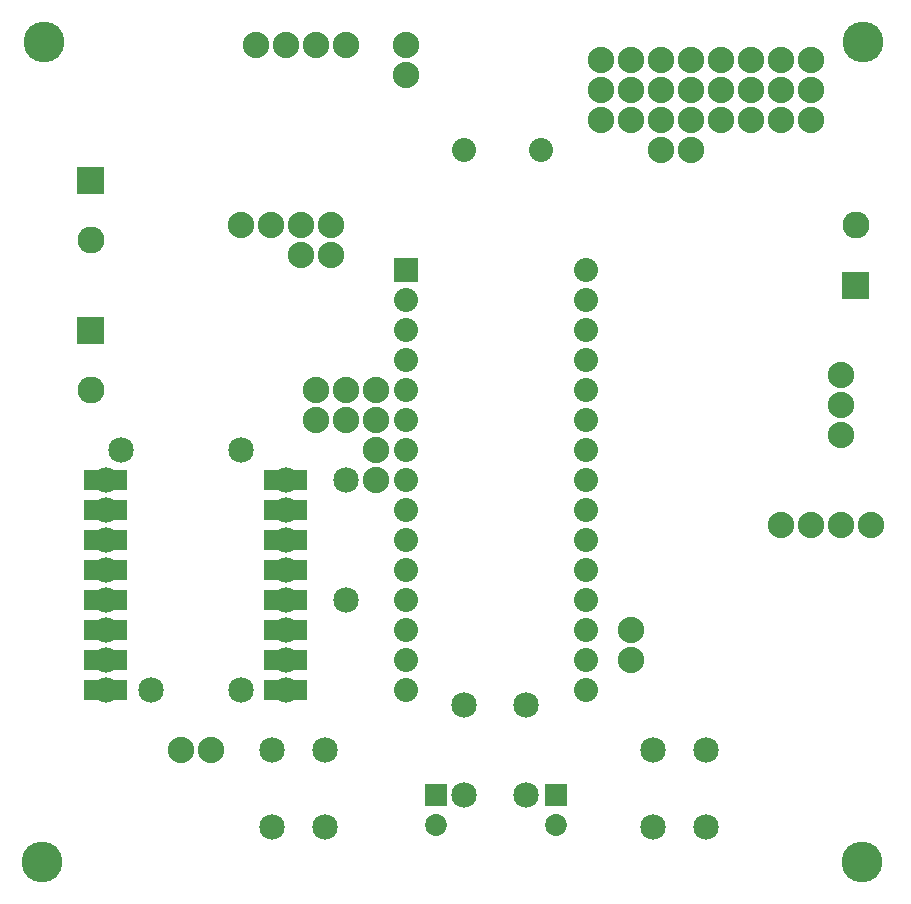
<source format=gbr>
%TF.GenerationSoftware,Novarm,DipTrace,3.2.0.0*%
%TF.CreationDate,2018-08-20T17:19:39+05:00*%
%FSLAX26Y26*%
%MOIN*%
%TF.FileFunction,Soldermask,Top*%
%TF.Part,Single*%
%ADD13C,0.08*%
%ADD14C,0.084*%
%ADD15C,0.085*%
%ADD16C,0.09*%
%ADD17C,0.088*%
%ADD18C,0.072992*%
%ADD19C,0.135984*%
%ADD33C,0.125984*%
%ADD34C,0.031497*%
%ADD35C,0.036*%
%ADD36C,0.035433*%
%ADD37C,0.038*%
%ADD38C,0.035*%
%ADD39C,0.04*%
G75*
G01*
%LPD*%
D33*
X104800Y110300D3*
X2837000D3*
X2842100Y2843800D3*
X109800D3*
D34*
X1416900Y234700D3*
X1816900D3*
X1416900Y333100D3*
X1816900D3*
D35*
X1916900Y983100D3*
X1316900Y683100D3*
X1916900Y1183100D3*
X1316900Y1383100D3*
Y1583100D3*
X1916900Y1483100D3*
Y1683100D3*
X1316900D3*
Y1183100D3*
Y983100D3*
X1916900Y883100D3*
X1316900Y1283100D3*
X1916900Y683100D3*
X1316900Y1483100D3*
X1916900Y1083100D3*
X1316900Y2083100D3*
X1916900Y783100D3*
Y1783100D3*
Y1583100D3*
Y1983100D3*
Y2083100D3*
Y1883100D3*
X1316900Y883100D3*
Y1083100D3*
Y783100D3*
Y1783100D3*
X1916900Y1383100D3*
Y1283100D3*
X1316900Y1883100D3*
Y1983100D3*
D36*
X1511000Y2483100D3*
X1766900D3*
D37*
X2166900D3*
X1016900Y1683100D3*
X2766900Y1733100D3*
X2066900Y2683100D3*
X1066900Y2133100D3*
X2266900Y2483100D3*
X2366900Y2683100D3*
X2066900Y2783100D3*
X1216900Y1483100D3*
X2066900Y2583100D3*
X2166900D3*
X2066900Y783100D3*
X2366900Y2583100D3*
X966900Y2133100D3*
X2066900Y883100D3*
X2466900Y2683100D3*
X1116900Y2833100D3*
X2666900Y2683100D3*
X2266900Y2583100D3*
X1316900Y2833100D3*
X2566900Y2583100D3*
X2766900Y1533100D3*
X2866900Y1233100D3*
X2766900Y1633100D3*
X566900Y483100D3*
X2666900Y2783100D3*
X2566900D3*
X1116900Y1683100D3*
X1216900Y1583100D3*
X1316900Y2733100D3*
X816900Y2833100D3*
X866900Y2233100D3*
X1966900Y2683100D3*
Y2783100D3*
X916900Y2833100D3*
X2266900Y2783100D3*
X2466900Y2583100D3*
X2666900Y1233100D3*
X2466900Y2783100D3*
X2666900Y2583100D3*
X2166900Y2783100D3*
X2766900Y1233100D3*
X1116900Y1583100D3*
X666900Y483100D3*
X2266900Y2683100D3*
X2566900D3*
Y1233100D3*
X2166900Y2683100D3*
X1966900Y2583100D3*
X766900Y2233100D3*
X1216900Y1683100D3*
Y1383100D3*
X966900Y2233100D3*
X1016900Y2833100D3*
X1066900Y2233100D3*
X1016900Y1583100D3*
X2366900Y2783100D3*
D38*
X466900Y683100D3*
X766900D3*
X1049300Y227200D3*
X366900Y1483100D3*
X2139700Y483100D3*
X872100Y227200D3*
X1116900Y1383100D3*
X1049300Y483100D3*
X1116900Y983100D3*
X766900Y1483100D3*
X1511400Y333100D3*
X872100Y483100D3*
X2316900D3*
X1716900Y333100D3*
Y633100D3*
X1511400D3*
X2139700Y227200D3*
X2316900D3*
D39*
X316900Y1383100D3*
X2816900Y2033100D3*
X266900Y1683100D3*
Y2383100D3*
X916900Y1283100D3*
X316900Y883100D3*
X916900Y783100D3*
X316900Y1183100D3*
X266900Y2183100D3*
X2816900Y2233100D3*
X316900Y1283100D3*
Y683100D3*
X266900Y1883100D3*
X316900Y983100D3*
X916900Y683100D3*
Y1083100D3*
X316900D3*
X916900Y983100D3*
Y1183100D3*
X316900Y783100D3*
X916900Y883100D3*
Y1383100D3*
D13*
X1317000Y2083000D3*
Y1983000D3*
Y1883000D3*
Y1783000D3*
Y1683000D3*
Y1583000D3*
Y1483000D3*
Y1383000D3*
Y1283000D3*
Y1183000D3*
Y1083000D3*
Y983000D3*
Y883000D3*
Y783000D3*
Y683000D3*
X1917000Y2083000D3*
Y1983000D3*
Y1883000D3*
Y1783000D3*
Y1683000D3*
Y1583000D3*
Y1483000D3*
Y1383000D3*
Y1283000D3*
Y1183000D3*
Y1083000D3*
Y983000D3*
Y883000D3*
Y783000D3*
Y683000D3*
D14*
X317000D3*
Y783000D3*
Y883000D3*
Y983000D3*
Y1083000D3*
Y1183000D3*
Y1283000D3*
Y1383000D3*
X917000D3*
Y1283000D3*
Y1183000D3*
Y1083000D3*
Y983000D3*
Y883000D3*
Y783000D3*
Y683000D3*
D15*
X767000Y1483000D3*
X367000D3*
X1117000Y983000D3*
Y1383000D3*
D16*
X267000Y2383000D3*
Y2183000D3*
Y1883000D3*
Y1683000D3*
X2817000Y2033000D3*
Y2233000D3*
D17*
X1067000D3*
X967000D3*
X867000D3*
X767000D3*
X667000Y483000D3*
X567000D3*
X2767000Y1733000D3*
Y1633000D3*
Y1533000D3*
X1967000Y2583000D3*
X2067000D3*
X2167000D3*
X2267000D3*
X2367000D3*
X2467000D3*
X2567000D3*
X2667000D3*
X1967000Y2683000D3*
X2067000D3*
X2167000D3*
X2267000D3*
X2367000D3*
X2467000D3*
X2567000D3*
X2667000D3*
X1967000Y2783000D3*
X2067000D3*
X2167000D3*
X2267000D3*
X2367000D3*
X2467000D3*
X2567000D3*
X2667000D3*
X2067000Y883000D3*
Y783000D3*
D15*
X1049000Y483000D3*
Y227000D3*
X872000Y483000D3*
Y227000D3*
X2317000Y483000D3*
Y227000D3*
X2140000Y483000D3*
Y227000D3*
D17*
X1217000Y1683000D3*
Y1583000D3*
Y1483000D3*
Y1383000D3*
X1017000Y1683000D3*
Y1583000D3*
X1117000Y1683000D3*
Y1583000D3*
X2567000Y1233000D3*
X2667000D3*
X2767000D3*
X2867000D3*
D18*
X1817000Y333000D3*
Y235000D3*
X1417000Y333000D3*
Y235000D3*
D15*
X1717000Y333000D3*
Y633000D3*
X1511000Y333000D3*
Y633000D3*
D17*
X2167000Y2483000D3*
X2267000D3*
X967000Y2133000D3*
X1067000D3*
X817000Y2833000D3*
X917000D3*
X1017000D3*
X1117000D3*
X1317000Y2733000D3*
Y2833000D3*
D15*
X467000Y683000D3*
X767000D3*
D13*
X1767000Y2483000D3*
X1511000D3*
X1767000D3*
X1511000D3*
X1767000D3*
X1511000D3*
D19*
X105000Y110000D3*
X110000Y2844000D3*
X2837000Y110000D3*
X2842000Y2844000D3*
G36*
X1356986Y2043000D2*
X1277014D1*
Y2123000D1*
X1356986D1*
Y2043000D1*
G37*
G36*
X311993Y2338000D2*
X222007D1*
Y2428000D1*
X311993D1*
Y2338000D1*
G37*
G36*
Y1838000D2*
X222007D1*
Y1928000D1*
X311993D1*
Y1838000D1*
G37*
G36*
X2861993Y1988000D2*
X2772007D1*
Y2078000D1*
X2861993D1*
Y1988000D1*
G37*
G36*
X1853496Y296504D2*
X1780504D1*
Y369496D1*
X1853496D1*
Y296504D1*
G37*
G36*
X1453496D2*
X1380504D1*
Y369496D1*
X1453496D1*
Y296504D1*
G37*
G36*
X314500Y1418500D2*
X318500D1*
Y1417500D1*
X314500D1*
Y1418500D1*
G37*
G36*
X913500D2*
X918500D1*
Y1417500D1*
X913500D1*
Y1418500D1*
G37*
G36*
X245500Y1417500D2*
X386500D1*
Y1416500D1*
X245500D1*
Y1417500D1*
G37*
G36*
X845500D2*
X986500D1*
Y1416500D1*
X845500D1*
Y1417500D1*
G37*
G36*
X245500Y1416500D2*
X386500D1*
Y1415500D1*
X245500D1*
Y1416500D1*
G37*
G36*
X845500D2*
X986500D1*
Y1415500D1*
X845500D1*
Y1416500D1*
G37*
G36*
X245500Y1415500D2*
X386500D1*
Y1414500D1*
X245500D1*
Y1415500D1*
G37*
G36*
X845500D2*
X986500D1*
Y1414500D1*
X845500D1*
Y1415500D1*
G37*
G36*
X245500Y1414500D2*
X386500D1*
Y1413500D1*
X245500D1*
Y1414500D1*
G37*
G36*
X845500D2*
X986500D1*
Y1413500D1*
X845500D1*
Y1414500D1*
G37*
G36*
X245500Y1413500D2*
X386500D1*
Y1412500D1*
X245500D1*
Y1413500D1*
G37*
G36*
X845500D2*
X986500D1*
Y1412500D1*
X845500D1*
Y1413500D1*
G37*
G36*
X245500Y1412500D2*
X386500D1*
Y1411500D1*
X245500D1*
Y1412500D1*
G37*
G36*
X845500D2*
X986500D1*
Y1411500D1*
X845500D1*
Y1412500D1*
G37*
G36*
X245500Y1411500D2*
X386500D1*
Y1410500D1*
X245500D1*
Y1411500D1*
G37*
G36*
X845500D2*
X986500D1*
Y1410500D1*
X845500D1*
Y1411500D1*
G37*
G36*
X245500Y1410500D2*
X386500D1*
Y1409500D1*
X245500D1*
Y1410500D1*
G37*
G36*
X845500D2*
X986500D1*
Y1409500D1*
X845500D1*
Y1410500D1*
G37*
G36*
X245500Y1409500D2*
X386500D1*
Y1408500D1*
X245500D1*
Y1409500D1*
G37*
G36*
X845500D2*
X986500D1*
Y1408500D1*
X845500D1*
Y1409500D1*
G37*
G36*
X245500Y1408500D2*
X386500D1*
Y1407500D1*
X245500D1*
Y1408500D1*
G37*
G36*
X845500D2*
X986500D1*
Y1407500D1*
X845500D1*
Y1408500D1*
G37*
G36*
X245500Y1407500D2*
X309500D1*
Y1406500D1*
X245500D1*
Y1407500D1*
G37*
G36*
X322500D2*
X386500D1*
Y1406500D1*
X322500D1*
Y1407500D1*
G37*
G36*
X845500D2*
X909500D1*
Y1406500D1*
X845500D1*
Y1407500D1*
G37*
G36*
X922500D2*
X986500D1*
Y1406500D1*
X922500D1*
Y1407500D1*
G37*
G36*
X245500Y1406500D2*
X307500D1*
Y1405500D1*
X245500D1*
Y1406500D1*
G37*
G36*
X325500D2*
X386500D1*
Y1405500D1*
X325500D1*
Y1406500D1*
G37*
G36*
X845500D2*
X906500D1*
Y1405500D1*
X845500D1*
Y1406500D1*
G37*
G36*
X925500D2*
X986500D1*
Y1405500D1*
X925500D1*
Y1406500D1*
G37*
G36*
X245500Y1405500D2*
X305500D1*
Y1404500D1*
X245500D1*
Y1405500D1*
G37*
G36*
X327500D2*
X386500D1*
Y1404500D1*
X327500D1*
Y1405500D1*
G37*
G36*
X845500D2*
X905500D1*
Y1404500D1*
X845500D1*
Y1405500D1*
G37*
G36*
X927500D2*
X986500D1*
Y1404500D1*
X927500D1*
Y1405500D1*
G37*
G36*
X245500Y1404500D2*
X303500D1*
Y1403500D1*
X245500D1*
Y1404500D1*
G37*
G36*
X329500D2*
X386500D1*
Y1403500D1*
X329500D1*
Y1404500D1*
G37*
G36*
X845500D2*
X903500D1*
Y1403500D1*
X845500D1*
Y1404500D1*
G37*
G36*
X929500D2*
X986500D1*
Y1403500D1*
X929500D1*
Y1404500D1*
G37*
G36*
X245500Y1403500D2*
X302500D1*
Y1402500D1*
X245500D1*
Y1403500D1*
G37*
G36*
X330500D2*
X386500D1*
Y1402500D1*
X330500D1*
Y1403500D1*
G37*
G36*
X845500D2*
X902500D1*
Y1402500D1*
X845500D1*
Y1403500D1*
G37*
G36*
X930500D2*
X986500D1*
Y1402500D1*
X930500D1*
Y1403500D1*
G37*
G36*
X245500Y1402500D2*
X300500D1*
Y1401500D1*
X245500D1*
Y1402500D1*
G37*
G36*
X331500D2*
X386500D1*
Y1401500D1*
X331500D1*
Y1402500D1*
G37*
G36*
X845500D2*
X900500D1*
Y1401500D1*
X845500D1*
Y1402500D1*
G37*
G36*
X931500D2*
X986500D1*
Y1401500D1*
X931500D1*
Y1402500D1*
G37*
G36*
X245500Y1401500D2*
X299500D1*
Y1400500D1*
X245500D1*
Y1401500D1*
G37*
G36*
X332500D2*
X386500D1*
Y1400500D1*
X332500D1*
Y1401500D1*
G37*
G36*
X845500D2*
X899500D1*
Y1400500D1*
X845500D1*
Y1401500D1*
G37*
G36*
X932500D2*
X986500D1*
Y1400500D1*
X932500D1*
Y1401500D1*
G37*
G36*
X245500Y1400500D2*
X298500D1*
Y1399500D1*
X245500D1*
Y1400500D1*
G37*
G36*
X333500D2*
X386500D1*
Y1399500D1*
X333500D1*
Y1400500D1*
G37*
G36*
X845500D2*
X898500D1*
Y1399500D1*
X845500D1*
Y1400500D1*
G37*
G36*
X933500D2*
X986500D1*
Y1399500D1*
X933500D1*
Y1400500D1*
G37*
G36*
X245500Y1399500D2*
X298500D1*
Y1398500D1*
X245500D1*
Y1399500D1*
G37*
G36*
X334500D2*
X386500D1*
Y1398500D1*
X334500D1*
Y1399500D1*
G37*
G36*
X845500D2*
X897500D1*
Y1398500D1*
X845500D1*
Y1399500D1*
G37*
G36*
X934500D2*
X986500D1*
Y1398500D1*
X934500D1*
Y1399500D1*
G37*
G36*
X245500Y1398500D2*
X297500D1*
Y1397500D1*
X245500D1*
Y1398500D1*
G37*
G36*
X335500D2*
X386500D1*
Y1397500D1*
X335500D1*
Y1398500D1*
G37*
G36*
X845500D2*
X897500D1*
Y1397500D1*
X845500D1*
Y1398500D1*
G37*
G36*
X935500D2*
X986500D1*
Y1397500D1*
X935500D1*
Y1398500D1*
G37*
G36*
X245500Y1397500D2*
X296500D1*
Y1396500D1*
X245500D1*
Y1397500D1*
G37*
G36*
X336500D2*
X386500D1*
Y1396500D1*
X336500D1*
Y1397500D1*
G37*
G36*
X845500D2*
X896500D1*
Y1396500D1*
X845500D1*
Y1397500D1*
G37*
G36*
X935500D2*
X986500D1*
Y1396500D1*
X935500D1*
Y1397500D1*
G37*
G36*
X245500Y1396500D2*
X295500D1*
Y1395500D1*
X245500D1*
Y1396500D1*
G37*
G36*
X336500D2*
X386500D1*
Y1395500D1*
X336500D1*
Y1396500D1*
G37*
G36*
X845500D2*
X895500D1*
Y1395500D1*
X845500D1*
Y1396500D1*
G37*
G36*
X936500D2*
X986500D1*
Y1395500D1*
X936500D1*
Y1396500D1*
G37*
G36*
X245500Y1395500D2*
X295500D1*
Y1394500D1*
X245500D1*
Y1395500D1*
G37*
G36*
X337500D2*
X386500D1*
Y1394500D1*
X337500D1*
Y1395500D1*
G37*
G36*
X845500D2*
X895500D1*
Y1394500D1*
X845500D1*
Y1395500D1*
G37*
G36*
X937500D2*
X986500D1*
Y1394500D1*
X937500D1*
Y1395500D1*
G37*
G36*
X245500Y1394500D2*
X294500D1*
Y1393500D1*
X245500D1*
Y1394500D1*
G37*
G36*
X337500D2*
X386500D1*
Y1393500D1*
X337500D1*
Y1394500D1*
G37*
G36*
X845500D2*
X894500D1*
Y1393500D1*
X845500D1*
Y1394500D1*
G37*
G36*
X937500D2*
X986500D1*
Y1393500D1*
X937500D1*
Y1394500D1*
G37*
G36*
X245500Y1393500D2*
X294500D1*
Y1392500D1*
X245500D1*
Y1393500D1*
G37*
G36*
X338500D2*
X386500D1*
Y1392500D1*
X338500D1*
Y1393500D1*
G37*
G36*
X845500D2*
X894500D1*
Y1392500D1*
X845500D1*
Y1393500D1*
G37*
G36*
X938500D2*
X986500D1*
Y1392500D1*
X938500D1*
Y1393500D1*
G37*
G36*
X245500Y1392500D2*
X294500D1*
Y1391500D1*
X245500D1*
Y1392500D1*
G37*
G36*
X338500D2*
X386500D1*
Y1391500D1*
X338500D1*
Y1392500D1*
G37*
G36*
X845500D2*
X893500D1*
Y1391500D1*
X845500D1*
Y1392500D1*
G37*
G36*
X938500D2*
X986500D1*
Y1391500D1*
X938500D1*
Y1392500D1*
G37*
G36*
X245500Y1391500D2*
X293500D1*
Y1390500D1*
X245500D1*
Y1391500D1*
G37*
G36*
X338500D2*
X386500D1*
Y1390500D1*
X338500D1*
Y1391500D1*
G37*
G36*
X845500D2*
X893500D1*
Y1390500D1*
X845500D1*
Y1391500D1*
G37*
G36*
X938500D2*
X986500D1*
Y1390500D1*
X938500D1*
Y1391500D1*
G37*
G36*
X245500Y1390500D2*
X293500D1*
Y1389500D1*
X245500D1*
Y1390500D1*
G37*
G36*
X339500D2*
X386500D1*
Y1389500D1*
X339500D1*
Y1390500D1*
G37*
G36*
X845500D2*
X893500D1*
Y1389500D1*
X845500D1*
Y1390500D1*
G37*
G36*
X939500D2*
X986500D1*
Y1389500D1*
X939500D1*
Y1390500D1*
G37*
G36*
X245500Y1389500D2*
X293500D1*
Y1388500D1*
X245500D1*
Y1389500D1*
G37*
G36*
X339500D2*
X386500D1*
Y1388500D1*
X339500D1*
Y1389500D1*
G37*
G36*
X845500D2*
X893500D1*
Y1388500D1*
X845500D1*
Y1389500D1*
G37*
G36*
X939500D2*
X986500D1*
Y1388500D1*
X939500D1*
Y1389500D1*
G37*
G36*
X245500Y1388500D2*
X293500D1*
Y1387500D1*
X245500D1*
Y1388500D1*
G37*
G36*
X339500D2*
X386500D1*
Y1387500D1*
X339500D1*
Y1388500D1*
G37*
G36*
X845500D2*
X892500D1*
Y1387500D1*
X845500D1*
Y1388500D1*
G37*
G36*
X939500D2*
X986500D1*
Y1387500D1*
X939500D1*
Y1388500D1*
G37*
G36*
X245500Y1387500D2*
X292500D1*
Y1386500D1*
X245500D1*
Y1387500D1*
G37*
G36*
X339500D2*
X386500D1*
Y1386500D1*
X339500D1*
Y1387500D1*
G37*
G36*
X845500D2*
X892500D1*
Y1386500D1*
X845500D1*
Y1387500D1*
G37*
G36*
X939500D2*
X986500D1*
Y1386500D1*
X939500D1*
Y1387500D1*
G37*
G36*
X245500Y1386500D2*
X292500D1*
Y1385500D1*
X245500D1*
Y1386500D1*
G37*
G36*
X339500D2*
X386500D1*
Y1385500D1*
X339500D1*
Y1386500D1*
G37*
G36*
X845500D2*
X892500D1*
Y1385500D1*
X845500D1*
Y1386500D1*
G37*
G36*
X939500D2*
X986500D1*
Y1385500D1*
X939500D1*
Y1386500D1*
G37*
G36*
X245500Y1385500D2*
X292500D1*
Y1384500D1*
X245500D1*
Y1385500D1*
G37*
G36*
X339500D2*
X386500D1*
Y1384500D1*
X339500D1*
Y1385500D1*
G37*
G36*
X845500D2*
X892500D1*
Y1384500D1*
X845500D1*
Y1385500D1*
G37*
G36*
X939500D2*
X986500D1*
Y1384500D1*
X939500D1*
Y1385500D1*
G37*
G36*
X245500Y1384500D2*
X292500D1*
Y1383500D1*
X245500D1*
Y1384500D1*
G37*
G36*
X339500D2*
X386500D1*
Y1383500D1*
X339500D1*
Y1384500D1*
G37*
G36*
X845500D2*
X892500D1*
Y1383500D1*
X845500D1*
Y1384500D1*
G37*
G36*
X939500D2*
X986500D1*
Y1383500D1*
X939500D1*
Y1384500D1*
G37*
G36*
X245500Y1383500D2*
X292500D1*
Y1382500D1*
X245500D1*
Y1383500D1*
G37*
G36*
X339500D2*
X386500D1*
Y1382500D1*
X339500D1*
Y1383500D1*
G37*
G36*
X845500D2*
X892500D1*
Y1382500D1*
X845500D1*
Y1383500D1*
G37*
G36*
X939500D2*
X986500D1*
Y1382500D1*
X939500D1*
Y1383500D1*
G37*
G36*
X245500Y1382500D2*
X292500D1*
Y1381500D1*
X245500D1*
Y1382500D1*
G37*
G36*
X339500D2*
X386500D1*
Y1381500D1*
X339500D1*
Y1382500D1*
G37*
G36*
X845500D2*
X892500D1*
Y1381500D1*
X845500D1*
Y1382500D1*
G37*
G36*
X939500D2*
X986500D1*
Y1381500D1*
X939500D1*
Y1382500D1*
G37*
G36*
X245500Y1381500D2*
X293500D1*
Y1380500D1*
X245500D1*
Y1381500D1*
G37*
G36*
X339500D2*
X386500D1*
Y1380500D1*
X339500D1*
Y1381500D1*
G37*
G36*
X845500D2*
X892500D1*
Y1380500D1*
X845500D1*
Y1381500D1*
G37*
G36*
X939500D2*
X986500D1*
Y1380500D1*
X939500D1*
Y1381500D1*
G37*
G36*
X245500Y1380500D2*
X293500D1*
Y1379500D1*
X245500D1*
Y1380500D1*
G37*
G36*
X339500D2*
X386500D1*
Y1379500D1*
X339500D1*
Y1380500D1*
G37*
G36*
X845500D2*
X893500D1*
Y1379500D1*
X845500D1*
Y1380500D1*
G37*
G36*
X939500D2*
X986500D1*
Y1379500D1*
X939500D1*
Y1380500D1*
G37*
G36*
X245500Y1379500D2*
X293500D1*
Y1378500D1*
X245500D1*
Y1379500D1*
G37*
G36*
X339500D2*
X386500D1*
Y1378500D1*
X339500D1*
Y1379500D1*
G37*
G36*
X845500D2*
X893500D1*
Y1378500D1*
X845500D1*
Y1379500D1*
G37*
G36*
X939500D2*
X986500D1*
Y1378500D1*
X939500D1*
Y1379500D1*
G37*
G36*
X245500Y1378500D2*
X293500D1*
Y1377500D1*
X245500D1*
Y1378500D1*
G37*
G36*
X339500D2*
X386500D1*
Y1377500D1*
X339500D1*
Y1378500D1*
G37*
G36*
X845500D2*
X893500D1*
Y1377500D1*
X845500D1*
Y1378500D1*
G37*
G36*
X938500D2*
X986500D1*
Y1377500D1*
X938500D1*
Y1378500D1*
G37*
G36*
X245500Y1377500D2*
X293500D1*
Y1376500D1*
X245500D1*
Y1377500D1*
G37*
G36*
X338500D2*
X386500D1*
Y1376500D1*
X338500D1*
Y1377500D1*
G37*
G36*
X845500D2*
X893500D1*
Y1376500D1*
X845500D1*
Y1377500D1*
G37*
G36*
X938500D2*
X986500D1*
Y1376500D1*
X938500D1*
Y1377500D1*
G37*
G36*
X245500Y1376500D2*
X294500D1*
Y1375500D1*
X245500D1*
Y1376500D1*
G37*
G36*
X338500D2*
X386500D1*
Y1375500D1*
X338500D1*
Y1376500D1*
G37*
G36*
X845500D2*
X894500D1*
Y1375500D1*
X845500D1*
Y1376500D1*
G37*
G36*
X938500D2*
X986500D1*
Y1375500D1*
X938500D1*
Y1376500D1*
G37*
G36*
X245500Y1375500D2*
X294500D1*
Y1374500D1*
X245500D1*
Y1375500D1*
G37*
G36*
X337500D2*
X386500D1*
Y1374500D1*
X337500D1*
Y1375500D1*
G37*
G36*
X845500D2*
X894500D1*
Y1374500D1*
X845500D1*
Y1375500D1*
G37*
G36*
X937500D2*
X986500D1*
Y1374500D1*
X937500D1*
Y1375500D1*
G37*
G36*
X245500Y1374500D2*
X295500D1*
Y1373500D1*
X245500D1*
Y1374500D1*
G37*
G36*
X337500D2*
X386500D1*
Y1373500D1*
X337500D1*
Y1374500D1*
G37*
G36*
X845500D2*
X895500D1*
Y1373500D1*
X845500D1*
Y1374500D1*
G37*
G36*
X937500D2*
X986500D1*
Y1373500D1*
X937500D1*
Y1374500D1*
G37*
G36*
X245500Y1373500D2*
X295500D1*
Y1372500D1*
X245500D1*
Y1373500D1*
G37*
G36*
X336500D2*
X386500D1*
Y1372500D1*
X336500D1*
Y1373500D1*
G37*
G36*
X845500D2*
X895500D1*
Y1372500D1*
X845500D1*
Y1373500D1*
G37*
G36*
X936500D2*
X986500D1*
Y1372500D1*
X936500D1*
Y1373500D1*
G37*
G36*
X245500Y1372500D2*
X296500D1*
Y1371500D1*
X245500D1*
Y1372500D1*
G37*
G36*
X336500D2*
X386500D1*
Y1371500D1*
X336500D1*
Y1372500D1*
G37*
G36*
X845500D2*
X896500D1*
Y1371500D1*
X845500D1*
Y1372500D1*
G37*
G36*
X936500D2*
X986500D1*
Y1371500D1*
X936500D1*
Y1372500D1*
G37*
G36*
X245500Y1371500D2*
X296500D1*
Y1370500D1*
X245500D1*
Y1371500D1*
G37*
G36*
X335500D2*
X386500D1*
Y1370500D1*
X335500D1*
Y1371500D1*
G37*
G36*
X845500D2*
X896500D1*
Y1370500D1*
X845500D1*
Y1371500D1*
G37*
G36*
X935500D2*
X986500D1*
Y1370500D1*
X935500D1*
Y1371500D1*
G37*
G36*
X245500Y1370500D2*
X297500D1*
Y1369500D1*
X245500D1*
Y1370500D1*
G37*
G36*
X334500D2*
X386500D1*
Y1369500D1*
X334500D1*
Y1370500D1*
G37*
G36*
X845500D2*
X897500D1*
Y1369500D1*
X845500D1*
Y1370500D1*
G37*
G36*
X934500D2*
X986500D1*
Y1369500D1*
X934500D1*
Y1370500D1*
G37*
G36*
X245500Y1369500D2*
X298500D1*
Y1368500D1*
X245500D1*
Y1369500D1*
G37*
G36*
X334500D2*
X386500D1*
Y1368500D1*
X334500D1*
Y1369500D1*
G37*
G36*
X845500D2*
X898500D1*
Y1368500D1*
X845500D1*
Y1369500D1*
G37*
G36*
X933500D2*
X986500D1*
Y1368500D1*
X933500D1*
Y1369500D1*
G37*
G36*
X245500Y1368500D2*
X299500D1*
Y1367500D1*
X245500D1*
Y1368500D1*
G37*
G36*
X333500D2*
X386500D1*
Y1367500D1*
X333500D1*
Y1368500D1*
G37*
G36*
X845500D2*
X899500D1*
Y1367500D1*
X845500D1*
Y1368500D1*
G37*
G36*
X933500D2*
X986500D1*
Y1367500D1*
X933500D1*
Y1368500D1*
G37*
G36*
X245500Y1367500D2*
X300500D1*
Y1366500D1*
X245500D1*
Y1367500D1*
G37*
G36*
X332500D2*
X386500D1*
Y1366500D1*
X332500D1*
Y1367500D1*
G37*
G36*
X845500D2*
X900500D1*
Y1366500D1*
X845500D1*
Y1367500D1*
G37*
G36*
X931500D2*
X986500D1*
Y1366500D1*
X931500D1*
Y1367500D1*
G37*
G36*
X245500Y1366500D2*
X301500D1*
Y1365500D1*
X245500D1*
Y1366500D1*
G37*
G36*
X330500D2*
X386500D1*
Y1365500D1*
X330500D1*
Y1366500D1*
G37*
G36*
X845500D2*
X901500D1*
Y1365500D1*
X845500D1*
Y1366500D1*
G37*
G36*
X930500D2*
X986500D1*
Y1365500D1*
X930500D1*
Y1366500D1*
G37*
G36*
X245500Y1365500D2*
X302500D1*
Y1364500D1*
X245500D1*
Y1365500D1*
G37*
G36*
X329500D2*
X386500D1*
Y1364500D1*
X329500D1*
Y1365500D1*
G37*
G36*
X845500D2*
X902500D1*
Y1364500D1*
X845500D1*
Y1365500D1*
G37*
G36*
X929500D2*
X986500D1*
Y1364500D1*
X929500D1*
Y1365500D1*
G37*
G36*
X245500Y1364500D2*
X304500D1*
Y1363500D1*
X245500D1*
Y1364500D1*
G37*
G36*
X328500D2*
X386500D1*
Y1363500D1*
X328500D1*
Y1364500D1*
G37*
G36*
X845500D2*
X904500D1*
Y1363500D1*
X845500D1*
Y1364500D1*
G37*
G36*
X927500D2*
X986500D1*
Y1363500D1*
X927500D1*
Y1364500D1*
G37*
G36*
X245500Y1363500D2*
X306500D1*
Y1362500D1*
X245500D1*
Y1363500D1*
G37*
G36*
X326500D2*
X386500D1*
Y1362500D1*
X326500D1*
Y1363500D1*
G37*
G36*
X845500D2*
X906500D1*
Y1362500D1*
X845500D1*
Y1363500D1*
G37*
G36*
X926500D2*
X986500D1*
Y1362500D1*
X926500D1*
Y1363500D1*
G37*
G36*
X245500Y1362500D2*
X308500D1*
Y1361500D1*
X245500D1*
Y1362500D1*
G37*
G36*
X323500D2*
X386500D1*
Y1361500D1*
X323500D1*
Y1362500D1*
G37*
G36*
X845500D2*
X908500D1*
Y1361500D1*
X845500D1*
Y1362500D1*
G37*
G36*
X923500D2*
X986500D1*
Y1361500D1*
X923500D1*
Y1362500D1*
G37*
G36*
X245500Y1361500D2*
X386500D1*
Y1360500D1*
X245500D1*
Y1361500D1*
G37*
G36*
X845500D2*
X986500D1*
Y1360500D1*
X845500D1*
Y1361500D1*
G37*
G36*
X245500Y1360500D2*
X386500D1*
Y1359500D1*
X245500D1*
Y1360500D1*
G37*
G36*
X845500D2*
X986500D1*
Y1359500D1*
X845500D1*
Y1360500D1*
G37*
G36*
X245500Y1359500D2*
X386500D1*
Y1358500D1*
X245500D1*
Y1359500D1*
G37*
G36*
X845500D2*
X986500D1*
Y1358500D1*
X845500D1*
Y1359500D1*
G37*
G36*
X245500Y1358500D2*
X386500D1*
Y1357500D1*
X245500D1*
Y1358500D1*
G37*
G36*
X845500D2*
X986500D1*
Y1357500D1*
X845500D1*
Y1358500D1*
G37*
G36*
X245500Y1357500D2*
X386500D1*
Y1356500D1*
X245500D1*
Y1357500D1*
G37*
G36*
X845500D2*
X986500D1*
Y1356500D1*
X845500D1*
Y1357500D1*
G37*
G36*
X245500Y1356500D2*
X386500D1*
Y1355500D1*
X245500D1*
Y1356500D1*
G37*
G36*
X845500D2*
X986500D1*
Y1355500D1*
X845500D1*
Y1356500D1*
G37*
G36*
X245500Y1355500D2*
X386500D1*
Y1354500D1*
X245500D1*
Y1355500D1*
G37*
G36*
X845500D2*
X986500D1*
Y1354500D1*
X845500D1*
Y1355500D1*
G37*
G36*
X245500Y1354500D2*
X386500D1*
Y1353500D1*
X245500D1*
Y1354500D1*
G37*
G36*
X845500D2*
X986500D1*
Y1353500D1*
X845500D1*
Y1354500D1*
G37*
G36*
X245500Y1353500D2*
X386500D1*
Y1352500D1*
X245500D1*
Y1353500D1*
G37*
G36*
X845500D2*
X986500D1*
Y1352500D1*
X845500D1*
Y1353500D1*
G37*
G36*
X245500Y1352500D2*
X386500D1*
Y1351500D1*
X245500D1*
Y1352500D1*
G37*
G36*
X845500D2*
X986500D1*
Y1351500D1*
X845500D1*
Y1352500D1*
G37*
G36*
X246500Y1351500D2*
X386500D1*
Y1350500D1*
X246500D1*
Y1351500D1*
G37*
G36*
X845500D2*
X986500D1*
Y1350500D1*
X845500D1*
Y1351500D1*
G37*
G36*
X313500Y1318500D2*
X319500D1*
Y1317500D1*
X313500D1*
Y1318500D1*
G37*
G36*
X912500D2*
X919500D1*
Y1317500D1*
X912500D1*
Y1318500D1*
G37*
G36*
X245500Y1317500D2*
X386500D1*
Y1316500D1*
X245500D1*
Y1317500D1*
G37*
G36*
X845500D2*
X986500D1*
Y1316500D1*
X845500D1*
Y1317500D1*
G37*
G36*
X245500Y1316500D2*
X386500D1*
Y1315500D1*
X245500D1*
Y1316500D1*
G37*
G36*
X845500D2*
X986500D1*
Y1315500D1*
X845500D1*
Y1316500D1*
G37*
G36*
X245500Y1315500D2*
X386500D1*
Y1314500D1*
X245500D1*
Y1315500D1*
G37*
G36*
X845500D2*
X986500D1*
Y1314500D1*
X845500D1*
Y1315500D1*
G37*
G36*
X245500Y1314500D2*
X386500D1*
Y1313500D1*
X245500D1*
Y1314500D1*
G37*
G36*
X845500D2*
X986500D1*
Y1313500D1*
X845500D1*
Y1314500D1*
G37*
G36*
X245500Y1313500D2*
X386500D1*
Y1312500D1*
X245500D1*
Y1313500D1*
G37*
G36*
X845500D2*
X986500D1*
Y1312500D1*
X845500D1*
Y1313500D1*
G37*
G36*
X245500Y1312500D2*
X386500D1*
Y1311500D1*
X245500D1*
Y1312500D1*
G37*
G36*
X845500D2*
X986500D1*
Y1311500D1*
X845500D1*
Y1312500D1*
G37*
G36*
X245500Y1311500D2*
X386500D1*
Y1310500D1*
X245500D1*
Y1311500D1*
G37*
G36*
X845500D2*
X986500D1*
Y1310500D1*
X845500D1*
Y1311500D1*
G37*
G36*
X245500Y1310500D2*
X386500D1*
Y1309500D1*
X245500D1*
Y1310500D1*
G37*
G36*
X845500D2*
X986500D1*
Y1309500D1*
X845500D1*
Y1310500D1*
G37*
G36*
X245500Y1309500D2*
X386500D1*
Y1308500D1*
X245500D1*
Y1309500D1*
G37*
G36*
X845500D2*
X986500D1*
Y1308500D1*
X845500D1*
Y1309500D1*
G37*
G36*
X245500Y1308500D2*
X386500D1*
Y1307500D1*
X245500D1*
Y1308500D1*
G37*
G36*
X845500D2*
X986500D1*
Y1307500D1*
X845500D1*
Y1308500D1*
G37*
G36*
X245500Y1307500D2*
X309500D1*
Y1306500D1*
X245500D1*
Y1307500D1*
G37*
G36*
X322500D2*
X386500D1*
Y1306500D1*
X322500D1*
Y1307500D1*
G37*
G36*
X845500D2*
X909500D1*
Y1306500D1*
X845500D1*
Y1307500D1*
G37*
G36*
X922500D2*
X986500D1*
Y1306500D1*
X922500D1*
Y1307500D1*
G37*
G36*
X245500Y1306500D2*
X307500D1*
Y1305500D1*
X245500D1*
Y1306500D1*
G37*
G36*
X325500D2*
X386500D1*
Y1305500D1*
X325500D1*
Y1306500D1*
G37*
G36*
X845500D2*
X906500D1*
Y1305500D1*
X845500D1*
Y1306500D1*
G37*
G36*
X925500D2*
X986500D1*
Y1305500D1*
X925500D1*
Y1306500D1*
G37*
G36*
X245500Y1305500D2*
X305500D1*
Y1304500D1*
X245500D1*
Y1305500D1*
G37*
G36*
X327500D2*
X386500D1*
Y1304500D1*
X327500D1*
Y1305500D1*
G37*
G36*
X845500D2*
X905500D1*
Y1304500D1*
X845500D1*
Y1305500D1*
G37*
G36*
X927500D2*
X986500D1*
Y1304500D1*
X927500D1*
Y1305500D1*
G37*
G36*
X245500Y1304500D2*
X303500D1*
Y1303500D1*
X245500D1*
Y1304500D1*
G37*
G36*
X329500D2*
X386500D1*
Y1303500D1*
X329500D1*
Y1304500D1*
G37*
G36*
X845500D2*
X903500D1*
Y1303500D1*
X845500D1*
Y1304500D1*
G37*
G36*
X929500D2*
X986500D1*
Y1303500D1*
X929500D1*
Y1304500D1*
G37*
G36*
X245500Y1303500D2*
X302500D1*
Y1302500D1*
X245500D1*
Y1303500D1*
G37*
G36*
X330500D2*
X386500D1*
Y1302500D1*
X330500D1*
Y1303500D1*
G37*
G36*
X845500D2*
X901500D1*
Y1302500D1*
X845500D1*
Y1303500D1*
G37*
G36*
X930500D2*
X986500D1*
Y1302500D1*
X930500D1*
Y1303500D1*
G37*
G36*
X245500Y1302500D2*
X300500D1*
Y1301500D1*
X245500D1*
Y1302500D1*
G37*
G36*
X331500D2*
X386500D1*
Y1301500D1*
X331500D1*
Y1302500D1*
G37*
G36*
X845500D2*
X900500D1*
Y1301500D1*
X845500D1*
Y1302500D1*
G37*
G36*
X931500D2*
X986500D1*
Y1301500D1*
X931500D1*
Y1302500D1*
G37*
G36*
X245500Y1301500D2*
X299500D1*
Y1300500D1*
X245500D1*
Y1301500D1*
G37*
G36*
X332500D2*
X386500D1*
Y1300500D1*
X332500D1*
Y1301500D1*
G37*
G36*
X845500D2*
X899500D1*
Y1300500D1*
X845500D1*
Y1301500D1*
G37*
G36*
X932500D2*
X986500D1*
Y1300500D1*
X932500D1*
Y1301500D1*
G37*
G36*
X245500Y1300500D2*
X298500D1*
Y1299500D1*
X245500D1*
Y1300500D1*
G37*
G36*
X333500D2*
X386500D1*
Y1299500D1*
X333500D1*
Y1300500D1*
G37*
G36*
X845500D2*
X898500D1*
Y1299500D1*
X845500D1*
Y1300500D1*
G37*
G36*
X933500D2*
X986500D1*
Y1299500D1*
X933500D1*
Y1300500D1*
G37*
G36*
X245500Y1299500D2*
X298500D1*
Y1298500D1*
X245500D1*
Y1299500D1*
G37*
G36*
X334500D2*
X386500D1*
Y1298500D1*
X334500D1*
Y1299500D1*
G37*
G36*
X845500D2*
X897500D1*
Y1298500D1*
X845500D1*
Y1299500D1*
G37*
G36*
X934500D2*
X986500D1*
Y1298500D1*
X934500D1*
Y1299500D1*
G37*
G36*
X245500Y1298500D2*
X297500D1*
Y1297500D1*
X245500D1*
Y1298500D1*
G37*
G36*
X335500D2*
X386500D1*
Y1297500D1*
X335500D1*
Y1298500D1*
G37*
G36*
X845500D2*
X897500D1*
Y1297500D1*
X845500D1*
Y1298500D1*
G37*
G36*
X935500D2*
X986500D1*
Y1297500D1*
X935500D1*
Y1298500D1*
G37*
G36*
X245500Y1297500D2*
X296500D1*
Y1296500D1*
X245500D1*
Y1297500D1*
G37*
G36*
X336500D2*
X386500D1*
Y1296500D1*
X336500D1*
Y1297500D1*
G37*
G36*
X845500D2*
X896500D1*
Y1296500D1*
X845500D1*
Y1297500D1*
G37*
G36*
X935500D2*
X986500D1*
Y1296500D1*
X935500D1*
Y1297500D1*
G37*
G36*
X245500Y1296500D2*
X295500D1*
Y1295500D1*
X245500D1*
Y1296500D1*
G37*
G36*
X336500D2*
X386500D1*
Y1295500D1*
X336500D1*
Y1296500D1*
G37*
G36*
X845500D2*
X895500D1*
Y1295500D1*
X845500D1*
Y1296500D1*
G37*
G36*
X936500D2*
X986500D1*
Y1295500D1*
X936500D1*
Y1296500D1*
G37*
G36*
X245500Y1295500D2*
X295500D1*
Y1294500D1*
X245500D1*
Y1295500D1*
G37*
G36*
X337500D2*
X386500D1*
Y1294500D1*
X337500D1*
Y1295500D1*
G37*
G36*
X845500D2*
X895500D1*
Y1294500D1*
X845500D1*
Y1295500D1*
G37*
G36*
X937500D2*
X986500D1*
Y1294500D1*
X937500D1*
Y1295500D1*
G37*
G36*
X245500Y1294500D2*
X294500D1*
Y1293500D1*
X245500D1*
Y1294500D1*
G37*
G36*
X337500D2*
X386500D1*
Y1293500D1*
X337500D1*
Y1294500D1*
G37*
G36*
X845500D2*
X894500D1*
Y1293500D1*
X845500D1*
Y1294500D1*
G37*
G36*
X937500D2*
X986500D1*
Y1293500D1*
X937500D1*
Y1294500D1*
G37*
G36*
X245500Y1293500D2*
X294500D1*
Y1292500D1*
X245500D1*
Y1293500D1*
G37*
G36*
X338500D2*
X386500D1*
Y1292500D1*
X338500D1*
Y1293500D1*
G37*
G36*
X845500D2*
X894500D1*
Y1292500D1*
X845500D1*
Y1293500D1*
G37*
G36*
X938500D2*
X986500D1*
Y1292500D1*
X938500D1*
Y1293500D1*
G37*
G36*
X245500Y1292500D2*
X294500D1*
Y1291500D1*
X245500D1*
Y1292500D1*
G37*
G36*
X338500D2*
X386500D1*
Y1291500D1*
X338500D1*
Y1292500D1*
G37*
G36*
X845500D2*
X893500D1*
Y1291500D1*
X845500D1*
Y1292500D1*
G37*
G36*
X938500D2*
X986500D1*
Y1291500D1*
X938500D1*
Y1292500D1*
G37*
G36*
X245500Y1291500D2*
X293500D1*
Y1290500D1*
X245500D1*
Y1291500D1*
G37*
G36*
X338500D2*
X386500D1*
Y1290500D1*
X338500D1*
Y1291500D1*
G37*
G36*
X845500D2*
X893500D1*
Y1290500D1*
X845500D1*
Y1291500D1*
G37*
G36*
X938500D2*
X986500D1*
Y1290500D1*
X938500D1*
Y1291500D1*
G37*
G36*
X245500Y1290500D2*
X293500D1*
Y1289500D1*
X245500D1*
Y1290500D1*
G37*
G36*
X339500D2*
X386500D1*
Y1289500D1*
X339500D1*
Y1290500D1*
G37*
G36*
X845500D2*
X893500D1*
Y1289500D1*
X845500D1*
Y1290500D1*
G37*
G36*
X939500D2*
X986500D1*
Y1289500D1*
X939500D1*
Y1290500D1*
G37*
G36*
X245500Y1289500D2*
X293500D1*
Y1288500D1*
X245500D1*
Y1289500D1*
G37*
G36*
X339500D2*
X386500D1*
Y1288500D1*
X339500D1*
Y1289500D1*
G37*
G36*
X845500D2*
X893500D1*
Y1288500D1*
X845500D1*
Y1289500D1*
G37*
G36*
X939500D2*
X986500D1*
Y1288500D1*
X939500D1*
Y1289500D1*
G37*
G36*
X245500Y1288500D2*
X293500D1*
Y1287500D1*
X245500D1*
Y1288500D1*
G37*
G36*
X339500D2*
X386500D1*
Y1287500D1*
X339500D1*
Y1288500D1*
G37*
G36*
X845500D2*
X892500D1*
Y1287500D1*
X845500D1*
Y1288500D1*
G37*
G36*
X939500D2*
X986500D1*
Y1287500D1*
X939500D1*
Y1288500D1*
G37*
G36*
X245500Y1287500D2*
X292500D1*
Y1286500D1*
X245500D1*
Y1287500D1*
G37*
G36*
X339500D2*
X386500D1*
Y1286500D1*
X339500D1*
Y1287500D1*
G37*
G36*
X845500D2*
X892500D1*
Y1286500D1*
X845500D1*
Y1287500D1*
G37*
G36*
X939500D2*
X986500D1*
Y1286500D1*
X939500D1*
Y1287500D1*
G37*
G36*
X245500Y1286500D2*
X292500D1*
Y1285500D1*
X245500D1*
Y1286500D1*
G37*
G36*
X339500D2*
X386500D1*
Y1285500D1*
X339500D1*
Y1286500D1*
G37*
G36*
X845500D2*
X892500D1*
Y1285500D1*
X845500D1*
Y1286500D1*
G37*
G36*
X939500D2*
X986500D1*
Y1285500D1*
X939500D1*
Y1286500D1*
G37*
G36*
X245500Y1285500D2*
X292500D1*
Y1284500D1*
X245500D1*
Y1285500D1*
G37*
G36*
X339500D2*
X386500D1*
Y1284500D1*
X339500D1*
Y1285500D1*
G37*
G36*
X845500D2*
X892500D1*
Y1284500D1*
X845500D1*
Y1285500D1*
G37*
G36*
X939500D2*
X986500D1*
Y1284500D1*
X939500D1*
Y1285500D1*
G37*
G36*
X245500Y1284500D2*
X292500D1*
Y1283500D1*
X245500D1*
Y1284500D1*
G37*
G36*
X339500D2*
X386500D1*
Y1283500D1*
X339500D1*
Y1284500D1*
G37*
G36*
X845500D2*
X892500D1*
Y1283500D1*
X845500D1*
Y1284500D1*
G37*
G36*
X939500D2*
X986500D1*
Y1283500D1*
X939500D1*
Y1284500D1*
G37*
G36*
X245500Y1283500D2*
X292500D1*
Y1282500D1*
X245500D1*
Y1283500D1*
G37*
G36*
X339500D2*
X386500D1*
Y1282500D1*
X339500D1*
Y1283500D1*
G37*
G36*
X845500D2*
X892500D1*
Y1282500D1*
X845500D1*
Y1283500D1*
G37*
G36*
X939500D2*
X986500D1*
Y1282500D1*
X939500D1*
Y1283500D1*
G37*
G36*
X245500Y1282500D2*
X292500D1*
Y1281500D1*
X245500D1*
Y1282500D1*
G37*
G36*
X339500D2*
X386500D1*
Y1281500D1*
X339500D1*
Y1282500D1*
G37*
G36*
X845500D2*
X892500D1*
Y1281500D1*
X845500D1*
Y1282500D1*
G37*
G36*
X939500D2*
X986500D1*
Y1281500D1*
X939500D1*
Y1282500D1*
G37*
G36*
X245500Y1281500D2*
X293500D1*
Y1280500D1*
X245500D1*
Y1281500D1*
G37*
G36*
X339500D2*
X386500D1*
Y1280500D1*
X339500D1*
Y1281500D1*
G37*
G36*
X845500D2*
X892500D1*
Y1280500D1*
X845500D1*
Y1281500D1*
G37*
G36*
X939500D2*
X986500D1*
Y1280500D1*
X939500D1*
Y1281500D1*
G37*
G36*
X245500Y1280500D2*
X293500D1*
Y1279500D1*
X245500D1*
Y1280500D1*
G37*
G36*
X339500D2*
X386500D1*
Y1279500D1*
X339500D1*
Y1280500D1*
G37*
G36*
X845500D2*
X893500D1*
Y1279500D1*
X845500D1*
Y1280500D1*
G37*
G36*
X939500D2*
X986500D1*
Y1279500D1*
X939500D1*
Y1280500D1*
G37*
G36*
X245500Y1279500D2*
X293500D1*
Y1278500D1*
X245500D1*
Y1279500D1*
G37*
G36*
X339500D2*
X386500D1*
Y1278500D1*
X339500D1*
Y1279500D1*
G37*
G36*
X845500D2*
X893500D1*
Y1278500D1*
X845500D1*
Y1279500D1*
G37*
G36*
X939500D2*
X986500D1*
Y1278500D1*
X939500D1*
Y1279500D1*
G37*
G36*
X245500Y1278500D2*
X293500D1*
Y1277500D1*
X245500D1*
Y1278500D1*
G37*
G36*
X338500D2*
X386500D1*
Y1277500D1*
X338500D1*
Y1278500D1*
G37*
G36*
X845500D2*
X893500D1*
Y1277500D1*
X845500D1*
Y1278500D1*
G37*
G36*
X938500D2*
X986500D1*
Y1277500D1*
X938500D1*
Y1278500D1*
G37*
G36*
X245500Y1277500D2*
X293500D1*
Y1276500D1*
X245500D1*
Y1277500D1*
G37*
G36*
X338500D2*
X386500D1*
Y1276500D1*
X338500D1*
Y1277500D1*
G37*
G36*
X845500D2*
X893500D1*
Y1276500D1*
X845500D1*
Y1277500D1*
G37*
G36*
X938500D2*
X986500D1*
Y1276500D1*
X938500D1*
Y1277500D1*
G37*
G36*
X245500Y1276500D2*
X294500D1*
Y1275500D1*
X245500D1*
Y1276500D1*
G37*
G36*
X338500D2*
X386500D1*
Y1275500D1*
X338500D1*
Y1276500D1*
G37*
G36*
X845500D2*
X894500D1*
Y1275500D1*
X845500D1*
Y1276500D1*
G37*
G36*
X938500D2*
X986500D1*
Y1275500D1*
X938500D1*
Y1276500D1*
G37*
G36*
X245500Y1275500D2*
X294500D1*
Y1274500D1*
X245500D1*
Y1275500D1*
G37*
G36*
X337500D2*
X386500D1*
Y1274500D1*
X337500D1*
Y1275500D1*
G37*
G36*
X845500D2*
X894500D1*
Y1274500D1*
X845500D1*
Y1275500D1*
G37*
G36*
X937500D2*
X986500D1*
Y1274500D1*
X937500D1*
Y1275500D1*
G37*
G36*
X245500Y1274500D2*
X295500D1*
Y1273500D1*
X245500D1*
Y1274500D1*
G37*
G36*
X337500D2*
X386500D1*
Y1273500D1*
X337500D1*
Y1274500D1*
G37*
G36*
X845500D2*
X895500D1*
Y1273500D1*
X845500D1*
Y1274500D1*
G37*
G36*
X937500D2*
X986500D1*
Y1273500D1*
X937500D1*
Y1274500D1*
G37*
G36*
X245500Y1273500D2*
X295500D1*
Y1272500D1*
X245500D1*
Y1273500D1*
G37*
G36*
X336500D2*
X386500D1*
Y1272500D1*
X336500D1*
Y1273500D1*
G37*
G36*
X845500D2*
X895500D1*
Y1272500D1*
X845500D1*
Y1273500D1*
G37*
G36*
X936500D2*
X986500D1*
Y1272500D1*
X936500D1*
Y1273500D1*
G37*
G36*
X245500Y1272500D2*
X296500D1*
Y1271500D1*
X245500D1*
Y1272500D1*
G37*
G36*
X336500D2*
X386500D1*
Y1271500D1*
X336500D1*
Y1272500D1*
G37*
G36*
X845500D2*
X896500D1*
Y1271500D1*
X845500D1*
Y1272500D1*
G37*
G36*
X936500D2*
X986500D1*
Y1271500D1*
X936500D1*
Y1272500D1*
G37*
G36*
X245500Y1271500D2*
X296500D1*
Y1270500D1*
X245500D1*
Y1271500D1*
G37*
G36*
X335500D2*
X386500D1*
Y1270500D1*
X335500D1*
Y1271500D1*
G37*
G36*
X845500D2*
X896500D1*
Y1270500D1*
X845500D1*
Y1271500D1*
G37*
G36*
X935500D2*
X986500D1*
Y1270500D1*
X935500D1*
Y1271500D1*
G37*
G36*
X245500Y1270500D2*
X297500D1*
Y1269500D1*
X245500D1*
Y1270500D1*
G37*
G36*
X334500D2*
X386500D1*
Y1269500D1*
X334500D1*
Y1270500D1*
G37*
G36*
X845500D2*
X897500D1*
Y1269500D1*
X845500D1*
Y1270500D1*
G37*
G36*
X934500D2*
X986500D1*
Y1269500D1*
X934500D1*
Y1270500D1*
G37*
G36*
X245500Y1269500D2*
X298500D1*
Y1268500D1*
X245500D1*
Y1269500D1*
G37*
G36*
X333500D2*
X386500D1*
Y1268500D1*
X333500D1*
Y1269500D1*
G37*
G36*
X845500D2*
X898500D1*
Y1268500D1*
X845500D1*
Y1269500D1*
G37*
G36*
X933500D2*
X986500D1*
Y1268500D1*
X933500D1*
Y1269500D1*
G37*
G36*
X245500Y1268500D2*
X299500D1*
Y1267500D1*
X245500D1*
Y1268500D1*
G37*
G36*
X333500D2*
X386500D1*
Y1267500D1*
X333500D1*
Y1268500D1*
G37*
G36*
X845500D2*
X899500D1*
Y1267500D1*
X845500D1*
Y1268500D1*
G37*
G36*
X932500D2*
X986500D1*
Y1267500D1*
X932500D1*
Y1268500D1*
G37*
G36*
X245500Y1267500D2*
X300500D1*
Y1266500D1*
X245500D1*
Y1267500D1*
G37*
G36*
X332500D2*
X386500D1*
Y1266500D1*
X332500D1*
Y1267500D1*
G37*
G36*
X845500D2*
X900500D1*
Y1266500D1*
X845500D1*
Y1267500D1*
G37*
G36*
X931500D2*
X986500D1*
Y1266500D1*
X931500D1*
Y1267500D1*
G37*
G36*
X245500Y1266500D2*
X301500D1*
Y1265500D1*
X245500D1*
Y1266500D1*
G37*
G36*
X330500D2*
X386500D1*
Y1265500D1*
X330500D1*
Y1266500D1*
G37*
G36*
X845500D2*
X901500D1*
Y1265500D1*
X845500D1*
Y1266500D1*
G37*
G36*
X930500D2*
X986500D1*
Y1265500D1*
X930500D1*
Y1266500D1*
G37*
G36*
X245500Y1265500D2*
X302500D1*
Y1264500D1*
X245500D1*
Y1265500D1*
G37*
G36*
X329500D2*
X386500D1*
Y1264500D1*
X329500D1*
Y1265500D1*
G37*
G36*
X845500D2*
X902500D1*
Y1264500D1*
X845500D1*
Y1265500D1*
G37*
G36*
X929500D2*
X986500D1*
Y1264500D1*
X929500D1*
Y1265500D1*
G37*
G36*
X245500Y1264500D2*
X304500D1*
Y1263500D1*
X245500D1*
Y1264500D1*
G37*
G36*
X328500D2*
X386500D1*
Y1263500D1*
X328500D1*
Y1264500D1*
G37*
G36*
X845500D2*
X904500D1*
Y1263500D1*
X845500D1*
Y1264500D1*
G37*
G36*
X927500D2*
X986500D1*
Y1263500D1*
X927500D1*
Y1264500D1*
G37*
G36*
X245500Y1263500D2*
X306500D1*
Y1262500D1*
X245500D1*
Y1263500D1*
G37*
G36*
X326500D2*
X386500D1*
Y1262500D1*
X326500D1*
Y1263500D1*
G37*
G36*
X845500D2*
X906500D1*
Y1262500D1*
X845500D1*
Y1263500D1*
G37*
G36*
X926500D2*
X986500D1*
Y1262500D1*
X926500D1*
Y1263500D1*
G37*
G36*
X245500Y1262500D2*
X308500D1*
Y1261500D1*
X245500D1*
Y1262500D1*
G37*
G36*
X323500D2*
X386500D1*
Y1261500D1*
X323500D1*
Y1262500D1*
G37*
G36*
X845500D2*
X908500D1*
Y1261500D1*
X845500D1*
Y1262500D1*
G37*
G36*
X923500D2*
X986500D1*
Y1261500D1*
X923500D1*
Y1262500D1*
G37*
G36*
X245500Y1261500D2*
X386500D1*
Y1260500D1*
X245500D1*
Y1261500D1*
G37*
G36*
X845500D2*
X986500D1*
Y1260500D1*
X845500D1*
Y1261500D1*
G37*
G36*
X245500Y1260500D2*
X386500D1*
Y1259500D1*
X245500D1*
Y1260500D1*
G37*
G36*
X845500D2*
X986500D1*
Y1259500D1*
X845500D1*
Y1260500D1*
G37*
G36*
X245500Y1259500D2*
X386500D1*
Y1258500D1*
X245500D1*
Y1259500D1*
G37*
G36*
X845500D2*
X986500D1*
Y1258500D1*
X845500D1*
Y1259500D1*
G37*
G36*
X245500Y1258500D2*
X386500D1*
Y1257500D1*
X245500D1*
Y1258500D1*
G37*
G36*
X845500D2*
X986500D1*
Y1257500D1*
X845500D1*
Y1258500D1*
G37*
G36*
X245500Y1257500D2*
X386500D1*
Y1256500D1*
X245500D1*
Y1257500D1*
G37*
G36*
X845500D2*
X986500D1*
Y1256500D1*
X845500D1*
Y1257500D1*
G37*
G36*
X245500Y1256500D2*
X386500D1*
Y1255500D1*
X245500D1*
Y1256500D1*
G37*
G36*
X845500D2*
X986500D1*
Y1255500D1*
X845500D1*
Y1256500D1*
G37*
G36*
X245500Y1255500D2*
X386500D1*
Y1254500D1*
X245500D1*
Y1255500D1*
G37*
G36*
X845500D2*
X986500D1*
Y1254500D1*
X845500D1*
Y1255500D1*
G37*
G36*
X245500Y1254500D2*
X386500D1*
Y1253500D1*
X245500D1*
Y1254500D1*
G37*
G36*
X845500D2*
X986500D1*
Y1253500D1*
X845500D1*
Y1254500D1*
G37*
G36*
X245500Y1253500D2*
X386500D1*
Y1252500D1*
X245500D1*
Y1253500D1*
G37*
G36*
X845500D2*
X986500D1*
Y1252500D1*
X845500D1*
Y1253500D1*
G37*
G36*
X245500Y1252500D2*
X386500D1*
Y1251500D1*
X245500D1*
Y1252500D1*
G37*
G36*
X845500D2*
X986500D1*
Y1251500D1*
X845500D1*
Y1252500D1*
G37*
G36*
X246500Y1251500D2*
X386500D1*
Y1250500D1*
X246500D1*
Y1251500D1*
G37*
G36*
X845500D2*
X986500D1*
Y1250500D1*
X845500D1*
Y1251500D1*
G37*
G36*
X312500Y1218500D2*
X319500D1*
Y1217500D1*
X312500D1*
Y1218500D1*
G37*
G36*
X912500D2*
X919500D1*
Y1217500D1*
X912500D1*
Y1218500D1*
G37*
G36*
X245500Y1217500D2*
X386500D1*
Y1216500D1*
X245500D1*
Y1217500D1*
G37*
G36*
X845500D2*
X986500D1*
Y1216500D1*
X845500D1*
Y1217500D1*
G37*
G36*
X245500Y1216500D2*
X386500D1*
Y1215500D1*
X245500D1*
Y1216500D1*
G37*
G36*
X845500D2*
X986500D1*
Y1215500D1*
X845500D1*
Y1216500D1*
G37*
G36*
X245500Y1215500D2*
X386500D1*
Y1214500D1*
X245500D1*
Y1215500D1*
G37*
G36*
X845500D2*
X986500D1*
Y1214500D1*
X845500D1*
Y1215500D1*
G37*
G36*
X245500Y1214500D2*
X386500D1*
Y1213500D1*
X245500D1*
Y1214500D1*
G37*
G36*
X845500D2*
X986500D1*
Y1213500D1*
X845500D1*
Y1214500D1*
G37*
G36*
X245500Y1213500D2*
X386500D1*
Y1212500D1*
X245500D1*
Y1213500D1*
G37*
G36*
X845500D2*
X986500D1*
Y1212500D1*
X845500D1*
Y1213500D1*
G37*
G36*
X245500Y1212500D2*
X386500D1*
Y1211500D1*
X245500D1*
Y1212500D1*
G37*
G36*
X845500D2*
X986500D1*
Y1211500D1*
X845500D1*
Y1212500D1*
G37*
G36*
X245500Y1211500D2*
X386500D1*
Y1210500D1*
X245500D1*
Y1211500D1*
G37*
G36*
X845500D2*
X986500D1*
Y1210500D1*
X845500D1*
Y1211500D1*
G37*
G36*
X245500Y1210500D2*
X386500D1*
Y1209500D1*
X245500D1*
Y1210500D1*
G37*
G36*
X845500D2*
X986500D1*
Y1209500D1*
X845500D1*
Y1210500D1*
G37*
G36*
X245500Y1209500D2*
X386500D1*
Y1208500D1*
X245500D1*
Y1209500D1*
G37*
G36*
X845500D2*
X986500D1*
Y1208500D1*
X845500D1*
Y1209500D1*
G37*
G36*
X245500Y1208500D2*
X386500D1*
Y1207500D1*
X245500D1*
Y1208500D1*
G37*
G36*
X845500D2*
X986500D1*
Y1207500D1*
X845500D1*
Y1208500D1*
G37*
G36*
X245500Y1207500D2*
X309500D1*
Y1206500D1*
X245500D1*
Y1207500D1*
G37*
G36*
X322500D2*
X386500D1*
Y1206500D1*
X322500D1*
Y1207500D1*
G37*
G36*
X845500D2*
X909500D1*
Y1206500D1*
X845500D1*
Y1207500D1*
G37*
G36*
X922500D2*
X986500D1*
Y1206500D1*
X922500D1*
Y1207500D1*
G37*
G36*
X245500Y1206500D2*
X306500D1*
Y1205500D1*
X245500D1*
Y1206500D1*
G37*
G36*
X325500D2*
X386500D1*
Y1205500D1*
X325500D1*
Y1206500D1*
G37*
G36*
X845500D2*
X906500D1*
Y1205500D1*
X845500D1*
Y1206500D1*
G37*
G36*
X925500D2*
X986500D1*
Y1205500D1*
X925500D1*
Y1206500D1*
G37*
G36*
X245500Y1205500D2*
X305500D1*
Y1204500D1*
X245500D1*
Y1205500D1*
G37*
G36*
X327500D2*
X386500D1*
Y1204500D1*
X327500D1*
Y1205500D1*
G37*
G36*
X845500D2*
X904500D1*
Y1204500D1*
X845500D1*
Y1205500D1*
G37*
G36*
X927500D2*
X986500D1*
Y1204500D1*
X927500D1*
Y1205500D1*
G37*
G36*
X245500Y1204500D2*
X303500D1*
Y1203500D1*
X245500D1*
Y1204500D1*
G37*
G36*
X329500D2*
X386500D1*
Y1203500D1*
X329500D1*
Y1204500D1*
G37*
G36*
X845500D2*
X903500D1*
Y1203500D1*
X845500D1*
Y1204500D1*
G37*
G36*
X929500D2*
X986500D1*
Y1203500D1*
X929500D1*
Y1204500D1*
G37*
G36*
X245500Y1203500D2*
X302500D1*
Y1202500D1*
X245500D1*
Y1203500D1*
G37*
G36*
X330500D2*
X386500D1*
Y1202500D1*
X330500D1*
Y1203500D1*
G37*
G36*
X845500D2*
X901500D1*
Y1202500D1*
X845500D1*
Y1203500D1*
G37*
G36*
X930500D2*
X986500D1*
Y1202500D1*
X930500D1*
Y1203500D1*
G37*
G36*
X245500Y1202500D2*
X300500D1*
Y1201500D1*
X245500D1*
Y1202500D1*
G37*
G36*
X331500D2*
X386500D1*
Y1201500D1*
X331500D1*
Y1202500D1*
G37*
G36*
X845500D2*
X900500D1*
Y1201500D1*
X845500D1*
Y1202500D1*
G37*
G36*
X931500D2*
X986500D1*
Y1201500D1*
X931500D1*
Y1202500D1*
G37*
G36*
X245500Y1201500D2*
X299500D1*
Y1200500D1*
X245500D1*
Y1201500D1*
G37*
G36*
X332500D2*
X386500D1*
Y1200500D1*
X332500D1*
Y1201500D1*
G37*
G36*
X845500D2*
X899500D1*
Y1200500D1*
X845500D1*
Y1201500D1*
G37*
G36*
X932500D2*
X986500D1*
Y1200500D1*
X932500D1*
Y1201500D1*
G37*
G36*
X245500Y1200500D2*
X298500D1*
Y1199500D1*
X245500D1*
Y1200500D1*
G37*
G36*
X333500D2*
X386500D1*
Y1199500D1*
X333500D1*
Y1200500D1*
G37*
G36*
X845500D2*
X898500D1*
Y1199500D1*
X845500D1*
Y1200500D1*
G37*
G36*
X933500D2*
X986500D1*
Y1199500D1*
X933500D1*
Y1200500D1*
G37*
G36*
X245500Y1199500D2*
X298500D1*
Y1198500D1*
X245500D1*
Y1199500D1*
G37*
G36*
X334500D2*
X386500D1*
Y1198500D1*
X334500D1*
Y1199500D1*
G37*
G36*
X845500D2*
X897500D1*
Y1198500D1*
X845500D1*
Y1199500D1*
G37*
G36*
X934500D2*
X986500D1*
Y1198500D1*
X934500D1*
Y1199500D1*
G37*
G36*
X245500Y1198500D2*
X297500D1*
Y1197500D1*
X245500D1*
Y1198500D1*
G37*
G36*
X335500D2*
X386500D1*
Y1197500D1*
X335500D1*
Y1198500D1*
G37*
G36*
X845500D2*
X897500D1*
Y1197500D1*
X845500D1*
Y1198500D1*
G37*
G36*
X935500D2*
X986500D1*
Y1197500D1*
X935500D1*
Y1198500D1*
G37*
G36*
X245500Y1197500D2*
X296500D1*
Y1196500D1*
X245500D1*
Y1197500D1*
G37*
G36*
X336500D2*
X386500D1*
Y1196500D1*
X336500D1*
Y1197500D1*
G37*
G36*
X845500D2*
X896500D1*
Y1196500D1*
X845500D1*
Y1197500D1*
G37*
G36*
X936500D2*
X986500D1*
Y1196500D1*
X936500D1*
Y1197500D1*
G37*
G36*
X245500Y1196500D2*
X295500D1*
Y1195500D1*
X245500D1*
Y1196500D1*
G37*
G36*
X336500D2*
X386500D1*
Y1195500D1*
X336500D1*
Y1196500D1*
G37*
G36*
X845500D2*
X895500D1*
Y1195500D1*
X845500D1*
Y1196500D1*
G37*
G36*
X936500D2*
X986500D1*
Y1195500D1*
X936500D1*
Y1196500D1*
G37*
G36*
X245500Y1195500D2*
X295500D1*
Y1194500D1*
X245500D1*
Y1195500D1*
G37*
G36*
X337500D2*
X386500D1*
Y1194500D1*
X337500D1*
Y1195500D1*
G37*
G36*
X845500D2*
X895500D1*
Y1194500D1*
X845500D1*
Y1195500D1*
G37*
G36*
X937500D2*
X986500D1*
Y1194500D1*
X937500D1*
Y1195500D1*
G37*
G36*
X245500Y1194500D2*
X294500D1*
Y1193500D1*
X245500D1*
Y1194500D1*
G37*
G36*
X337500D2*
X386500D1*
Y1193500D1*
X337500D1*
Y1194500D1*
G37*
G36*
X845500D2*
X894500D1*
Y1193500D1*
X845500D1*
Y1194500D1*
G37*
G36*
X937500D2*
X986500D1*
Y1193500D1*
X937500D1*
Y1194500D1*
G37*
G36*
X245500Y1193500D2*
X294500D1*
Y1192500D1*
X245500D1*
Y1193500D1*
G37*
G36*
X338500D2*
X386500D1*
Y1192500D1*
X338500D1*
Y1193500D1*
G37*
G36*
X845500D2*
X894500D1*
Y1192500D1*
X845500D1*
Y1193500D1*
G37*
G36*
X938500D2*
X986500D1*
Y1192500D1*
X938500D1*
Y1193500D1*
G37*
G36*
X245500Y1192500D2*
X294500D1*
Y1191500D1*
X245500D1*
Y1192500D1*
G37*
G36*
X338500D2*
X386500D1*
Y1191500D1*
X338500D1*
Y1192500D1*
G37*
G36*
X845500D2*
X893500D1*
Y1191500D1*
X845500D1*
Y1192500D1*
G37*
G36*
X938500D2*
X986500D1*
Y1191500D1*
X938500D1*
Y1192500D1*
G37*
G36*
X245500Y1191500D2*
X293500D1*
Y1190500D1*
X245500D1*
Y1191500D1*
G37*
G36*
X338500D2*
X386500D1*
Y1190500D1*
X338500D1*
Y1191500D1*
G37*
G36*
X845500D2*
X893500D1*
Y1190500D1*
X845500D1*
Y1191500D1*
G37*
G36*
X938500D2*
X986500D1*
Y1190500D1*
X938500D1*
Y1191500D1*
G37*
G36*
X245500Y1190500D2*
X293500D1*
Y1189500D1*
X245500D1*
Y1190500D1*
G37*
G36*
X339500D2*
X386500D1*
Y1189500D1*
X339500D1*
Y1190500D1*
G37*
G36*
X845500D2*
X893500D1*
Y1189500D1*
X845500D1*
Y1190500D1*
G37*
G36*
X939500D2*
X986500D1*
Y1189500D1*
X939500D1*
Y1190500D1*
G37*
G36*
X245500Y1189500D2*
X293500D1*
Y1188500D1*
X245500D1*
Y1189500D1*
G37*
G36*
X339500D2*
X386500D1*
Y1188500D1*
X339500D1*
Y1189500D1*
G37*
G36*
X845500D2*
X893500D1*
Y1188500D1*
X845500D1*
Y1189500D1*
G37*
G36*
X939500D2*
X986500D1*
Y1188500D1*
X939500D1*
Y1189500D1*
G37*
G36*
X245500Y1188500D2*
X293500D1*
Y1187500D1*
X245500D1*
Y1188500D1*
G37*
G36*
X339500D2*
X386500D1*
Y1187500D1*
X339500D1*
Y1188500D1*
G37*
G36*
X845500D2*
X892500D1*
Y1187500D1*
X845500D1*
Y1188500D1*
G37*
G36*
X939500D2*
X986500D1*
Y1187500D1*
X939500D1*
Y1188500D1*
G37*
G36*
X245500Y1187500D2*
X292500D1*
Y1186500D1*
X245500D1*
Y1187500D1*
G37*
G36*
X339500D2*
X386500D1*
Y1186500D1*
X339500D1*
Y1187500D1*
G37*
G36*
X845500D2*
X892500D1*
Y1186500D1*
X845500D1*
Y1187500D1*
G37*
G36*
X939500D2*
X986500D1*
Y1186500D1*
X939500D1*
Y1187500D1*
G37*
G36*
X245500Y1186500D2*
X292500D1*
Y1185500D1*
X245500D1*
Y1186500D1*
G37*
G36*
X339500D2*
X386500D1*
Y1185500D1*
X339500D1*
Y1186500D1*
G37*
G36*
X845500D2*
X892500D1*
Y1185500D1*
X845500D1*
Y1186500D1*
G37*
G36*
X939500D2*
X986500D1*
Y1185500D1*
X939500D1*
Y1186500D1*
G37*
G36*
X245500Y1185500D2*
X292500D1*
Y1184500D1*
X245500D1*
Y1185500D1*
G37*
G36*
X339500D2*
X386500D1*
Y1184500D1*
X339500D1*
Y1185500D1*
G37*
G36*
X845500D2*
X892500D1*
Y1184500D1*
X845500D1*
Y1185500D1*
G37*
G36*
X939500D2*
X986500D1*
Y1184500D1*
X939500D1*
Y1185500D1*
G37*
G36*
X245500Y1184500D2*
X292500D1*
Y1183500D1*
X245500D1*
Y1184500D1*
G37*
G36*
X339500D2*
X386500D1*
Y1183500D1*
X339500D1*
Y1184500D1*
G37*
G36*
X845500D2*
X892500D1*
Y1183500D1*
X845500D1*
Y1184500D1*
G37*
G36*
X939500D2*
X986500D1*
Y1183500D1*
X939500D1*
Y1184500D1*
G37*
G36*
X245500Y1183500D2*
X292500D1*
Y1182500D1*
X245500D1*
Y1183500D1*
G37*
G36*
X339500D2*
X386500D1*
Y1182500D1*
X339500D1*
Y1183500D1*
G37*
G36*
X845500D2*
X892500D1*
Y1182500D1*
X845500D1*
Y1183500D1*
G37*
G36*
X939500D2*
X986500D1*
Y1182500D1*
X939500D1*
Y1183500D1*
G37*
G36*
X245500Y1182500D2*
X292500D1*
Y1181500D1*
X245500D1*
Y1182500D1*
G37*
G36*
X339500D2*
X386500D1*
Y1181500D1*
X339500D1*
Y1182500D1*
G37*
G36*
X845500D2*
X892500D1*
Y1181500D1*
X845500D1*
Y1182500D1*
G37*
G36*
X939500D2*
X986500D1*
Y1181500D1*
X939500D1*
Y1182500D1*
G37*
G36*
X245500Y1181500D2*
X293500D1*
Y1180500D1*
X245500D1*
Y1181500D1*
G37*
G36*
X339500D2*
X386500D1*
Y1180500D1*
X339500D1*
Y1181500D1*
G37*
G36*
X845500D2*
X892500D1*
Y1180500D1*
X845500D1*
Y1181500D1*
G37*
G36*
X939500D2*
X986500D1*
Y1180500D1*
X939500D1*
Y1181500D1*
G37*
G36*
X245500Y1180500D2*
X293500D1*
Y1179500D1*
X245500D1*
Y1180500D1*
G37*
G36*
X339500D2*
X386500D1*
Y1179500D1*
X339500D1*
Y1180500D1*
G37*
G36*
X845500D2*
X893500D1*
Y1179500D1*
X845500D1*
Y1180500D1*
G37*
G36*
X939500D2*
X986500D1*
Y1179500D1*
X939500D1*
Y1180500D1*
G37*
G36*
X245500Y1179500D2*
X293500D1*
Y1178500D1*
X245500D1*
Y1179500D1*
G37*
G36*
X339500D2*
X386500D1*
Y1178500D1*
X339500D1*
Y1179500D1*
G37*
G36*
X845500D2*
X893500D1*
Y1178500D1*
X845500D1*
Y1179500D1*
G37*
G36*
X939500D2*
X986500D1*
Y1178500D1*
X939500D1*
Y1179500D1*
G37*
G36*
X245500Y1178500D2*
X293500D1*
Y1177500D1*
X245500D1*
Y1178500D1*
G37*
G36*
X338500D2*
X386500D1*
Y1177500D1*
X338500D1*
Y1178500D1*
G37*
G36*
X845500D2*
X893500D1*
Y1177500D1*
X845500D1*
Y1178500D1*
G37*
G36*
X938500D2*
X986500D1*
Y1177500D1*
X938500D1*
Y1178500D1*
G37*
G36*
X245500Y1177500D2*
X293500D1*
Y1176500D1*
X245500D1*
Y1177500D1*
G37*
G36*
X338500D2*
X386500D1*
Y1176500D1*
X338500D1*
Y1177500D1*
G37*
G36*
X845500D2*
X893500D1*
Y1176500D1*
X845500D1*
Y1177500D1*
G37*
G36*
X938500D2*
X986500D1*
Y1176500D1*
X938500D1*
Y1177500D1*
G37*
G36*
X245500Y1176500D2*
X294500D1*
Y1175500D1*
X245500D1*
Y1176500D1*
G37*
G36*
X338500D2*
X386500D1*
Y1175500D1*
X338500D1*
Y1176500D1*
G37*
G36*
X845500D2*
X894500D1*
Y1175500D1*
X845500D1*
Y1176500D1*
G37*
G36*
X938500D2*
X986500D1*
Y1175500D1*
X938500D1*
Y1176500D1*
G37*
G36*
X245500Y1175500D2*
X294500D1*
Y1174500D1*
X245500D1*
Y1175500D1*
G37*
G36*
X337500D2*
X386500D1*
Y1174500D1*
X337500D1*
Y1175500D1*
G37*
G36*
X845500D2*
X894500D1*
Y1174500D1*
X845500D1*
Y1175500D1*
G37*
G36*
X937500D2*
X986500D1*
Y1174500D1*
X937500D1*
Y1175500D1*
G37*
G36*
X245500Y1174500D2*
X295500D1*
Y1173500D1*
X245500D1*
Y1174500D1*
G37*
G36*
X337500D2*
X386500D1*
Y1173500D1*
X337500D1*
Y1174500D1*
G37*
G36*
X845500D2*
X895500D1*
Y1173500D1*
X845500D1*
Y1174500D1*
G37*
G36*
X937500D2*
X986500D1*
Y1173500D1*
X937500D1*
Y1174500D1*
G37*
G36*
X245500Y1173500D2*
X295500D1*
Y1172500D1*
X245500D1*
Y1173500D1*
G37*
G36*
X336500D2*
X386500D1*
Y1172500D1*
X336500D1*
Y1173500D1*
G37*
G36*
X845500D2*
X895500D1*
Y1172500D1*
X845500D1*
Y1173500D1*
G37*
G36*
X936500D2*
X986500D1*
Y1172500D1*
X936500D1*
Y1173500D1*
G37*
G36*
X245500Y1172500D2*
X296500D1*
Y1171500D1*
X245500D1*
Y1172500D1*
G37*
G36*
X336500D2*
X386500D1*
Y1171500D1*
X336500D1*
Y1172500D1*
G37*
G36*
X845500D2*
X896500D1*
Y1171500D1*
X845500D1*
Y1172500D1*
G37*
G36*
X936500D2*
X986500D1*
Y1171500D1*
X936500D1*
Y1172500D1*
G37*
G36*
X245500Y1171500D2*
X296500D1*
Y1170500D1*
X245500D1*
Y1171500D1*
G37*
G36*
X335500D2*
X386500D1*
Y1170500D1*
X335500D1*
Y1171500D1*
G37*
G36*
X845500D2*
X896500D1*
Y1170500D1*
X845500D1*
Y1171500D1*
G37*
G36*
X935500D2*
X986500D1*
Y1170500D1*
X935500D1*
Y1171500D1*
G37*
G36*
X245500Y1170500D2*
X297500D1*
Y1169500D1*
X245500D1*
Y1170500D1*
G37*
G36*
X334500D2*
X386500D1*
Y1169500D1*
X334500D1*
Y1170500D1*
G37*
G36*
X845500D2*
X897500D1*
Y1169500D1*
X845500D1*
Y1170500D1*
G37*
G36*
X934500D2*
X986500D1*
Y1169500D1*
X934500D1*
Y1170500D1*
G37*
G36*
X245500Y1169500D2*
X298500D1*
Y1168500D1*
X245500D1*
Y1169500D1*
G37*
G36*
X333500D2*
X386500D1*
Y1168500D1*
X333500D1*
Y1169500D1*
G37*
G36*
X845500D2*
X898500D1*
Y1168500D1*
X845500D1*
Y1169500D1*
G37*
G36*
X933500D2*
X986500D1*
Y1168500D1*
X933500D1*
Y1169500D1*
G37*
G36*
X245500Y1168500D2*
X299500D1*
Y1167500D1*
X245500D1*
Y1168500D1*
G37*
G36*
X333500D2*
X386500D1*
Y1167500D1*
X333500D1*
Y1168500D1*
G37*
G36*
X845500D2*
X899500D1*
Y1167500D1*
X845500D1*
Y1168500D1*
G37*
G36*
X932500D2*
X986500D1*
Y1167500D1*
X932500D1*
Y1168500D1*
G37*
G36*
X245500Y1167500D2*
X300500D1*
Y1166500D1*
X245500D1*
Y1167500D1*
G37*
G36*
X332500D2*
X386500D1*
Y1166500D1*
X332500D1*
Y1167500D1*
G37*
G36*
X845500D2*
X900500D1*
Y1166500D1*
X845500D1*
Y1167500D1*
G37*
G36*
X931500D2*
X986500D1*
Y1166500D1*
X931500D1*
Y1167500D1*
G37*
G36*
X245500Y1166500D2*
X301500D1*
Y1165500D1*
X245500D1*
Y1166500D1*
G37*
G36*
X330500D2*
X386500D1*
Y1165500D1*
X330500D1*
Y1166500D1*
G37*
G36*
X845500D2*
X901500D1*
Y1165500D1*
X845500D1*
Y1166500D1*
G37*
G36*
X930500D2*
X986500D1*
Y1165500D1*
X930500D1*
Y1166500D1*
G37*
G36*
X245500Y1165500D2*
X303500D1*
Y1164500D1*
X245500D1*
Y1165500D1*
G37*
G36*
X329500D2*
X386500D1*
Y1164500D1*
X329500D1*
Y1165500D1*
G37*
G36*
X845500D2*
X902500D1*
Y1164500D1*
X845500D1*
Y1165500D1*
G37*
G36*
X929500D2*
X986500D1*
Y1164500D1*
X929500D1*
Y1165500D1*
G37*
G36*
X245500Y1164500D2*
X304500D1*
Y1163500D1*
X245500D1*
Y1164500D1*
G37*
G36*
X327500D2*
X386500D1*
Y1163500D1*
X327500D1*
Y1164500D1*
G37*
G36*
X845500D2*
X904500D1*
Y1163500D1*
X845500D1*
Y1164500D1*
G37*
G36*
X927500D2*
X986500D1*
Y1163500D1*
X927500D1*
Y1164500D1*
G37*
G36*
X245500Y1163500D2*
X306500D1*
Y1162500D1*
X245500D1*
Y1163500D1*
G37*
G36*
X326500D2*
X386500D1*
Y1162500D1*
X326500D1*
Y1163500D1*
G37*
G36*
X845500D2*
X906500D1*
Y1162500D1*
X845500D1*
Y1163500D1*
G37*
G36*
X926500D2*
X986500D1*
Y1162500D1*
X926500D1*
Y1163500D1*
G37*
G36*
X245500Y1162500D2*
X308500D1*
Y1161500D1*
X245500D1*
Y1162500D1*
G37*
G36*
X323500D2*
X386500D1*
Y1161500D1*
X323500D1*
Y1162500D1*
G37*
G36*
X845500D2*
X908500D1*
Y1161500D1*
X845500D1*
Y1162500D1*
G37*
G36*
X923500D2*
X986500D1*
Y1161500D1*
X923500D1*
Y1162500D1*
G37*
G36*
X245500Y1161500D2*
X386500D1*
Y1160500D1*
X245500D1*
Y1161500D1*
G37*
G36*
X845500D2*
X986500D1*
Y1160500D1*
X845500D1*
Y1161500D1*
G37*
G36*
X245500Y1160500D2*
X386500D1*
Y1159500D1*
X245500D1*
Y1160500D1*
G37*
G36*
X845500D2*
X986500D1*
Y1159500D1*
X845500D1*
Y1160500D1*
G37*
G36*
X245500Y1159500D2*
X386500D1*
Y1158500D1*
X245500D1*
Y1159500D1*
G37*
G36*
X845500D2*
X986500D1*
Y1158500D1*
X845500D1*
Y1159500D1*
G37*
G36*
X245500Y1158500D2*
X386500D1*
Y1157500D1*
X245500D1*
Y1158500D1*
G37*
G36*
X845500D2*
X986500D1*
Y1157500D1*
X845500D1*
Y1158500D1*
G37*
G36*
X245500Y1157500D2*
X386500D1*
Y1156500D1*
X245500D1*
Y1157500D1*
G37*
G36*
X845500D2*
X986500D1*
Y1156500D1*
X845500D1*
Y1157500D1*
G37*
G36*
X245500Y1156500D2*
X386500D1*
Y1155500D1*
X245500D1*
Y1156500D1*
G37*
G36*
X845500D2*
X986500D1*
Y1155500D1*
X845500D1*
Y1156500D1*
G37*
G36*
X245500Y1155500D2*
X386500D1*
Y1154500D1*
X245500D1*
Y1155500D1*
G37*
G36*
X845500D2*
X986500D1*
Y1154500D1*
X845500D1*
Y1155500D1*
G37*
G36*
X245500Y1154500D2*
X386500D1*
Y1153500D1*
X245500D1*
Y1154500D1*
G37*
G36*
X845500D2*
X986500D1*
Y1153500D1*
X845500D1*
Y1154500D1*
G37*
G36*
X245500Y1153500D2*
X386500D1*
Y1152500D1*
X245500D1*
Y1153500D1*
G37*
G36*
X845500D2*
X986500D1*
Y1152500D1*
X845500D1*
Y1153500D1*
G37*
G36*
X245500Y1152500D2*
X386500D1*
Y1151500D1*
X245500D1*
Y1152500D1*
G37*
G36*
X845500D2*
X986500D1*
Y1151500D1*
X845500D1*
Y1152500D1*
G37*
G36*
X246500Y1151500D2*
X386500D1*
Y1150500D1*
X246500D1*
Y1151500D1*
G37*
G36*
X845500D2*
X986500D1*
Y1150500D1*
X845500D1*
Y1151500D1*
G37*
G36*
X312500Y1118500D2*
X320500D1*
Y1117500D1*
X312500D1*
Y1118500D1*
G37*
G36*
X912500D2*
X920500D1*
Y1117500D1*
X912500D1*
Y1118500D1*
G37*
G36*
X245500Y1117500D2*
X386500D1*
Y1116500D1*
X245500D1*
Y1117500D1*
G37*
G36*
X845500D2*
X986500D1*
Y1116500D1*
X845500D1*
Y1117500D1*
G37*
G36*
X245500Y1116500D2*
X386500D1*
Y1115500D1*
X245500D1*
Y1116500D1*
G37*
G36*
X845500D2*
X986500D1*
Y1115500D1*
X845500D1*
Y1116500D1*
G37*
G36*
X245500Y1115500D2*
X386500D1*
Y1114500D1*
X245500D1*
Y1115500D1*
G37*
G36*
X845500D2*
X986500D1*
Y1114500D1*
X845500D1*
Y1115500D1*
G37*
G36*
X245500Y1114500D2*
X386500D1*
Y1113500D1*
X245500D1*
Y1114500D1*
G37*
G36*
X845500D2*
X986500D1*
Y1113500D1*
X845500D1*
Y1114500D1*
G37*
G36*
X245500Y1113500D2*
X386500D1*
Y1112500D1*
X245500D1*
Y1113500D1*
G37*
G36*
X845500D2*
X986500D1*
Y1112500D1*
X845500D1*
Y1113500D1*
G37*
G36*
X245500Y1112500D2*
X386500D1*
Y1111500D1*
X245500D1*
Y1112500D1*
G37*
G36*
X845500D2*
X986500D1*
Y1111500D1*
X845500D1*
Y1112500D1*
G37*
G36*
X245500Y1111500D2*
X386500D1*
Y1110500D1*
X245500D1*
Y1111500D1*
G37*
G36*
X845500D2*
X986500D1*
Y1110500D1*
X845500D1*
Y1111500D1*
G37*
G36*
X245500Y1110500D2*
X386500D1*
Y1109500D1*
X245500D1*
Y1110500D1*
G37*
G36*
X845500D2*
X986500D1*
Y1109500D1*
X845500D1*
Y1110500D1*
G37*
G36*
X245500Y1109500D2*
X386500D1*
Y1108500D1*
X245500D1*
Y1109500D1*
G37*
G36*
X845500D2*
X986500D1*
Y1108500D1*
X845500D1*
Y1109500D1*
G37*
G36*
X245500Y1108500D2*
X386500D1*
Y1107500D1*
X245500D1*
Y1108500D1*
G37*
G36*
X845500D2*
X986500D1*
Y1107500D1*
X845500D1*
Y1108500D1*
G37*
G36*
X245500Y1107500D2*
X309500D1*
Y1106500D1*
X245500D1*
Y1107500D1*
G37*
G36*
X322500D2*
X386500D1*
Y1106500D1*
X322500D1*
Y1107500D1*
G37*
G36*
X845500D2*
X909500D1*
Y1106500D1*
X845500D1*
Y1107500D1*
G37*
G36*
X922500D2*
X986500D1*
Y1106500D1*
X922500D1*
Y1107500D1*
G37*
G36*
X245500Y1106500D2*
X306500D1*
Y1105500D1*
X245500D1*
Y1106500D1*
G37*
G36*
X325500D2*
X386500D1*
Y1105500D1*
X325500D1*
Y1106500D1*
G37*
G36*
X845500D2*
X906500D1*
Y1105500D1*
X845500D1*
Y1106500D1*
G37*
G36*
X925500D2*
X986500D1*
Y1105500D1*
X925500D1*
Y1106500D1*
G37*
G36*
X245500Y1105500D2*
X305500D1*
Y1104500D1*
X245500D1*
Y1105500D1*
G37*
G36*
X327500D2*
X386500D1*
Y1104500D1*
X327500D1*
Y1105500D1*
G37*
G36*
X845500D2*
X904500D1*
Y1104500D1*
X845500D1*
Y1105500D1*
G37*
G36*
X927500D2*
X986500D1*
Y1104500D1*
X927500D1*
Y1105500D1*
G37*
G36*
X245500Y1104500D2*
X303500D1*
Y1103500D1*
X245500D1*
Y1104500D1*
G37*
G36*
X329500D2*
X386500D1*
Y1103500D1*
X329500D1*
Y1104500D1*
G37*
G36*
X845500D2*
X903500D1*
Y1103500D1*
X845500D1*
Y1104500D1*
G37*
G36*
X929500D2*
X986500D1*
Y1103500D1*
X929500D1*
Y1104500D1*
G37*
G36*
X245500Y1103500D2*
X302500D1*
Y1102500D1*
X245500D1*
Y1103500D1*
G37*
G36*
X330500D2*
X386500D1*
Y1102500D1*
X330500D1*
Y1103500D1*
G37*
G36*
X845500D2*
X901500D1*
Y1102500D1*
X845500D1*
Y1103500D1*
G37*
G36*
X930500D2*
X986500D1*
Y1102500D1*
X930500D1*
Y1103500D1*
G37*
G36*
X245500Y1102500D2*
X300500D1*
Y1101500D1*
X245500D1*
Y1102500D1*
G37*
G36*
X331500D2*
X386500D1*
Y1101500D1*
X331500D1*
Y1102500D1*
G37*
G36*
X845500D2*
X900500D1*
Y1101500D1*
X845500D1*
Y1102500D1*
G37*
G36*
X931500D2*
X986500D1*
Y1101500D1*
X931500D1*
Y1102500D1*
G37*
G36*
X245500Y1101500D2*
X299500D1*
Y1100500D1*
X245500D1*
Y1101500D1*
G37*
G36*
X332500D2*
X386500D1*
Y1100500D1*
X332500D1*
Y1101500D1*
G37*
G36*
X845500D2*
X899500D1*
Y1100500D1*
X845500D1*
Y1101500D1*
G37*
G36*
X932500D2*
X986500D1*
Y1100500D1*
X932500D1*
Y1101500D1*
G37*
G36*
X245500Y1100500D2*
X298500D1*
Y1099500D1*
X245500D1*
Y1100500D1*
G37*
G36*
X333500D2*
X386500D1*
Y1099500D1*
X333500D1*
Y1100500D1*
G37*
G36*
X845500D2*
X898500D1*
Y1099500D1*
X845500D1*
Y1100500D1*
G37*
G36*
X933500D2*
X986500D1*
Y1099500D1*
X933500D1*
Y1100500D1*
G37*
G36*
X245500Y1099500D2*
X298500D1*
Y1098500D1*
X245500D1*
Y1099500D1*
G37*
G36*
X334500D2*
X386500D1*
Y1098500D1*
X334500D1*
Y1099500D1*
G37*
G36*
X845500D2*
X897500D1*
Y1098500D1*
X845500D1*
Y1099500D1*
G37*
G36*
X934500D2*
X986500D1*
Y1098500D1*
X934500D1*
Y1099500D1*
G37*
G36*
X245500Y1098500D2*
X297500D1*
Y1097500D1*
X245500D1*
Y1098500D1*
G37*
G36*
X335500D2*
X386500D1*
Y1097500D1*
X335500D1*
Y1098500D1*
G37*
G36*
X845500D2*
X897500D1*
Y1097500D1*
X845500D1*
Y1098500D1*
G37*
G36*
X935500D2*
X986500D1*
Y1097500D1*
X935500D1*
Y1098500D1*
G37*
G36*
X245500Y1097500D2*
X296500D1*
Y1096500D1*
X245500D1*
Y1097500D1*
G37*
G36*
X336500D2*
X386500D1*
Y1096500D1*
X336500D1*
Y1097500D1*
G37*
G36*
X845500D2*
X896500D1*
Y1096500D1*
X845500D1*
Y1097500D1*
G37*
G36*
X936500D2*
X986500D1*
Y1096500D1*
X936500D1*
Y1097500D1*
G37*
G36*
X245500Y1096500D2*
X295500D1*
Y1095500D1*
X245500D1*
Y1096500D1*
G37*
G36*
X336500D2*
X386500D1*
Y1095500D1*
X336500D1*
Y1096500D1*
G37*
G36*
X845500D2*
X895500D1*
Y1095500D1*
X845500D1*
Y1096500D1*
G37*
G36*
X936500D2*
X986500D1*
Y1095500D1*
X936500D1*
Y1096500D1*
G37*
G36*
X245500Y1095500D2*
X295500D1*
Y1094500D1*
X245500D1*
Y1095500D1*
G37*
G36*
X337500D2*
X386500D1*
Y1094500D1*
X337500D1*
Y1095500D1*
G37*
G36*
X845500D2*
X895500D1*
Y1094500D1*
X845500D1*
Y1095500D1*
G37*
G36*
X937500D2*
X986500D1*
Y1094500D1*
X937500D1*
Y1095500D1*
G37*
G36*
X245500Y1094500D2*
X294500D1*
Y1093500D1*
X245500D1*
Y1094500D1*
G37*
G36*
X337500D2*
X386500D1*
Y1093500D1*
X337500D1*
Y1094500D1*
G37*
G36*
X845500D2*
X894500D1*
Y1093500D1*
X845500D1*
Y1094500D1*
G37*
G36*
X937500D2*
X986500D1*
Y1093500D1*
X937500D1*
Y1094500D1*
G37*
G36*
X245500Y1093500D2*
X294500D1*
Y1092500D1*
X245500D1*
Y1093500D1*
G37*
G36*
X338500D2*
X386500D1*
Y1092500D1*
X338500D1*
Y1093500D1*
G37*
G36*
X845500D2*
X894500D1*
Y1092500D1*
X845500D1*
Y1093500D1*
G37*
G36*
X938500D2*
X986500D1*
Y1092500D1*
X938500D1*
Y1093500D1*
G37*
G36*
X245500Y1092500D2*
X294500D1*
Y1091500D1*
X245500D1*
Y1092500D1*
G37*
G36*
X338500D2*
X386500D1*
Y1091500D1*
X338500D1*
Y1092500D1*
G37*
G36*
X845500D2*
X893500D1*
Y1091500D1*
X845500D1*
Y1092500D1*
G37*
G36*
X938500D2*
X986500D1*
Y1091500D1*
X938500D1*
Y1092500D1*
G37*
G36*
X245500Y1091500D2*
X293500D1*
Y1090500D1*
X245500D1*
Y1091500D1*
G37*
G36*
X338500D2*
X386500D1*
Y1090500D1*
X338500D1*
Y1091500D1*
G37*
G36*
X845500D2*
X893500D1*
Y1090500D1*
X845500D1*
Y1091500D1*
G37*
G36*
X938500D2*
X986500D1*
Y1090500D1*
X938500D1*
Y1091500D1*
G37*
G36*
X245500Y1090500D2*
X293500D1*
Y1089500D1*
X245500D1*
Y1090500D1*
G37*
G36*
X339500D2*
X386500D1*
Y1089500D1*
X339500D1*
Y1090500D1*
G37*
G36*
X845500D2*
X893500D1*
Y1089500D1*
X845500D1*
Y1090500D1*
G37*
G36*
X939500D2*
X986500D1*
Y1089500D1*
X939500D1*
Y1090500D1*
G37*
G36*
X245500Y1089500D2*
X293500D1*
Y1088500D1*
X245500D1*
Y1089500D1*
G37*
G36*
X339500D2*
X386500D1*
Y1088500D1*
X339500D1*
Y1089500D1*
G37*
G36*
X845500D2*
X893500D1*
Y1088500D1*
X845500D1*
Y1089500D1*
G37*
G36*
X939500D2*
X986500D1*
Y1088500D1*
X939500D1*
Y1089500D1*
G37*
G36*
X245500Y1088500D2*
X293500D1*
Y1087500D1*
X245500D1*
Y1088500D1*
G37*
G36*
X339500D2*
X386500D1*
Y1087500D1*
X339500D1*
Y1088500D1*
G37*
G36*
X845500D2*
X892500D1*
Y1087500D1*
X845500D1*
Y1088500D1*
G37*
G36*
X939500D2*
X986500D1*
Y1087500D1*
X939500D1*
Y1088500D1*
G37*
G36*
X245500Y1087500D2*
X292500D1*
Y1086500D1*
X245500D1*
Y1087500D1*
G37*
G36*
X339500D2*
X386500D1*
Y1086500D1*
X339500D1*
Y1087500D1*
G37*
G36*
X845500D2*
X892500D1*
Y1086500D1*
X845500D1*
Y1087500D1*
G37*
G36*
X939500D2*
X986500D1*
Y1086500D1*
X939500D1*
Y1087500D1*
G37*
G36*
X245500Y1086500D2*
X292500D1*
Y1085500D1*
X245500D1*
Y1086500D1*
G37*
G36*
X339500D2*
X386500D1*
Y1085500D1*
X339500D1*
Y1086500D1*
G37*
G36*
X845500D2*
X892500D1*
Y1085500D1*
X845500D1*
Y1086500D1*
G37*
G36*
X939500D2*
X986500D1*
Y1085500D1*
X939500D1*
Y1086500D1*
G37*
G36*
X245500Y1085500D2*
X292500D1*
Y1084500D1*
X245500D1*
Y1085500D1*
G37*
G36*
X339500D2*
X386500D1*
Y1084500D1*
X339500D1*
Y1085500D1*
G37*
G36*
X845500D2*
X892500D1*
Y1084500D1*
X845500D1*
Y1085500D1*
G37*
G36*
X939500D2*
X986500D1*
Y1084500D1*
X939500D1*
Y1085500D1*
G37*
G36*
X245500Y1084500D2*
X292500D1*
Y1083500D1*
X245500D1*
Y1084500D1*
G37*
G36*
X339500D2*
X386500D1*
Y1083500D1*
X339500D1*
Y1084500D1*
G37*
G36*
X845500D2*
X892500D1*
Y1083500D1*
X845500D1*
Y1084500D1*
G37*
G36*
X939500D2*
X986500D1*
Y1083500D1*
X939500D1*
Y1084500D1*
G37*
G36*
X245500Y1083500D2*
X292500D1*
Y1082500D1*
X245500D1*
Y1083500D1*
G37*
G36*
X339500D2*
X386500D1*
Y1082500D1*
X339500D1*
Y1083500D1*
G37*
G36*
X845500D2*
X892500D1*
Y1082500D1*
X845500D1*
Y1083500D1*
G37*
G36*
X939500D2*
X986500D1*
Y1082500D1*
X939500D1*
Y1083500D1*
G37*
G36*
X245500Y1082500D2*
X292500D1*
Y1081500D1*
X245500D1*
Y1082500D1*
G37*
G36*
X339500D2*
X386500D1*
Y1081500D1*
X339500D1*
Y1082500D1*
G37*
G36*
X845500D2*
X892500D1*
Y1081500D1*
X845500D1*
Y1082500D1*
G37*
G36*
X939500D2*
X986500D1*
Y1081500D1*
X939500D1*
Y1082500D1*
G37*
G36*
X245500Y1081500D2*
X293500D1*
Y1080500D1*
X245500D1*
Y1081500D1*
G37*
G36*
X339500D2*
X386500D1*
Y1080500D1*
X339500D1*
Y1081500D1*
G37*
G36*
X845500D2*
X892500D1*
Y1080500D1*
X845500D1*
Y1081500D1*
G37*
G36*
X939500D2*
X986500D1*
Y1080500D1*
X939500D1*
Y1081500D1*
G37*
G36*
X245500Y1080500D2*
X293500D1*
Y1079500D1*
X245500D1*
Y1080500D1*
G37*
G36*
X339500D2*
X386500D1*
Y1079500D1*
X339500D1*
Y1080500D1*
G37*
G36*
X845500D2*
X893500D1*
Y1079500D1*
X845500D1*
Y1080500D1*
G37*
G36*
X939500D2*
X986500D1*
Y1079500D1*
X939500D1*
Y1080500D1*
G37*
G36*
X245500Y1079500D2*
X293500D1*
Y1078500D1*
X245500D1*
Y1079500D1*
G37*
G36*
X339500D2*
X386500D1*
Y1078500D1*
X339500D1*
Y1079500D1*
G37*
G36*
X845500D2*
X893500D1*
Y1078500D1*
X845500D1*
Y1079500D1*
G37*
G36*
X939500D2*
X986500D1*
Y1078500D1*
X939500D1*
Y1079500D1*
G37*
G36*
X245500Y1078500D2*
X293500D1*
Y1077500D1*
X245500D1*
Y1078500D1*
G37*
G36*
X338500D2*
X386500D1*
Y1077500D1*
X338500D1*
Y1078500D1*
G37*
G36*
X845500D2*
X893500D1*
Y1077500D1*
X845500D1*
Y1078500D1*
G37*
G36*
X938500D2*
X986500D1*
Y1077500D1*
X938500D1*
Y1078500D1*
G37*
G36*
X245500Y1077500D2*
X293500D1*
Y1076500D1*
X245500D1*
Y1077500D1*
G37*
G36*
X338500D2*
X386500D1*
Y1076500D1*
X338500D1*
Y1077500D1*
G37*
G36*
X845500D2*
X893500D1*
Y1076500D1*
X845500D1*
Y1077500D1*
G37*
G36*
X938500D2*
X986500D1*
Y1076500D1*
X938500D1*
Y1077500D1*
G37*
G36*
X245500Y1076500D2*
X294500D1*
Y1075500D1*
X245500D1*
Y1076500D1*
G37*
G36*
X338500D2*
X386500D1*
Y1075500D1*
X338500D1*
Y1076500D1*
G37*
G36*
X845500D2*
X894500D1*
Y1075500D1*
X845500D1*
Y1076500D1*
G37*
G36*
X938500D2*
X986500D1*
Y1075500D1*
X938500D1*
Y1076500D1*
G37*
G36*
X245500Y1075500D2*
X294500D1*
Y1074500D1*
X245500D1*
Y1075500D1*
G37*
G36*
X337500D2*
X386500D1*
Y1074500D1*
X337500D1*
Y1075500D1*
G37*
G36*
X845500D2*
X894500D1*
Y1074500D1*
X845500D1*
Y1075500D1*
G37*
G36*
X937500D2*
X986500D1*
Y1074500D1*
X937500D1*
Y1075500D1*
G37*
G36*
X245500Y1074500D2*
X295500D1*
Y1073500D1*
X245500D1*
Y1074500D1*
G37*
G36*
X337500D2*
X386500D1*
Y1073500D1*
X337500D1*
Y1074500D1*
G37*
G36*
X845500D2*
X895500D1*
Y1073500D1*
X845500D1*
Y1074500D1*
G37*
G36*
X937500D2*
X986500D1*
Y1073500D1*
X937500D1*
Y1074500D1*
G37*
G36*
X245500Y1073500D2*
X295500D1*
Y1072500D1*
X245500D1*
Y1073500D1*
G37*
G36*
X336500D2*
X386500D1*
Y1072500D1*
X336500D1*
Y1073500D1*
G37*
G36*
X845500D2*
X895500D1*
Y1072500D1*
X845500D1*
Y1073500D1*
G37*
G36*
X936500D2*
X986500D1*
Y1072500D1*
X936500D1*
Y1073500D1*
G37*
G36*
X245500Y1072500D2*
X296500D1*
Y1071500D1*
X245500D1*
Y1072500D1*
G37*
G36*
X336500D2*
X386500D1*
Y1071500D1*
X336500D1*
Y1072500D1*
G37*
G36*
X845500D2*
X896500D1*
Y1071500D1*
X845500D1*
Y1072500D1*
G37*
G36*
X936500D2*
X986500D1*
Y1071500D1*
X936500D1*
Y1072500D1*
G37*
G36*
X245500Y1071500D2*
X297500D1*
Y1070500D1*
X245500D1*
Y1071500D1*
G37*
G36*
X335500D2*
X386500D1*
Y1070500D1*
X335500D1*
Y1071500D1*
G37*
G36*
X845500D2*
X896500D1*
Y1070500D1*
X845500D1*
Y1071500D1*
G37*
G36*
X935500D2*
X986500D1*
Y1070500D1*
X935500D1*
Y1071500D1*
G37*
G36*
X245500Y1070500D2*
X297500D1*
Y1069500D1*
X245500D1*
Y1070500D1*
G37*
G36*
X334500D2*
X386500D1*
Y1069500D1*
X334500D1*
Y1070500D1*
G37*
G36*
X845500D2*
X897500D1*
Y1069500D1*
X845500D1*
Y1070500D1*
G37*
G36*
X934500D2*
X986500D1*
Y1069500D1*
X934500D1*
Y1070500D1*
G37*
G36*
X245500Y1069500D2*
X298500D1*
Y1068500D1*
X245500D1*
Y1069500D1*
G37*
G36*
X333500D2*
X386500D1*
Y1068500D1*
X333500D1*
Y1069500D1*
G37*
G36*
X845500D2*
X898500D1*
Y1068500D1*
X845500D1*
Y1069500D1*
G37*
G36*
X933500D2*
X986500D1*
Y1068500D1*
X933500D1*
Y1069500D1*
G37*
G36*
X245500Y1068500D2*
X299500D1*
Y1067500D1*
X245500D1*
Y1068500D1*
G37*
G36*
X333500D2*
X386500D1*
Y1067500D1*
X333500D1*
Y1068500D1*
G37*
G36*
X845500D2*
X899500D1*
Y1067500D1*
X845500D1*
Y1068500D1*
G37*
G36*
X932500D2*
X986500D1*
Y1067500D1*
X932500D1*
Y1068500D1*
G37*
G36*
X245500Y1067500D2*
X300500D1*
Y1066500D1*
X245500D1*
Y1067500D1*
G37*
G36*
X331500D2*
X386500D1*
Y1066500D1*
X331500D1*
Y1067500D1*
G37*
G36*
X845500D2*
X900500D1*
Y1066500D1*
X845500D1*
Y1067500D1*
G37*
G36*
X931500D2*
X986500D1*
Y1066500D1*
X931500D1*
Y1067500D1*
G37*
G36*
X245500Y1066500D2*
X301500D1*
Y1065500D1*
X245500D1*
Y1066500D1*
G37*
G36*
X330500D2*
X386500D1*
Y1065500D1*
X330500D1*
Y1066500D1*
G37*
G36*
X845500D2*
X901500D1*
Y1065500D1*
X845500D1*
Y1066500D1*
G37*
G36*
X930500D2*
X986500D1*
Y1065500D1*
X930500D1*
Y1066500D1*
G37*
G36*
X245500Y1065500D2*
X303500D1*
Y1064500D1*
X245500D1*
Y1065500D1*
G37*
G36*
X329500D2*
X386500D1*
Y1064500D1*
X329500D1*
Y1065500D1*
G37*
G36*
X845500D2*
X902500D1*
Y1064500D1*
X845500D1*
Y1065500D1*
G37*
G36*
X929500D2*
X986500D1*
Y1064500D1*
X929500D1*
Y1065500D1*
G37*
G36*
X245500Y1064500D2*
X304500D1*
Y1063500D1*
X245500D1*
Y1064500D1*
G37*
G36*
X327500D2*
X386500D1*
Y1063500D1*
X327500D1*
Y1064500D1*
G37*
G36*
X845500D2*
X904500D1*
Y1063500D1*
X845500D1*
Y1064500D1*
G37*
G36*
X927500D2*
X986500D1*
Y1063500D1*
X927500D1*
Y1064500D1*
G37*
G36*
X245500Y1063500D2*
X306500D1*
Y1062500D1*
X245500D1*
Y1063500D1*
G37*
G36*
X326500D2*
X386500D1*
Y1062500D1*
X326500D1*
Y1063500D1*
G37*
G36*
X845500D2*
X906500D1*
Y1062500D1*
X845500D1*
Y1063500D1*
G37*
G36*
X925500D2*
X986500D1*
Y1062500D1*
X925500D1*
Y1063500D1*
G37*
G36*
X245500Y1062500D2*
X308500D1*
Y1061500D1*
X245500D1*
Y1062500D1*
G37*
G36*
X323500D2*
X386500D1*
Y1061500D1*
X323500D1*
Y1062500D1*
G37*
G36*
X845500D2*
X908500D1*
Y1061500D1*
X845500D1*
Y1062500D1*
G37*
G36*
X923500D2*
X986500D1*
Y1061500D1*
X923500D1*
Y1062500D1*
G37*
G36*
X245500Y1061500D2*
X386500D1*
Y1060500D1*
X245500D1*
Y1061500D1*
G37*
G36*
X845500D2*
X986500D1*
Y1060500D1*
X845500D1*
Y1061500D1*
G37*
G36*
X245500Y1060500D2*
X386500D1*
Y1059500D1*
X245500D1*
Y1060500D1*
G37*
G36*
X845500D2*
X986500D1*
Y1059500D1*
X845500D1*
Y1060500D1*
G37*
G36*
X245500Y1059500D2*
X386500D1*
Y1058500D1*
X245500D1*
Y1059500D1*
G37*
G36*
X845500D2*
X986500D1*
Y1058500D1*
X845500D1*
Y1059500D1*
G37*
G36*
X245500Y1058500D2*
X386500D1*
Y1057500D1*
X245500D1*
Y1058500D1*
G37*
G36*
X845500D2*
X986500D1*
Y1057500D1*
X845500D1*
Y1058500D1*
G37*
G36*
X245500Y1057500D2*
X386500D1*
Y1056500D1*
X245500D1*
Y1057500D1*
G37*
G36*
X845500D2*
X986500D1*
Y1056500D1*
X845500D1*
Y1057500D1*
G37*
G36*
X245500Y1056500D2*
X386500D1*
Y1055500D1*
X245500D1*
Y1056500D1*
G37*
G36*
X845500D2*
X986500D1*
Y1055500D1*
X845500D1*
Y1056500D1*
G37*
G36*
X245500Y1055500D2*
X386500D1*
Y1054500D1*
X245500D1*
Y1055500D1*
G37*
G36*
X845500D2*
X986500D1*
Y1054500D1*
X845500D1*
Y1055500D1*
G37*
G36*
X245500Y1054500D2*
X386500D1*
Y1053500D1*
X245500D1*
Y1054500D1*
G37*
G36*
X845500D2*
X986500D1*
Y1053500D1*
X845500D1*
Y1054500D1*
G37*
G36*
X245500Y1053500D2*
X386500D1*
Y1052500D1*
X245500D1*
Y1053500D1*
G37*
G36*
X845500D2*
X986500D1*
Y1052500D1*
X845500D1*
Y1053500D1*
G37*
G36*
X245500Y1052500D2*
X386500D1*
Y1051500D1*
X245500D1*
Y1052500D1*
G37*
G36*
X845500D2*
X986500D1*
Y1051500D1*
X845500D1*
Y1052500D1*
G37*
G36*
X246500Y1051500D2*
X386500D1*
Y1050500D1*
X246500D1*
Y1051500D1*
G37*
G36*
X845500D2*
X986500D1*
Y1050500D1*
X845500D1*
Y1051500D1*
G37*
G36*
X311500Y1018500D2*
X320500D1*
Y1017500D1*
X311500D1*
Y1018500D1*
G37*
G36*
X911500D2*
X920500D1*
Y1017500D1*
X911500D1*
Y1018500D1*
G37*
G36*
X245500Y1017500D2*
X386500D1*
Y1016500D1*
X245500D1*
Y1017500D1*
G37*
G36*
X845500D2*
X986500D1*
Y1016500D1*
X845500D1*
Y1017500D1*
G37*
G36*
X245500Y1016500D2*
X386500D1*
Y1015500D1*
X245500D1*
Y1016500D1*
G37*
G36*
X845500D2*
X986500D1*
Y1015500D1*
X845500D1*
Y1016500D1*
G37*
G36*
X245500Y1015500D2*
X386500D1*
Y1014500D1*
X245500D1*
Y1015500D1*
G37*
G36*
X845500D2*
X986500D1*
Y1014500D1*
X845500D1*
Y1015500D1*
G37*
G36*
X245500Y1014500D2*
X386500D1*
Y1013500D1*
X245500D1*
Y1014500D1*
G37*
G36*
X845500D2*
X986500D1*
Y1013500D1*
X845500D1*
Y1014500D1*
G37*
G36*
X245500Y1013500D2*
X386500D1*
Y1012500D1*
X245500D1*
Y1013500D1*
G37*
G36*
X845500D2*
X986500D1*
Y1012500D1*
X845500D1*
Y1013500D1*
G37*
G36*
X245500Y1012500D2*
X386500D1*
Y1011500D1*
X245500D1*
Y1012500D1*
G37*
G36*
X845500D2*
X986500D1*
Y1011500D1*
X845500D1*
Y1012500D1*
G37*
G36*
X245500Y1011500D2*
X386500D1*
Y1010500D1*
X245500D1*
Y1011500D1*
G37*
G36*
X845500D2*
X986500D1*
Y1010500D1*
X845500D1*
Y1011500D1*
G37*
G36*
X245500Y1010500D2*
X386500D1*
Y1009500D1*
X245500D1*
Y1010500D1*
G37*
G36*
X845500D2*
X986500D1*
Y1009500D1*
X845500D1*
Y1010500D1*
G37*
G36*
X245500Y1009500D2*
X386500D1*
Y1008500D1*
X245500D1*
Y1009500D1*
G37*
G36*
X845500D2*
X986500D1*
Y1008500D1*
X845500D1*
Y1009500D1*
G37*
G36*
X245500Y1008500D2*
X386500D1*
Y1007500D1*
X245500D1*
Y1008500D1*
G37*
G36*
X845500D2*
X986500D1*
Y1007500D1*
X845500D1*
Y1008500D1*
G37*
G36*
X245500Y1007500D2*
X309500D1*
Y1006500D1*
X245500D1*
Y1007500D1*
G37*
G36*
X323500D2*
X386500D1*
Y1006500D1*
X323500D1*
Y1007500D1*
G37*
G36*
X845500D2*
X909500D1*
Y1006500D1*
X845500D1*
Y1007500D1*
G37*
G36*
X922500D2*
X986500D1*
Y1006500D1*
X922500D1*
Y1007500D1*
G37*
G36*
X245500Y1006500D2*
X306500D1*
Y1005500D1*
X245500D1*
Y1006500D1*
G37*
G36*
X325500D2*
X386500D1*
Y1005500D1*
X325500D1*
Y1006500D1*
G37*
G36*
X845500D2*
X906500D1*
Y1005500D1*
X845500D1*
Y1006500D1*
G37*
G36*
X925500D2*
X986500D1*
Y1005500D1*
X925500D1*
Y1006500D1*
G37*
G36*
X245500Y1005500D2*
X305500D1*
Y1004500D1*
X245500D1*
Y1005500D1*
G37*
G36*
X327500D2*
X386500D1*
Y1004500D1*
X327500D1*
Y1005500D1*
G37*
G36*
X845500D2*
X904500D1*
Y1004500D1*
X845500D1*
Y1005500D1*
G37*
G36*
X927500D2*
X986500D1*
Y1004500D1*
X927500D1*
Y1005500D1*
G37*
G36*
X245500Y1004500D2*
X303500D1*
Y1003500D1*
X245500D1*
Y1004500D1*
G37*
G36*
X329500D2*
X386500D1*
Y1003500D1*
X329500D1*
Y1004500D1*
G37*
G36*
X845500D2*
X903500D1*
Y1003500D1*
X845500D1*
Y1004500D1*
G37*
G36*
X929500D2*
X986500D1*
Y1003500D1*
X929500D1*
Y1004500D1*
G37*
G36*
X245500Y1003500D2*
X302500D1*
Y1002500D1*
X245500D1*
Y1003500D1*
G37*
G36*
X330500D2*
X386500D1*
Y1002500D1*
X330500D1*
Y1003500D1*
G37*
G36*
X845500D2*
X901500D1*
Y1002500D1*
X845500D1*
Y1003500D1*
G37*
G36*
X930500D2*
X986500D1*
Y1002500D1*
X930500D1*
Y1003500D1*
G37*
G36*
X245500Y1002500D2*
X300500D1*
Y1001500D1*
X245500D1*
Y1002500D1*
G37*
G36*
X331500D2*
X386500D1*
Y1001500D1*
X331500D1*
Y1002500D1*
G37*
G36*
X845500D2*
X900500D1*
Y1001500D1*
X845500D1*
Y1002500D1*
G37*
G36*
X931500D2*
X986500D1*
Y1001500D1*
X931500D1*
Y1002500D1*
G37*
G36*
X245500Y1001500D2*
X299500D1*
Y1000500D1*
X245500D1*
Y1001500D1*
G37*
G36*
X332500D2*
X386500D1*
Y1000500D1*
X332500D1*
Y1001500D1*
G37*
G36*
X845500D2*
X899500D1*
Y1000500D1*
X845500D1*
Y1001500D1*
G37*
G36*
X932500D2*
X986500D1*
Y1000500D1*
X932500D1*
Y1001500D1*
G37*
G36*
X245500Y1000500D2*
X298500D1*
Y999500D1*
X245500D1*
Y1000500D1*
G37*
G36*
X333500D2*
X386500D1*
Y999500D1*
X333500D1*
Y1000500D1*
G37*
G36*
X845500D2*
X898500D1*
Y999500D1*
X845500D1*
Y1000500D1*
G37*
G36*
X933500D2*
X986500D1*
Y999500D1*
X933500D1*
Y1000500D1*
G37*
G36*
X245500Y999500D2*
X297500D1*
Y998500D1*
X245500D1*
Y999500D1*
G37*
G36*
X334500D2*
X386500D1*
Y998500D1*
X334500D1*
Y999500D1*
G37*
G36*
X845500D2*
X897500D1*
Y998500D1*
X845500D1*
Y999500D1*
G37*
G36*
X934500D2*
X986500D1*
Y998500D1*
X934500D1*
Y999500D1*
G37*
G36*
X245500Y998500D2*
X297500D1*
Y997500D1*
X245500D1*
Y998500D1*
G37*
G36*
X335500D2*
X386500D1*
Y997500D1*
X335500D1*
Y998500D1*
G37*
G36*
X845500D2*
X897500D1*
Y997500D1*
X845500D1*
Y998500D1*
G37*
G36*
X935500D2*
X986500D1*
Y997500D1*
X935500D1*
Y998500D1*
G37*
G36*
X245500Y997500D2*
X296500D1*
Y996500D1*
X245500D1*
Y997500D1*
G37*
G36*
X336500D2*
X386500D1*
Y996500D1*
X336500D1*
Y997500D1*
G37*
G36*
X845500D2*
X896500D1*
Y996500D1*
X845500D1*
Y997500D1*
G37*
G36*
X936500D2*
X986500D1*
Y996500D1*
X936500D1*
Y997500D1*
G37*
G36*
X245500Y996500D2*
X295500D1*
Y995500D1*
X245500D1*
Y996500D1*
G37*
G36*
X336500D2*
X386500D1*
Y995500D1*
X336500D1*
Y996500D1*
G37*
G36*
X845500D2*
X895500D1*
Y995500D1*
X845500D1*
Y996500D1*
G37*
G36*
X936500D2*
X986500D1*
Y995500D1*
X936500D1*
Y996500D1*
G37*
G36*
X245500Y995500D2*
X295500D1*
Y994500D1*
X245500D1*
Y995500D1*
G37*
G36*
X337500D2*
X386500D1*
Y994500D1*
X337500D1*
Y995500D1*
G37*
G36*
X845500D2*
X895500D1*
Y994500D1*
X845500D1*
Y995500D1*
G37*
G36*
X937500D2*
X986500D1*
Y994500D1*
X937500D1*
Y995500D1*
G37*
G36*
X245500Y994500D2*
X294500D1*
Y993500D1*
X245500D1*
Y994500D1*
G37*
G36*
X337500D2*
X386500D1*
Y993500D1*
X337500D1*
Y994500D1*
G37*
G36*
X845500D2*
X894500D1*
Y993500D1*
X845500D1*
Y994500D1*
G37*
G36*
X937500D2*
X986500D1*
Y993500D1*
X937500D1*
Y994500D1*
G37*
G36*
X245500Y993500D2*
X294500D1*
Y992500D1*
X245500D1*
Y993500D1*
G37*
G36*
X338500D2*
X386500D1*
Y992500D1*
X338500D1*
Y993500D1*
G37*
G36*
X845500D2*
X894500D1*
Y992500D1*
X845500D1*
Y993500D1*
G37*
G36*
X938500D2*
X986500D1*
Y992500D1*
X938500D1*
Y993500D1*
G37*
G36*
X245500Y992500D2*
X294500D1*
Y991500D1*
X245500D1*
Y992500D1*
G37*
G36*
X338500D2*
X386500D1*
Y991500D1*
X338500D1*
Y992500D1*
G37*
G36*
X845500D2*
X893500D1*
Y991500D1*
X845500D1*
Y992500D1*
G37*
G36*
X938500D2*
X986500D1*
Y991500D1*
X938500D1*
Y992500D1*
G37*
G36*
X245500Y991500D2*
X293500D1*
Y990500D1*
X245500D1*
Y991500D1*
G37*
G36*
X338500D2*
X386500D1*
Y990500D1*
X338500D1*
Y991500D1*
G37*
G36*
X845500D2*
X893500D1*
Y990500D1*
X845500D1*
Y991500D1*
G37*
G36*
X938500D2*
X986500D1*
Y990500D1*
X938500D1*
Y991500D1*
G37*
G36*
X245500Y990500D2*
X293500D1*
Y989500D1*
X245500D1*
Y990500D1*
G37*
G36*
X339500D2*
X386500D1*
Y989500D1*
X339500D1*
Y990500D1*
G37*
G36*
X845500D2*
X893500D1*
Y989500D1*
X845500D1*
Y990500D1*
G37*
G36*
X939500D2*
X986500D1*
Y989500D1*
X939500D1*
Y990500D1*
G37*
G36*
X245500Y989500D2*
X293500D1*
Y988500D1*
X245500D1*
Y989500D1*
G37*
G36*
X339500D2*
X386500D1*
Y988500D1*
X339500D1*
Y989500D1*
G37*
G36*
X845500D2*
X893500D1*
Y988500D1*
X845500D1*
Y989500D1*
G37*
G36*
X939500D2*
X986500D1*
Y988500D1*
X939500D1*
Y989500D1*
G37*
G36*
X245500Y988500D2*
X293500D1*
Y987500D1*
X245500D1*
Y988500D1*
G37*
G36*
X339500D2*
X386500D1*
Y987500D1*
X339500D1*
Y988500D1*
G37*
G36*
X845500D2*
X892500D1*
Y987500D1*
X845500D1*
Y988500D1*
G37*
G36*
X939500D2*
X986500D1*
Y987500D1*
X939500D1*
Y988500D1*
G37*
G36*
X245500Y987500D2*
X292500D1*
Y986500D1*
X245500D1*
Y987500D1*
G37*
G36*
X339500D2*
X386500D1*
Y986500D1*
X339500D1*
Y987500D1*
G37*
G36*
X845500D2*
X892500D1*
Y986500D1*
X845500D1*
Y987500D1*
G37*
G36*
X939500D2*
X986500D1*
Y986500D1*
X939500D1*
Y987500D1*
G37*
G36*
X245500Y986500D2*
X292500D1*
Y985500D1*
X245500D1*
Y986500D1*
G37*
G36*
X339500D2*
X386500D1*
Y985500D1*
X339500D1*
Y986500D1*
G37*
G36*
X845500D2*
X892500D1*
Y985500D1*
X845500D1*
Y986500D1*
G37*
G36*
X939500D2*
X986500D1*
Y985500D1*
X939500D1*
Y986500D1*
G37*
G36*
X245500Y985500D2*
X292500D1*
Y984500D1*
X245500D1*
Y985500D1*
G37*
G36*
X339500D2*
X386500D1*
Y984500D1*
X339500D1*
Y985500D1*
G37*
G36*
X845500D2*
X892500D1*
Y984500D1*
X845500D1*
Y985500D1*
G37*
G36*
X939500D2*
X986500D1*
Y984500D1*
X939500D1*
Y985500D1*
G37*
G36*
X245500Y984500D2*
X292500D1*
Y983500D1*
X245500D1*
Y984500D1*
G37*
G36*
X339500D2*
X386500D1*
Y983500D1*
X339500D1*
Y984500D1*
G37*
G36*
X845500D2*
X892500D1*
Y983500D1*
X845500D1*
Y984500D1*
G37*
G36*
X939500D2*
X986500D1*
Y983500D1*
X939500D1*
Y984500D1*
G37*
G36*
X245500Y983500D2*
X292500D1*
Y982500D1*
X245500D1*
Y983500D1*
G37*
G36*
X339500D2*
X386500D1*
Y982500D1*
X339500D1*
Y983500D1*
G37*
G36*
X845500D2*
X892500D1*
Y982500D1*
X845500D1*
Y983500D1*
G37*
G36*
X939500D2*
X986500D1*
Y982500D1*
X939500D1*
Y983500D1*
G37*
G36*
X245500Y982500D2*
X292500D1*
Y981500D1*
X245500D1*
Y982500D1*
G37*
G36*
X339500D2*
X386500D1*
Y981500D1*
X339500D1*
Y982500D1*
G37*
G36*
X845500D2*
X892500D1*
Y981500D1*
X845500D1*
Y982500D1*
G37*
G36*
X939500D2*
X986500D1*
Y981500D1*
X939500D1*
Y982500D1*
G37*
G36*
X245500Y981500D2*
X293500D1*
Y980500D1*
X245500D1*
Y981500D1*
G37*
G36*
X339500D2*
X386500D1*
Y980500D1*
X339500D1*
Y981500D1*
G37*
G36*
X845500D2*
X892500D1*
Y980500D1*
X845500D1*
Y981500D1*
G37*
G36*
X939500D2*
X986500D1*
Y980500D1*
X939500D1*
Y981500D1*
G37*
G36*
X245500Y980500D2*
X293500D1*
Y979500D1*
X245500D1*
Y980500D1*
G37*
G36*
X339500D2*
X386500D1*
Y979500D1*
X339500D1*
Y980500D1*
G37*
G36*
X845500D2*
X893500D1*
Y979500D1*
X845500D1*
Y980500D1*
G37*
G36*
X939500D2*
X986500D1*
Y979500D1*
X939500D1*
Y980500D1*
G37*
G36*
X245500Y979500D2*
X293500D1*
Y978500D1*
X245500D1*
Y979500D1*
G37*
G36*
X339500D2*
X386500D1*
Y978500D1*
X339500D1*
Y979500D1*
G37*
G36*
X845500D2*
X893500D1*
Y978500D1*
X845500D1*
Y979500D1*
G37*
G36*
X939500D2*
X986500D1*
Y978500D1*
X939500D1*
Y979500D1*
G37*
G36*
X245500Y978500D2*
X293500D1*
Y977500D1*
X245500D1*
Y978500D1*
G37*
G36*
X338500D2*
X386500D1*
Y977500D1*
X338500D1*
Y978500D1*
G37*
G36*
X845500D2*
X893500D1*
Y977500D1*
X845500D1*
Y978500D1*
G37*
G36*
X938500D2*
X986500D1*
Y977500D1*
X938500D1*
Y978500D1*
G37*
G36*
X245500Y977500D2*
X293500D1*
Y976500D1*
X245500D1*
Y977500D1*
G37*
G36*
X338500D2*
X386500D1*
Y976500D1*
X338500D1*
Y977500D1*
G37*
G36*
X845500D2*
X893500D1*
Y976500D1*
X845500D1*
Y977500D1*
G37*
G36*
X938500D2*
X986500D1*
Y976500D1*
X938500D1*
Y977500D1*
G37*
G36*
X245500Y976500D2*
X294500D1*
Y975500D1*
X245500D1*
Y976500D1*
G37*
G36*
X338500D2*
X386500D1*
Y975500D1*
X338500D1*
Y976500D1*
G37*
G36*
X845500D2*
X894500D1*
Y975500D1*
X845500D1*
Y976500D1*
G37*
G36*
X938500D2*
X986500D1*
Y975500D1*
X938500D1*
Y976500D1*
G37*
G36*
X245500Y975500D2*
X294500D1*
Y974500D1*
X245500D1*
Y975500D1*
G37*
G36*
X337500D2*
X386500D1*
Y974500D1*
X337500D1*
Y975500D1*
G37*
G36*
X845500D2*
X894500D1*
Y974500D1*
X845500D1*
Y975500D1*
G37*
G36*
X937500D2*
X986500D1*
Y974500D1*
X937500D1*
Y975500D1*
G37*
G36*
X245500Y974500D2*
X295500D1*
Y973500D1*
X245500D1*
Y974500D1*
G37*
G36*
X337500D2*
X386500D1*
Y973500D1*
X337500D1*
Y974500D1*
G37*
G36*
X845500D2*
X895500D1*
Y973500D1*
X845500D1*
Y974500D1*
G37*
G36*
X937500D2*
X986500D1*
Y973500D1*
X937500D1*
Y974500D1*
G37*
G36*
X245500Y973500D2*
X295500D1*
Y972500D1*
X245500D1*
Y973500D1*
G37*
G36*
X336500D2*
X386500D1*
Y972500D1*
X336500D1*
Y973500D1*
G37*
G36*
X845500D2*
X895500D1*
Y972500D1*
X845500D1*
Y973500D1*
G37*
G36*
X936500D2*
X986500D1*
Y972500D1*
X936500D1*
Y973500D1*
G37*
G36*
X245500Y972500D2*
X296500D1*
Y971500D1*
X245500D1*
Y972500D1*
G37*
G36*
X336500D2*
X386500D1*
Y971500D1*
X336500D1*
Y972500D1*
G37*
G36*
X845500D2*
X896500D1*
Y971500D1*
X845500D1*
Y972500D1*
G37*
G36*
X936500D2*
X986500D1*
Y971500D1*
X936500D1*
Y972500D1*
G37*
G36*
X245500Y971500D2*
X297500D1*
Y970500D1*
X245500D1*
Y971500D1*
G37*
G36*
X335500D2*
X386500D1*
Y970500D1*
X335500D1*
Y971500D1*
G37*
G36*
X845500D2*
X896500D1*
Y970500D1*
X845500D1*
Y971500D1*
G37*
G36*
X935500D2*
X986500D1*
Y970500D1*
X935500D1*
Y971500D1*
G37*
G36*
X245500Y970500D2*
X297500D1*
Y969500D1*
X245500D1*
Y970500D1*
G37*
G36*
X334500D2*
X386500D1*
Y969500D1*
X334500D1*
Y970500D1*
G37*
G36*
X845500D2*
X897500D1*
Y969500D1*
X845500D1*
Y970500D1*
G37*
G36*
X934500D2*
X986500D1*
Y969500D1*
X934500D1*
Y970500D1*
G37*
G36*
X245500Y969500D2*
X298500D1*
Y968500D1*
X245500D1*
Y969500D1*
G37*
G36*
X333500D2*
X386500D1*
Y968500D1*
X333500D1*
Y969500D1*
G37*
G36*
X845500D2*
X898500D1*
Y968500D1*
X845500D1*
Y969500D1*
G37*
G36*
X933500D2*
X986500D1*
Y968500D1*
X933500D1*
Y969500D1*
G37*
G36*
X245500Y968500D2*
X299500D1*
Y967500D1*
X245500D1*
Y968500D1*
G37*
G36*
X333500D2*
X386500D1*
Y967500D1*
X333500D1*
Y968500D1*
G37*
G36*
X845500D2*
X899500D1*
Y967500D1*
X845500D1*
Y968500D1*
G37*
G36*
X932500D2*
X986500D1*
Y967500D1*
X932500D1*
Y968500D1*
G37*
G36*
X245500Y967500D2*
X300500D1*
Y966500D1*
X245500D1*
Y967500D1*
G37*
G36*
X331500D2*
X386500D1*
Y966500D1*
X331500D1*
Y967500D1*
G37*
G36*
X845500D2*
X900500D1*
Y966500D1*
X845500D1*
Y967500D1*
G37*
G36*
X931500D2*
X986500D1*
Y966500D1*
X931500D1*
Y967500D1*
G37*
G36*
X245500Y966500D2*
X301500D1*
Y965500D1*
X245500D1*
Y966500D1*
G37*
G36*
X330500D2*
X386500D1*
Y965500D1*
X330500D1*
Y966500D1*
G37*
G36*
X845500D2*
X901500D1*
Y965500D1*
X845500D1*
Y966500D1*
G37*
G36*
X930500D2*
X986500D1*
Y965500D1*
X930500D1*
Y966500D1*
G37*
G36*
X245500Y965500D2*
X303500D1*
Y964500D1*
X245500D1*
Y965500D1*
G37*
G36*
X329500D2*
X386500D1*
Y964500D1*
X329500D1*
Y965500D1*
G37*
G36*
X845500D2*
X902500D1*
Y964500D1*
X845500D1*
Y965500D1*
G37*
G36*
X929500D2*
X986500D1*
Y964500D1*
X929500D1*
Y965500D1*
G37*
G36*
X245500Y964500D2*
X304500D1*
Y963500D1*
X245500D1*
Y964500D1*
G37*
G36*
X327500D2*
X386500D1*
Y963500D1*
X327500D1*
Y964500D1*
G37*
G36*
X845500D2*
X904500D1*
Y963500D1*
X845500D1*
Y964500D1*
G37*
G36*
X927500D2*
X986500D1*
Y963500D1*
X927500D1*
Y964500D1*
G37*
G36*
X245500Y963500D2*
X306500D1*
Y962500D1*
X245500D1*
Y963500D1*
G37*
G36*
X326500D2*
X386500D1*
Y962500D1*
X326500D1*
Y963500D1*
G37*
G36*
X845500D2*
X906500D1*
Y962500D1*
X845500D1*
Y963500D1*
G37*
G36*
X925500D2*
X986500D1*
Y962500D1*
X925500D1*
Y963500D1*
G37*
G36*
X245500Y962500D2*
X309500D1*
Y961500D1*
X245500D1*
Y962500D1*
G37*
G36*
X323500D2*
X386500D1*
Y961500D1*
X323500D1*
Y962500D1*
G37*
G36*
X845500D2*
X908500D1*
Y961500D1*
X845500D1*
Y962500D1*
G37*
G36*
X923500D2*
X986500D1*
Y961500D1*
X923500D1*
Y962500D1*
G37*
G36*
X245500Y961500D2*
X386500D1*
Y960500D1*
X245500D1*
Y961500D1*
G37*
G36*
X845500D2*
X986500D1*
Y960500D1*
X845500D1*
Y961500D1*
G37*
G36*
X245500Y960500D2*
X386500D1*
Y959500D1*
X245500D1*
Y960500D1*
G37*
G36*
X845500D2*
X986500D1*
Y959500D1*
X845500D1*
Y960500D1*
G37*
G36*
X245500Y959500D2*
X386500D1*
Y958500D1*
X245500D1*
Y959500D1*
G37*
G36*
X845500D2*
X986500D1*
Y958500D1*
X845500D1*
Y959500D1*
G37*
G36*
X245500Y958500D2*
X386500D1*
Y957500D1*
X245500D1*
Y958500D1*
G37*
G36*
X845500D2*
X986500D1*
Y957500D1*
X845500D1*
Y958500D1*
G37*
G36*
X245500Y957500D2*
X386500D1*
Y956500D1*
X245500D1*
Y957500D1*
G37*
G36*
X845500D2*
X986500D1*
Y956500D1*
X845500D1*
Y957500D1*
G37*
G36*
X245500Y956500D2*
X386500D1*
Y955500D1*
X245500D1*
Y956500D1*
G37*
G36*
X845500D2*
X986500D1*
Y955500D1*
X845500D1*
Y956500D1*
G37*
G36*
X245500Y955500D2*
X386500D1*
Y954500D1*
X245500D1*
Y955500D1*
G37*
G36*
X845500D2*
X986500D1*
Y954500D1*
X845500D1*
Y955500D1*
G37*
G36*
X245500Y954500D2*
X386500D1*
Y953500D1*
X245500D1*
Y954500D1*
G37*
G36*
X845500D2*
X986500D1*
Y953500D1*
X845500D1*
Y954500D1*
G37*
G36*
X245500Y953500D2*
X386500D1*
Y952500D1*
X245500D1*
Y953500D1*
G37*
G36*
X845500D2*
X986500D1*
Y952500D1*
X845500D1*
Y953500D1*
G37*
G36*
X245500Y952500D2*
X386500D1*
Y951500D1*
X245500D1*
Y952500D1*
G37*
G36*
X845500D2*
X986500D1*
Y951500D1*
X845500D1*
Y952500D1*
G37*
G36*
X246500Y951500D2*
X386500D1*
Y950500D1*
X246500D1*
Y951500D1*
G37*
G36*
X846500D2*
X986500D1*
Y950500D1*
X846500D1*
Y951500D1*
G37*
G36*
X311500Y918500D2*
X320500D1*
Y917500D1*
X311500D1*
Y918500D1*
G37*
G36*
X911500D2*
X920500D1*
Y917500D1*
X911500D1*
Y918500D1*
G37*
G36*
X245500Y917500D2*
X386500D1*
Y916500D1*
X245500D1*
Y917500D1*
G37*
G36*
X845500D2*
X986500D1*
Y916500D1*
X845500D1*
Y917500D1*
G37*
G36*
X245500Y916500D2*
X386500D1*
Y915500D1*
X245500D1*
Y916500D1*
G37*
G36*
X845500D2*
X986500D1*
Y915500D1*
X845500D1*
Y916500D1*
G37*
G36*
X245500Y915500D2*
X386500D1*
Y914500D1*
X245500D1*
Y915500D1*
G37*
G36*
X845500D2*
X986500D1*
Y914500D1*
X845500D1*
Y915500D1*
G37*
G36*
X245500Y914500D2*
X386500D1*
Y913500D1*
X245500D1*
Y914500D1*
G37*
G36*
X845500D2*
X986500D1*
Y913500D1*
X845500D1*
Y914500D1*
G37*
G36*
X245500Y913500D2*
X386500D1*
Y912500D1*
X245500D1*
Y913500D1*
G37*
G36*
X845500D2*
X986500D1*
Y912500D1*
X845500D1*
Y913500D1*
G37*
G36*
X245500Y912500D2*
X386500D1*
Y911500D1*
X245500D1*
Y912500D1*
G37*
G36*
X845500D2*
X986500D1*
Y911500D1*
X845500D1*
Y912500D1*
G37*
G36*
X245500Y911500D2*
X386500D1*
Y910500D1*
X245500D1*
Y911500D1*
G37*
G36*
X845500D2*
X986500D1*
Y910500D1*
X845500D1*
Y911500D1*
G37*
G36*
X245500Y910500D2*
X386500D1*
Y909500D1*
X245500D1*
Y910500D1*
G37*
G36*
X845500D2*
X986500D1*
Y909500D1*
X845500D1*
Y910500D1*
G37*
G36*
X245500Y909500D2*
X386500D1*
Y908500D1*
X245500D1*
Y909500D1*
G37*
G36*
X845500D2*
X986500D1*
Y908500D1*
X845500D1*
Y909500D1*
G37*
G36*
X245500Y908500D2*
X386500D1*
Y907500D1*
X245500D1*
Y908500D1*
G37*
G36*
X845500D2*
X986500D1*
Y907500D1*
X845500D1*
Y908500D1*
G37*
G36*
X245500Y907500D2*
X309500D1*
Y906500D1*
X245500D1*
Y907500D1*
G37*
G36*
X323500D2*
X386500D1*
Y906500D1*
X323500D1*
Y907500D1*
G37*
G36*
X845500D2*
X909500D1*
Y906500D1*
X845500D1*
Y907500D1*
G37*
G36*
X923500D2*
X986500D1*
Y906500D1*
X923500D1*
Y907500D1*
G37*
G36*
X245500Y906500D2*
X306500D1*
Y905500D1*
X245500D1*
Y906500D1*
G37*
G36*
X325500D2*
X386500D1*
Y905500D1*
X325500D1*
Y906500D1*
G37*
G36*
X845500D2*
X906500D1*
Y905500D1*
X845500D1*
Y906500D1*
G37*
G36*
X925500D2*
X986500D1*
Y905500D1*
X925500D1*
Y906500D1*
G37*
G36*
X245500Y905500D2*
X304500D1*
Y904500D1*
X245500D1*
Y905500D1*
G37*
G36*
X327500D2*
X386500D1*
Y904500D1*
X327500D1*
Y905500D1*
G37*
G36*
X845500D2*
X904500D1*
Y904500D1*
X845500D1*
Y905500D1*
G37*
G36*
X927500D2*
X986500D1*
Y904500D1*
X927500D1*
Y905500D1*
G37*
G36*
X245500Y904500D2*
X303500D1*
Y903500D1*
X245500D1*
Y904500D1*
G37*
G36*
X329500D2*
X386500D1*
Y903500D1*
X329500D1*
Y904500D1*
G37*
G36*
X845500D2*
X903500D1*
Y903500D1*
X845500D1*
Y904500D1*
G37*
G36*
X929500D2*
X986500D1*
Y903500D1*
X929500D1*
Y904500D1*
G37*
G36*
X245500Y903500D2*
X302500D1*
Y902500D1*
X245500D1*
Y903500D1*
G37*
G36*
X330500D2*
X386500D1*
Y902500D1*
X330500D1*
Y903500D1*
G37*
G36*
X845500D2*
X901500D1*
Y902500D1*
X845500D1*
Y903500D1*
G37*
G36*
X930500D2*
X986500D1*
Y902500D1*
X930500D1*
Y903500D1*
G37*
G36*
X245500Y902500D2*
X300500D1*
Y901500D1*
X245500D1*
Y902500D1*
G37*
G36*
X331500D2*
X386500D1*
Y901500D1*
X331500D1*
Y902500D1*
G37*
G36*
X845500D2*
X900500D1*
Y901500D1*
X845500D1*
Y902500D1*
G37*
G36*
X931500D2*
X986500D1*
Y901500D1*
X931500D1*
Y902500D1*
G37*
G36*
X245500Y901500D2*
X299500D1*
Y900500D1*
X245500D1*
Y901500D1*
G37*
G36*
X332500D2*
X386500D1*
Y900500D1*
X332500D1*
Y901500D1*
G37*
G36*
X845500D2*
X899500D1*
Y900500D1*
X845500D1*
Y901500D1*
G37*
G36*
X932500D2*
X986500D1*
Y900500D1*
X932500D1*
Y901500D1*
G37*
G36*
X245500Y900500D2*
X298500D1*
Y899500D1*
X245500D1*
Y900500D1*
G37*
G36*
X333500D2*
X386500D1*
Y899500D1*
X333500D1*
Y900500D1*
G37*
G36*
X845500D2*
X898500D1*
Y899500D1*
X845500D1*
Y900500D1*
G37*
G36*
X933500D2*
X986500D1*
Y899500D1*
X933500D1*
Y900500D1*
G37*
G36*
X245500Y899500D2*
X297500D1*
Y898500D1*
X245500D1*
Y899500D1*
G37*
G36*
X334500D2*
X386500D1*
Y898500D1*
X334500D1*
Y899500D1*
G37*
G36*
X845500D2*
X897500D1*
Y898500D1*
X845500D1*
Y899500D1*
G37*
G36*
X934500D2*
X986500D1*
Y898500D1*
X934500D1*
Y899500D1*
G37*
G36*
X245500Y898500D2*
X297500D1*
Y897500D1*
X245500D1*
Y898500D1*
G37*
G36*
X335500D2*
X386500D1*
Y897500D1*
X335500D1*
Y898500D1*
G37*
G36*
X845500D2*
X896500D1*
Y897500D1*
X845500D1*
Y898500D1*
G37*
G36*
X935500D2*
X986500D1*
Y897500D1*
X935500D1*
Y898500D1*
G37*
G36*
X245500Y897500D2*
X296500D1*
Y896500D1*
X245500D1*
Y897500D1*
G37*
G36*
X336500D2*
X386500D1*
Y896500D1*
X336500D1*
Y897500D1*
G37*
G36*
X845500D2*
X896500D1*
Y896500D1*
X845500D1*
Y897500D1*
G37*
G36*
X936500D2*
X986500D1*
Y896500D1*
X936500D1*
Y897500D1*
G37*
G36*
X245500Y896500D2*
X295500D1*
Y895500D1*
X245500D1*
Y896500D1*
G37*
G36*
X336500D2*
X386500D1*
Y895500D1*
X336500D1*
Y896500D1*
G37*
G36*
X845500D2*
X895500D1*
Y895500D1*
X845500D1*
Y896500D1*
G37*
G36*
X936500D2*
X986500D1*
Y895500D1*
X936500D1*
Y896500D1*
G37*
G36*
X245500Y895500D2*
X295500D1*
Y894500D1*
X245500D1*
Y895500D1*
G37*
G36*
X337500D2*
X386500D1*
Y894500D1*
X337500D1*
Y895500D1*
G37*
G36*
X845500D2*
X895500D1*
Y894500D1*
X845500D1*
Y895500D1*
G37*
G36*
X937500D2*
X986500D1*
Y894500D1*
X937500D1*
Y895500D1*
G37*
G36*
X245500Y894500D2*
X294500D1*
Y893500D1*
X245500D1*
Y894500D1*
G37*
G36*
X337500D2*
X386500D1*
Y893500D1*
X337500D1*
Y894500D1*
G37*
G36*
X845500D2*
X894500D1*
Y893500D1*
X845500D1*
Y894500D1*
G37*
G36*
X937500D2*
X986500D1*
Y893500D1*
X937500D1*
Y894500D1*
G37*
G36*
X245500Y893500D2*
X294500D1*
Y892500D1*
X245500D1*
Y893500D1*
G37*
G36*
X338500D2*
X386500D1*
Y892500D1*
X338500D1*
Y893500D1*
G37*
G36*
X845500D2*
X894500D1*
Y892500D1*
X845500D1*
Y893500D1*
G37*
G36*
X938500D2*
X986500D1*
Y892500D1*
X938500D1*
Y893500D1*
G37*
G36*
X245500Y892500D2*
X294500D1*
Y891500D1*
X245500D1*
Y892500D1*
G37*
G36*
X338500D2*
X386500D1*
Y891500D1*
X338500D1*
Y892500D1*
G37*
G36*
X845500D2*
X893500D1*
Y891500D1*
X845500D1*
Y892500D1*
G37*
G36*
X938500D2*
X986500D1*
Y891500D1*
X938500D1*
Y892500D1*
G37*
G36*
X245500Y891500D2*
X293500D1*
Y890500D1*
X245500D1*
Y891500D1*
G37*
G36*
X338500D2*
X386500D1*
Y890500D1*
X338500D1*
Y891500D1*
G37*
G36*
X845500D2*
X893500D1*
Y890500D1*
X845500D1*
Y891500D1*
G37*
G36*
X938500D2*
X986500D1*
Y890500D1*
X938500D1*
Y891500D1*
G37*
G36*
X245500Y890500D2*
X293500D1*
Y889500D1*
X245500D1*
Y890500D1*
G37*
G36*
X339500D2*
X386500D1*
Y889500D1*
X339500D1*
Y890500D1*
G37*
G36*
X845500D2*
X893500D1*
Y889500D1*
X845500D1*
Y890500D1*
G37*
G36*
X939500D2*
X986500D1*
Y889500D1*
X939500D1*
Y890500D1*
G37*
G36*
X245500Y889500D2*
X293500D1*
Y888500D1*
X245500D1*
Y889500D1*
G37*
G36*
X339500D2*
X386500D1*
Y888500D1*
X339500D1*
Y889500D1*
G37*
G36*
X845500D2*
X893500D1*
Y888500D1*
X845500D1*
Y889500D1*
G37*
G36*
X939500D2*
X986500D1*
Y888500D1*
X939500D1*
Y889500D1*
G37*
G36*
X245500Y888500D2*
X293500D1*
Y887500D1*
X245500D1*
Y888500D1*
G37*
G36*
X339500D2*
X386500D1*
Y887500D1*
X339500D1*
Y888500D1*
G37*
G36*
X845500D2*
X892500D1*
Y887500D1*
X845500D1*
Y888500D1*
G37*
G36*
X939500D2*
X986500D1*
Y887500D1*
X939500D1*
Y888500D1*
G37*
G36*
X245500Y887500D2*
X292500D1*
Y886500D1*
X245500D1*
Y887500D1*
G37*
G36*
X339500D2*
X386500D1*
Y886500D1*
X339500D1*
Y887500D1*
G37*
G36*
X845500D2*
X892500D1*
Y886500D1*
X845500D1*
Y887500D1*
G37*
G36*
X939500D2*
X986500D1*
Y886500D1*
X939500D1*
Y887500D1*
G37*
G36*
X245500Y886500D2*
X292500D1*
Y885500D1*
X245500D1*
Y886500D1*
G37*
G36*
X339500D2*
X386500D1*
Y885500D1*
X339500D1*
Y886500D1*
G37*
G36*
X845500D2*
X892500D1*
Y885500D1*
X845500D1*
Y886500D1*
G37*
G36*
X939500D2*
X986500D1*
Y885500D1*
X939500D1*
Y886500D1*
G37*
G36*
X245500Y885500D2*
X292500D1*
Y884500D1*
X245500D1*
Y885500D1*
G37*
G36*
X339500D2*
X386500D1*
Y884500D1*
X339500D1*
Y885500D1*
G37*
G36*
X845500D2*
X892500D1*
Y884500D1*
X845500D1*
Y885500D1*
G37*
G36*
X939500D2*
X986500D1*
Y884500D1*
X939500D1*
Y885500D1*
G37*
G36*
X245500Y884500D2*
X292500D1*
Y883500D1*
X245500D1*
Y884500D1*
G37*
G36*
X339500D2*
X386500D1*
Y883500D1*
X339500D1*
Y884500D1*
G37*
G36*
X845500D2*
X892500D1*
Y883500D1*
X845500D1*
Y884500D1*
G37*
G36*
X939500D2*
X986500D1*
Y883500D1*
X939500D1*
Y884500D1*
G37*
G36*
X245500Y883500D2*
X292500D1*
Y882500D1*
X245500D1*
Y883500D1*
G37*
G36*
X339500D2*
X386500D1*
Y882500D1*
X339500D1*
Y883500D1*
G37*
G36*
X845500D2*
X892500D1*
Y882500D1*
X845500D1*
Y883500D1*
G37*
G36*
X939500D2*
X986500D1*
Y882500D1*
X939500D1*
Y883500D1*
G37*
G36*
X245500Y882500D2*
X292500D1*
Y881500D1*
X245500D1*
Y882500D1*
G37*
G36*
X339500D2*
X386500D1*
Y881500D1*
X339500D1*
Y882500D1*
G37*
G36*
X845500D2*
X892500D1*
Y881500D1*
X845500D1*
Y882500D1*
G37*
G36*
X939500D2*
X986500D1*
Y881500D1*
X939500D1*
Y882500D1*
G37*
G36*
X245500Y881500D2*
X293500D1*
Y880500D1*
X245500D1*
Y881500D1*
G37*
G36*
X339500D2*
X386500D1*
Y880500D1*
X339500D1*
Y881500D1*
G37*
G36*
X845500D2*
X892500D1*
Y880500D1*
X845500D1*
Y881500D1*
G37*
G36*
X939500D2*
X986500D1*
Y880500D1*
X939500D1*
Y881500D1*
G37*
G36*
X245500Y880500D2*
X293500D1*
Y879500D1*
X245500D1*
Y880500D1*
G37*
G36*
X339500D2*
X386500D1*
Y879500D1*
X339500D1*
Y880500D1*
G37*
G36*
X845500D2*
X893500D1*
Y879500D1*
X845500D1*
Y880500D1*
G37*
G36*
X939500D2*
X986500D1*
Y879500D1*
X939500D1*
Y880500D1*
G37*
G36*
X245500Y879500D2*
X293500D1*
Y878500D1*
X245500D1*
Y879500D1*
G37*
G36*
X339500D2*
X386500D1*
Y878500D1*
X339500D1*
Y879500D1*
G37*
G36*
X845500D2*
X893500D1*
Y878500D1*
X845500D1*
Y879500D1*
G37*
G36*
X939500D2*
X986500D1*
Y878500D1*
X939500D1*
Y879500D1*
G37*
G36*
X245500Y878500D2*
X293500D1*
Y877500D1*
X245500D1*
Y878500D1*
G37*
G36*
X338500D2*
X386500D1*
Y877500D1*
X338500D1*
Y878500D1*
G37*
G36*
X845500D2*
X893500D1*
Y877500D1*
X845500D1*
Y878500D1*
G37*
G36*
X938500D2*
X986500D1*
Y877500D1*
X938500D1*
Y878500D1*
G37*
G36*
X245500Y877500D2*
X293500D1*
Y876500D1*
X245500D1*
Y877500D1*
G37*
G36*
X338500D2*
X386500D1*
Y876500D1*
X338500D1*
Y877500D1*
G37*
G36*
X845500D2*
X893500D1*
Y876500D1*
X845500D1*
Y877500D1*
G37*
G36*
X938500D2*
X986500D1*
Y876500D1*
X938500D1*
Y877500D1*
G37*
G36*
X245500Y876500D2*
X294500D1*
Y875500D1*
X245500D1*
Y876500D1*
G37*
G36*
X338500D2*
X386500D1*
Y875500D1*
X338500D1*
Y876500D1*
G37*
G36*
X845500D2*
X894500D1*
Y875500D1*
X845500D1*
Y876500D1*
G37*
G36*
X938500D2*
X986500D1*
Y875500D1*
X938500D1*
Y876500D1*
G37*
G36*
X245500Y875500D2*
X294500D1*
Y874500D1*
X245500D1*
Y875500D1*
G37*
G36*
X337500D2*
X386500D1*
Y874500D1*
X337500D1*
Y875500D1*
G37*
G36*
X845500D2*
X894500D1*
Y874500D1*
X845500D1*
Y875500D1*
G37*
G36*
X937500D2*
X986500D1*
Y874500D1*
X937500D1*
Y875500D1*
G37*
G36*
X245500Y874500D2*
X295500D1*
Y873500D1*
X245500D1*
Y874500D1*
G37*
G36*
X337500D2*
X386500D1*
Y873500D1*
X337500D1*
Y874500D1*
G37*
G36*
X845500D2*
X895500D1*
Y873500D1*
X845500D1*
Y874500D1*
G37*
G36*
X937500D2*
X986500D1*
Y873500D1*
X937500D1*
Y874500D1*
G37*
G36*
X245500Y873500D2*
X295500D1*
Y872500D1*
X245500D1*
Y873500D1*
G37*
G36*
X336500D2*
X386500D1*
Y872500D1*
X336500D1*
Y873500D1*
G37*
G36*
X845500D2*
X895500D1*
Y872500D1*
X845500D1*
Y873500D1*
G37*
G36*
X936500D2*
X986500D1*
Y872500D1*
X936500D1*
Y873500D1*
G37*
G36*
X245500Y872500D2*
X296500D1*
Y871500D1*
X245500D1*
Y872500D1*
G37*
G36*
X336500D2*
X386500D1*
Y871500D1*
X336500D1*
Y872500D1*
G37*
G36*
X845500D2*
X896500D1*
Y871500D1*
X845500D1*
Y872500D1*
G37*
G36*
X936500D2*
X986500D1*
Y871500D1*
X936500D1*
Y872500D1*
G37*
G36*
X245500Y871500D2*
X297500D1*
Y870500D1*
X245500D1*
Y871500D1*
G37*
G36*
X335500D2*
X386500D1*
Y870500D1*
X335500D1*
Y871500D1*
G37*
G36*
X845500D2*
X896500D1*
Y870500D1*
X845500D1*
Y871500D1*
G37*
G36*
X935500D2*
X986500D1*
Y870500D1*
X935500D1*
Y871500D1*
G37*
G36*
X245500Y870500D2*
X297500D1*
Y869500D1*
X245500D1*
Y870500D1*
G37*
G36*
X334500D2*
X386500D1*
Y869500D1*
X334500D1*
Y870500D1*
G37*
G36*
X845500D2*
X897500D1*
Y869500D1*
X845500D1*
Y870500D1*
G37*
G36*
X934500D2*
X986500D1*
Y869500D1*
X934500D1*
Y870500D1*
G37*
G36*
X245500Y869500D2*
X298500D1*
Y868500D1*
X245500D1*
Y869500D1*
G37*
G36*
X333500D2*
X386500D1*
Y868500D1*
X333500D1*
Y869500D1*
G37*
G36*
X845500D2*
X898500D1*
Y868500D1*
X845500D1*
Y869500D1*
G37*
G36*
X933500D2*
X986500D1*
Y868500D1*
X933500D1*
Y869500D1*
G37*
G36*
X245500Y868500D2*
X299500D1*
Y867500D1*
X245500D1*
Y868500D1*
G37*
G36*
X333500D2*
X386500D1*
Y867500D1*
X333500D1*
Y868500D1*
G37*
G36*
X845500D2*
X899500D1*
Y867500D1*
X845500D1*
Y868500D1*
G37*
G36*
X932500D2*
X986500D1*
Y867500D1*
X932500D1*
Y868500D1*
G37*
G36*
X245500Y867500D2*
X300500D1*
Y866500D1*
X245500D1*
Y867500D1*
G37*
G36*
X331500D2*
X386500D1*
Y866500D1*
X331500D1*
Y867500D1*
G37*
G36*
X845500D2*
X900500D1*
Y866500D1*
X845500D1*
Y867500D1*
G37*
G36*
X931500D2*
X986500D1*
Y866500D1*
X931500D1*
Y867500D1*
G37*
G36*
X245500Y866500D2*
X301500D1*
Y865500D1*
X245500D1*
Y866500D1*
G37*
G36*
X330500D2*
X386500D1*
Y865500D1*
X330500D1*
Y866500D1*
G37*
G36*
X845500D2*
X901500D1*
Y865500D1*
X845500D1*
Y866500D1*
G37*
G36*
X930500D2*
X986500D1*
Y865500D1*
X930500D1*
Y866500D1*
G37*
G36*
X245500Y865500D2*
X303500D1*
Y864500D1*
X245500D1*
Y865500D1*
G37*
G36*
X329500D2*
X386500D1*
Y864500D1*
X329500D1*
Y865500D1*
G37*
G36*
X845500D2*
X902500D1*
Y864500D1*
X845500D1*
Y865500D1*
G37*
G36*
X929500D2*
X986500D1*
Y864500D1*
X929500D1*
Y865500D1*
G37*
G36*
X245500Y864500D2*
X304500D1*
Y863500D1*
X245500D1*
Y864500D1*
G37*
G36*
X327500D2*
X386500D1*
Y863500D1*
X327500D1*
Y864500D1*
G37*
G36*
X845500D2*
X904500D1*
Y863500D1*
X845500D1*
Y864500D1*
G37*
G36*
X927500D2*
X986500D1*
Y863500D1*
X927500D1*
Y864500D1*
G37*
G36*
X245500Y863500D2*
X306500D1*
Y862500D1*
X245500D1*
Y863500D1*
G37*
G36*
X326500D2*
X386500D1*
Y862500D1*
X326500D1*
Y863500D1*
G37*
G36*
X845500D2*
X906500D1*
Y862500D1*
X845500D1*
Y863500D1*
G37*
G36*
X925500D2*
X986500D1*
Y862500D1*
X925500D1*
Y863500D1*
G37*
G36*
X245500Y862500D2*
X309500D1*
Y861500D1*
X245500D1*
Y862500D1*
G37*
G36*
X323500D2*
X386500D1*
Y861500D1*
X323500D1*
Y862500D1*
G37*
G36*
X845500D2*
X909500D1*
Y861500D1*
X845500D1*
Y862500D1*
G37*
G36*
X923500D2*
X986500D1*
Y861500D1*
X923500D1*
Y862500D1*
G37*
G36*
X245500Y861500D2*
X386500D1*
Y860500D1*
X245500D1*
Y861500D1*
G37*
G36*
X845500D2*
X986500D1*
Y860500D1*
X845500D1*
Y861500D1*
G37*
G36*
X245500Y860500D2*
X386500D1*
Y859500D1*
X245500D1*
Y860500D1*
G37*
G36*
X845500D2*
X986500D1*
Y859500D1*
X845500D1*
Y860500D1*
G37*
G36*
X245500Y859500D2*
X386500D1*
Y858500D1*
X245500D1*
Y859500D1*
G37*
G36*
X845500D2*
X986500D1*
Y858500D1*
X845500D1*
Y859500D1*
G37*
G36*
X245500Y858500D2*
X386500D1*
Y857500D1*
X245500D1*
Y858500D1*
G37*
G36*
X845500D2*
X986500D1*
Y857500D1*
X845500D1*
Y858500D1*
G37*
G36*
X245500Y857500D2*
X386500D1*
Y856500D1*
X245500D1*
Y857500D1*
G37*
G36*
X845500D2*
X986500D1*
Y856500D1*
X845500D1*
Y857500D1*
G37*
G36*
X245500Y856500D2*
X386500D1*
Y855500D1*
X245500D1*
Y856500D1*
G37*
G36*
X845500D2*
X986500D1*
Y855500D1*
X845500D1*
Y856500D1*
G37*
G36*
X245500Y855500D2*
X386500D1*
Y854500D1*
X245500D1*
Y855500D1*
G37*
G36*
X845500D2*
X986500D1*
Y854500D1*
X845500D1*
Y855500D1*
G37*
G36*
X245500Y854500D2*
X386500D1*
Y853500D1*
X245500D1*
Y854500D1*
G37*
G36*
X845500D2*
X986500D1*
Y853500D1*
X845500D1*
Y854500D1*
G37*
G36*
X245500Y853500D2*
X386500D1*
Y852500D1*
X245500D1*
Y853500D1*
G37*
G36*
X845500D2*
X986500D1*
Y852500D1*
X845500D1*
Y853500D1*
G37*
G36*
X245500Y852500D2*
X386500D1*
Y851500D1*
X245500D1*
Y852500D1*
G37*
G36*
X845500D2*
X986500D1*
Y851500D1*
X845500D1*
Y852500D1*
G37*
G36*
X246500Y851500D2*
X386500D1*
Y850500D1*
X246500D1*
Y851500D1*
G37*
G36*
X846500D2*
X986500D1*
Y850500D1*
X846500D1*
Y851500D1*
G37*
G36*
X311500Y818500D2*
X321500D1*
Y817500D1*
X311500D1*
Y818500D1*
G37*
G36*
X911500D2*
X921500D1*
Y817500D1*
X911500D1*
Y818500D1*
G37*
G36*
X245500Y817500D2*
X386500D1*
Y816500D1*
X245500D1*
Y817500D1*
G37*
G36*
X845500D2*
X986500D1*
Y816500D1*
X845500D1*
Y817500D1*
G37*
G36*
X245500Y816500D2*
X386500D1*
Y815500D1*
X245500D1*
Y816500D1*
G37*
G36*
X845500D2*
X986500D1*
Y815500D1*
X845500D1*
Y816500D1*
G37*
G36*
X245500Y815500D2*
X386500D1*
Y814500D1*
X245500D1*
Y815500D1*
G37*
G36*
X845500D2*
X986500D1*
Y814500D1*
X845500D1*
Y815500D1*
G37*
G36*
X245500Y814500D2*
X386500D1*
Y813500D1*
X245500D1*
Y814500D1*
G37*
G36*
X845500D2*
X986500D1*
Y813500D1*
X845500D1*
Y814500D1*
G37*
G36*
X245500Y813500D2*
X386500D1*
Y812500D1*
X245500D1*
Y813500D1*
G37*
G36*
X845500D2*
X986500D1*
Y812500D1*
X845500D1*
Y813500D1*
G37*
G36*
X245500Y812500D2*
X386500D1*
Y811500D1*
X245500D1*
Y812500D1*
G37*
G36*
X845500D2*
X986500D1*
Y811500D1*
X845500D1*
Y812500D1*
G37*
G36*
X245500Y811500D2*
X386500D1*
Y810500D1*
X245500D1*
Y811500D1*
G37*
G36*
X845500D2*
X986500D1*
Y810500D1*
X845500D1*
Y811500D1*
G37*
G36*
X245500Y810500D2*
X386500D1*
Y809500D1*
X245500D1*
Y810500D1*
G37*
G36*
X845500D2*
X986500D1*
Y809500D1*
X845500D1*
Y810500D1*
G37*
G36*
X245500Y809500D2*
X386500D1*
Y808500D1*
X245500D1*
Y809500D1*
G37*
G36*
X845500D2*
X986500D1*
Y808500D1*
X845500D1*
Y809500D1*
G37*
G36*
X245500Y808500D2*
X386500D1*
Y807500D1*
X245500D1*
Y808500D1*
G37*
G36*
X845500D2*
X986500D1*
Y807500D1*
X845500D1*
Y808500D1*
G37*
G36*
X245500Y807500D2*
X309500D1*
Y806500D1*
X245500D1*
Y807500D1*
G37*
G36*
X323500D2*
X386500D1*
Y806500D1*
X323500D1*
Y807500D1*
G37*
G36*
X845500D2*
X909500D1*
Y806500D1*
X845500D1*
Y807500D1*
G37*
G36*
X923500D2*
X986500D1*
Y806500D1*
X923500D1*
Y807500D1*
G37*
G36*
X245500Y806500D2*
X306500D1*
Y805500D1*
X245500D1*
Y806500D1*
G37*
G36*
X325500D2*
X386500D1*
Y805500D1*
X325500D1*
Y806500D1*
G37*
G36*
X845500D2*
X906500D1*
Y805500D1*
X845500D1*
Y806500D1*
G37*
G36*
X925500D2*
X986500D1*
Y805500D1*
X925500D1*
Y806500D1*
G37*
G36*
X245500Y805500D2*
X304500D1*
Y804500D1*
X245500D1*
Y805500D1*
G37*
G36*
X327500D2*
X386500D1*
Y804500D1*
X327500D1*
Y805500D1*
G37*
G36*
X845500D2*
X904500D1*
Y804500D1*
X845500D1*
Y805500D1*
G37*
G36*
X927500D2*
X986500D1*
Y804500D1*
X927500D1*
Y805500D1*
G37*
G36*
X245500Y804500D2*
X303500D1*
Y803500D1*
X245500D1*
Y804500D1*
G37*
G36*
X329500D2*
X386500D1*
Y803500D1*
X329500D1*
Y804500D1*
G37*
G36*
X845500D2*
X903500D1*
Y803500D1*
X845500D1*
Y804500D1*
G37*
G36*
X929500D2*
X986500D1*
Y803500D1*
X929500D1*
Y804500D1*
G37*
G36*
X245500Y803500D2*
X301500D1*
Y802500D1*
X245500D1*
Y803500D1*
G37*
G36*
X330500D2*
X386500D1*
Y802500D1*
X330500D1*
Y803500D1*
G37*
G36*
X845500D2*
X901500D1*
Y802500D1*
X845500D1*
Y803500D1*
G37*
G36*
X930500D2*
X986500D1*
Y802500D1*
X930500D1*
Y803500D1*
G37*
G36*
X245500Y802500D2*
X300500D1*
Y801500D1*
X245500D1*
Y802500D1*
G37*
G36*
X331500D2*
X386500D1*
Y801500D1*
X331500D1*
Y802500D1*
G37*
G36*
X845500D2*
X900500D1*
Y801500D1*
X845500D1*
Y802500D1*
G37*
G36*
X931500D2*
X986500D1*
Y801500D1*
X931500D1*
Y802500D1*
G37*
G36*
X245500Y801500D2*
X299500D1*
Y800500D1*
X245500D1*
Y801500D1*
G37*
G36*
X332500D2*
X386500D1*
Y800500D1*
X332500D1*
Y801500D1*
G37*
G36*
X845500D2*
X899500D1*
Y800500D1*
X845500D1*
Y801500D1*
G37*
G36*
X932500D2*
X986500D1*
Y800500D1*
X932500D1*
Y801500D1*
G37*
G36*
X245500Y800500D2*
X298500D1*
Y799500D1*
X245500D1*
Y800500D1*
G37*
G36*
X333500D2*
X386500D1*
Y799500D1*
X333500D1*
Y800500D1*
G37*
G36*
X845500D2*
X898500D1*
Y799500D1*
X845500D1*
Y800500D1*
G37*
G36*
X933500D2*
X986500D1*
Y799500D1*
X933500D1*
Y800500D1*
G37*
G36*
X245500Y799500D2*
X297500D1*
Y798500D1*
X245500D1*
Y799500D1*
G37*
G36*
X334500D2*
X386500D1*
Y798500D1*
X334500D1*
Y799500D1*
G37*
G36*
X845500D2*
X897500D1*
Y798500D1*
X845500D1*
Y799500D1*
G37*
G36*
X934500D2*
X986500D1*
Y798500D1*
X934500D1*
Y799500D1*
G37*
G36*
X245500Y798500D2*
X297500D1*
Y797500D1*
X245500D1*
Y798500D1*
G37*
G36*
X335500D2*
X386500D1*
Y797500D1*
X335500D1*
Y798500D1*
G37*
G36*
X845500D2*
X896500D1*
Y797500D1*
X845500D1*
Y798500D1*
G37*
G36*
X935500D2*
X986500D1*
Y797500D1*
X935500D1*
Y798500D1*
G37*
G36*
X245500Y797500D2*
X296500D1*
Y796500D1*
X245500D1*
Y797500D1*
G37*
G36*
X336500D2*
X386500D1*
Y796500D1*
X336500D1*
Y797500D1*
G37*
G36*
X845500D2*
X896500D1*
Y796500D1*
X845500D1*
Y797500D1*
G37*
G36*
X936500D2*
X986500D1*
Y796500D1*
X936500D1*
Y797500D1*
G37*
G36*
X245500Y796500D2*
X295500D1*
Y795500D1*
X245500D1*
Y796500D1*
G37*
G36*
X336500D2*
X386500D1*
Y795500D1*
X336500D1*
Y796500D1*
G37*
G36*
X845500D2*
X895500D1*
Y795500D1*
X845500D1*
Y796500D1*
G37*
G36*
X936500D2*
X986500D1*
Y795500D1*
X936500D1*
Y796500D1*
G37*
G36*
X245500Y795500D2*
X295500D1*
Y794500D1*
X245500D1*
Y795500D1*
G37*
G36*
X337500D2*
X386500D1*
Y794500D1*
X337500D1*
Y795500D1*
G37*
G36*
X845500D2*
X895500D1*
Y794500D1*
X845500D1*
Y795500D1*
G37*
G36*
X937500D2*
X986500D1*
Y794500D1*
X937500D1*
Y795500D1*
G37*
G36*
X245500Y794500D2*
X294500D1*
Y793500D1*
X245500D1*
Y794500D1*
G37*
G36*
X337500D2*
X386500D1*
Y793500D1*
X337500D1*
Y794500D1*
G37*
G36*
X845500D2*
X894500D1*
Y793500D1*
X845500D1*
Y794500D1*
G37*
G36*
X937500D2*
X986500D1*
Y793500D1*
X937500D1*
Y794500D1*
G37*
G36*
X245500Y793500D2*
X294500D1*
Y792500D1*
X245500D1*
Y793500D1*
G37*
G36*
X338500D2*
X386500D1*
Y792500D1*
X338500D1*
Y793500D1*
G37*
G36*
X845500D2*
X894500D1*
Y792500D1*
X845500D1*
Y793500D1*
G37*
G36*
X938500D2*
X986500D1*
Y792500D1*
X938500D1*
Y793500D1*
G37*
G36*
X245500Y792500D2*
X294500D1*
Y791500D1*
X245500D1*
Y792500D1*
G37*
G36*
X338500D2*
X386500D1*
Y791500D1*
X338500D1*
Y792500D1*
G37*
G36*
X845500D2*
X893500D1*
Y791500D1*
X845500D1*
Y792500D1*
G37*
G36*
X938500D2*
X986500D1*
Y791500D1*
X938500D1*
Y792500D1*
G37*
G36*
X245500Y791500D2*
X293500D1*
Y790500D1*
X245500D1*
Y791500D1*
G37*
G36*
X338500D2*
X386500D1*
Y790500D1*
X338500D1*
Y791500D1*
G37*
G36*
X845500D2*
X893500D1*
Y790500D1*
X845500D1*
Y791500D1*
G37*
G36*
X938500D2*
X986500D1*
Y790500D1*
X938500D1*
Y791500D1*
G37*
G36*
X245500Y790500D2*
X293500D1*
Y789500D1*
X245500D1*
Y790500D1*
G37*
G36*
X339500D2*
X386500D1*
Y789500D1*
X339500D1*
Y790500D1*
G37*
G36*
X845500D2*
X893500D1*
Y789500D1*
X845500D1*
Y790500D1*
G37*
G36*
X939500D2*
X986500D1*
Y789500D1*
X939500D1*
Y790500D1*
G37*
G36*
X245500Y789500D2*
X293500D1*
Y788500D1*
X245500D1*
Y789500D1*
G37*
G36*
X339500D2*
X386500D1*
Y788500D1*
X339500D1*
Y789500D1*
G37*
G36*
X845500D2*
X893500D1*
Y788500D1*
X845500D1*
Y789500D1*
G37*
G36*
X939500D2*
X986500D1*
Y788500D1*
X939500D1*
Y789500D1*
G37*
G36*
X245500Y788500D2*
X293500D1*
Y787500D1*
X245500D1*
Y788500D1*
G37*
G36*
X339500D2*
X386500D1*
Y787500D1*
X339500D1*
Y788500D1*
G37*
G36*
X845500D2*
X892500D1*
Y787500D1*
X845500D1*
Y788500D1*
G37*
G36*
X939500D2*
X986500D1*
Y787500D1*
X939500D1*
Y788500D1*
G37*
G36*
X245500Y787500D2*
X292500D1*
Y786500D1*
X245500D1*
Y787500D1*
G37*
G36*
X339500D2*
X386500D1*
Y786500D1*
X339500D1*
Y787500D1*
G37*
G36*
X845500D2*
X892500D1*
Y786500D1*
X845500D1*
Y787500D1*
G37*
G36*
X939500D2*
X986500D1*
Y786500D1*
X939500D1*
Y787500D1*
G37*
G36*
X245500Y786500D2*
X292500D1*
Y785500D1*
X245500D1*
Y786500D1*
G37*
G36*
X339500D2*
X386500D1*
Y785500D1*
X339500D1*
Y786500D1*
G37*
G36*
X845500D2*
X892500D1*
Y785500D1*
X845500D1*
Y786500D1*
G37*
G36*
X939500D2*
X986500D1*
Y785500D1*
X939500D1*
Y786500D1*
G37*
G36*
X245500Y785500D2*
X292500D1*
Y784500D1*
X245500D1*
Y785500D1*
G37*
G36*
X339500D2*
X386500D1*
Y784500D1*
X339500D1*
Y785500D1*
G37*
G36*
X845500D2*
X892500D1*
Y784500D1*
X845500D1*
Y785500D1*
G37*
G36*
X939500D2*
X986500D1*
Y784500D1*
X939500D1*
Y785500D1*
G37*
G36*
X245500Y784500D2*
X292500D1*
Y783500D1*
X245500D1*
Y784500D1*
G37*
G36*
X339500D2*
X386500D1*
Y783500D1*
X339500D1*
Y784500D1*
G37*
G36*
X845500D2*
X892500D1*
Y783500D1*
X845500D1*
Y784500D1*
G37*
G36*
X939500D2*
X986500D1*
Y783500D1*
X939500D1*
Y784500D1*
G37*
G36*
X245500Y783500D2*
X292500D1*
Y782500D1*
X245500D1*
Y783500D1*
G37*
G36*
X339500D2*
X386500D1*
Y782500D1*
X339500D1*
Y783500D1*
G37*
G36*
X845500D2*
X892500D1*
Y782500D1*
X845500D1*
Y783500D1*
G37*
G36*
X939500D2*
X986500D1*
Y782500D1*
X939500D1*
Y783500D1*
G37*
G36*
X245500Y782500D2*
X292500D1*
Y781500D1*
X245500D1*
Y782500D1*
G37*
G36*
X339500D2*
X386500D1*
Y781500D1*
X339500D1*
Y782500D1*
G37*
G36*
X845500D2*
X892500D1*
Y781500D1*
X845500D1*
Y782500D1*
G37*
G36*
X939500D2*
X986500D1*
Y781500D1*
X939500D1*
Y782500D1*
G37*
G36*
X245500Y781500D2*
X293500D1*
Y780500D1*
X245500D1*
Y781500D1*
G37*
G36*
X339500D2*
X386500D1*
Y780500D1*
X339500D1*
Y781500D1*
G37*
G36*
X845500D2*
X892500D1*
Y780500D1*
X845500D1*
Y781500D1*
G37*
G36*
X939500D2*
X986500D1*
Y780500D1*
X939500D1*
Y781500D1*
G37*
G36*
X245500Y780500D2*
X293500D1*
Y779500D1*
X245500D1*
Y780500D1*
G37*
G36*
X339500D2*
X386500D1*
Y779500D1*
X339500D1*
Y780500D1*
G37*
G36*
X845500D2*
X893500D1*
Y779500D1*
X845500D1*
Y780500D1*
G37*
G36*
X939500D2*
X986500D1*
Y779500D1*
X939500D1*
Y780500D1*
G37*
G36*
X245500Y779500D2*
X293500D1*
Y778500D1*
X245500D1*
Y779500D1*
G37*
G36*
X339500D2*
X386500D1*
Y778500D1*
X339500D1*
Y779500D1*
G37*
G36*
X845500D2*
X893500D1*
Y778500D1*
X845500D1*
Y779500D1*
G37*
G36*
X939500D2*
X986500D1*
Y778500D1*
X939500D1*
Y779500D1*
G37*
G36*
X245500Y778500D2*
X293500D1*
Y777500D1*
X245500D1*
Y778500D1*
G37*
G36*
X338500D2*
X386500D1*
Y777500D1*
X338500D1*
Y778500D1*
G37*
G36*
X845500D2*
X893500D1*
Y777500D1*
X845500D1*
Y778500D1*
G37*
G36*
X938500D2*
X986500D1*
Y777500D1*
X938500D1*
Y778500D1*
G37*
G36*
X245500Y777500D2*
X293500D1*
Y776500D1*
X245500D1*
Y777500D1*
G37*
G36*
X338500D2*
X386500D1*
Y776500D1*
X338500D1*
Y777500D1*
G37*
G36*
X845500D2*
X893500D1*
Y776500D1*
X845500D1*
Y777500D1*
G37*
G36*
X938500D2*
X986500D1*
Y776500D1*
X938500D1*
Y777500D1*
G37*
G36*
X245500Y776500D2*
X294500D1*
Y775500D1*
X245500D1*
Y776500D1*
G37*
G36*
X338500D2*
X386500D1*
Y775500D1*
X338500D1*
Y776500D1*
G37*
G36*
X845500D2*
X894500D1*
Y775500D1*
X845500D1*
Y776500D1*
G37*
G36*
X938500D2*
X986500D1*
Y775500D1*
X938500D1*
Y776500D1*
G37*
G36*
X245500Y775500D2*
X294500D1*
Y774500D1*
X245500D1*
Y775500D1*
G37*
G36*
X337500D2*
X386500D1*
Y774500D1*
X337500D1*
Y775500D1*
G37*
G36*
X845500D2*
X894500D1*
Y774500D1*
X845500D1*
Y775500D1*
G37*
G36*
X937500D2*
X986500D1*
Y774500D1*
X937500D1*
Y775500D1*
G37*
G36*
X245500Y774500D2*
X295500D1*
Y773500D1*
X245500D1*
Y774500D1*
G37*
G36*
X337500D2*
X386500D1*
Y773500D1*
X337500D1*
Y774500D1*
G37*
G36*
X845500D2*
X895500D1*
Y773500D1*
X845500D1*
Y774500D1*
G37*
G36*
X937500D2*
X986500D1*
Y773500D1*
X937500D1*
Y774500D1*
G37*
G36*
X245500Y773500D2*
X295500D1*
Y772500D1*
X245500D1*
Y773500D1*
G37*
G36*
X336500D2*
X386500D1*
Y772500D1*
X336500D1*
Y773500D1*
G37*
G36*
X845500D2*
X895500D1*
Y772500D1*
X845500D1*
Y773500D1*
G37*
G36*
X936500D2*
X986500D1*
Y772500D1*
X936500D1*
Y773500D1*
G37*
G36*
X245500Y772500D2*
X296500D1*
Y771500D1*
X245500D1*
Y772500D1*
G37*
G36*
X336500D2*
X386500D1*
Y771500D1*
X336500D1*
Y772500D1*
G37*
G36*
X845500D2*
X896500D1*
Y771500D1*
X845500D1*
Y772500D1*
G37*
G36*
X936500D2*
X986500D1*
Y771500D1*
X936500D1*
Y772500D1*
G37*
G36*
X245500Y771500D2*
X297500D1*
Y770500D1*
X245500D1*
Y771500D1*
G37*
G36*
X335500D2*
X386500D1*
Y770500D1*
X335500D1*
Y771500D1*
G37*
G36*
X845500D2*
X896500D1*
Y770500D1*
X845500D1*
Y771500D1*
G37*
G36*
X935500D2*
X986500D1*
Y770500D1*
X935500D1*
Y771500D1*
G37*
G36*
X245500Y770500D2*
X297500D1*
Y769500D1*
X245500D1*
Y770500D1*
G37*
G36*
X334500D2*
X386500D1*
Y769500D1*
X334500D1*
Y770500D1*
G37*
G36*
X845500D2*
X897500D1*
Y769500D1*
X845500D1*
Y770500D1*
G37*
G36*
X934500D2*
X986500D1*
Y769500D1*
X934500D1*
Y770500D1*
G37*
G36*
X245500Y769500D2*
X298500D1*
Y768500D1*
X245500D1*
Y769500D1*
G37*
G36*
X333500D2*
X386500D1*
Y768500D1*
X333500D1*
Y769500D1*
G37*
G36*
X845500D2*
X898500D1*
Y768500D1*
X845500D1*
Y769500D1*
G37*
G36*
X933500D2*
X986500D1*
Y768500D1*
X933500D1*
Y769500D1*
G37*
G36*
X245500Y768500D2*
X299500D1*
Y767500D1*
X245500D1*
Y768500D1*
G37*
G36*
X333500D2*
X386500D1*
Y767500D1*
X333500D1*
Y768500D1*
G37*
G36*
X845500D2*
X899500D1*
Y767500D1*
X845500D1*
Y768500D1*
G37*
G36*
X932500D2*
X986500D1*
Y767500D1*
X932500D1*
Y768500D1*
G37*
G36*
X245500Y767500D2*
X300500D1*
Y766500D1*
X245500D1*
Y767500D1*
G37*
G36*
X331500D2*
X386500D1*
Y766500D1*
X331500D1*
Y767500D1*
G37*
G36*
X845500D2*
X900500D1*
Y766500D1*
X845500D1*
Y767500D1*
G37*
G36*
X931500D2*
X986500D1*
Y766500D1*
X931500D1*
Y767500D1*
G37*
G36*
X245500Y766500D2*
X301500D1*
Y765500D1*
X245500D1*
Y766500D1*
G37*
G36*
X330500D2*
X386500D1*
Y765500D1*
X330500D1*
Y766500D1*
G37*
G36*
X845500D2*
X901500D1*
Y765500D1*
X845500D1*
Y766500D1*
G37*
G36*
X930500D2*
X986500D1*
Y765500D1*
X930500D1*
Y766500D1*
G37*
G36*
X245500Y765500D2*
X303500D1*
Y764500D1*
X245500D1*
Y765500D1*
G37*
G36*
X329500D2*
X386500D1*
Y764500D1*
X329500D1*
Y765500D1*
G37*
G36*
X845500D2*
X903500D1*
Y764500D1*
X845500D1*
Y765500D1*
G37*
G36*
X929500D2*
X986500D1*
Y764500D1*
X929500D1*
Y765500D1*
G37*
G36*
X245500Y764500D2*
X304500D1*
Y763500D1*
X245500D1*
Y764500D1*
G37*
G36*
X327500D2*
X386500D1*
Y763500D1*
X327500D1*
Y764500D1*
G37*
G36*
X845500D2*
X904500D1*
Y763500D1*
X845500D1*
Y764500D1*
G37*
G36*
X927500D2*
X986500D1*
Y763500D1*
X927500D1*
Y764500D1*
G37*
G36*
X245500Y763500D2*
X306500D1*
Y762500D1*
X245500D1*
Y763500D1*
G37*
G36*
X325500D2*
X386500D1*
Y762500D1*
X325500D1*
Y763500D1*
G37*
G36*
X845500D2*
X906500D1*
Y762500D1*
X845500D1*
Y763500D1*
G37*
G36*
X925500D2*
X986500D1*
Y762500D1*
X925500D1*
Y763500D1*
G37*
G36*
X245500Y762500D2*
X309500D1*
Y761500D1*
X245500D1*
Y762500D1*
G37*
G36*
X323500D2*
X386500D1*
Y761500D1*
X323500D1*
Y762500D1*
G37*
G36*
X845500D2*
X909500D1*
Y761500D1*
X845500D1*
Y762500D1*
G37*
G36*
X923500D2*
X986500D1*
Y761500D1*
X923500D1*
Y762500D1*
G37*
G36*
X245500Y761500D2*
X386500D1*
Y760500D1*
X245500D1*
Y761500D1*
G37*
G36*
X845500D2*
X986500D1*
Y760500D1*
X845500D1*
Y761500D1*
G37*
G36*
X245500Y760500D2*
X386500D1*
Y759500D1*
X245500D1*
Y760500D1*
G37*
G36*
X845500D2*
X986500D1*
Y759500D1*
X845500D1*
Y760500D1*
G37*
G36*
X245500Y759500D2*
X386500D1*
Y758500D1*
X245500D1*
Y759500D1*
G37*
G36*
X845500D2*
X986500D1*
Y758500D1*
X845500D1*
Y759500D1*
G37*
G36*
X245500Y758500D2*
X386500D1*
Y757500D1*
X245500D1*
Y758500D1*
G37*
G36*
X845500D2*
X986500D1*
Y757500D1*
X845500D1*
Y758500D1*
G37*
G36*
X245500Y757500D2*
X386500D1*
Y756500D1*
X245500D1*
Y757500D1*
G37*
G36*
X845500D2*
X986500D1*
Y756500D1*
X845500D1*
Y757500D1*
G37*
G36*
X245500Y756500D2*
X386500D1*
Y755500D1*
X245500D1*
Y756500D1*
G37*
G36*
X845500D2*
X986500D1*
Y755500D1*
X845500D1*
Y756500D1*
G37*
G36*
X245500Y755500D2*
X386500D1*
Y754500D1*
X245500D1*
Y755500D1*
G37*
G36*
X845500D2*
X986500D1*
Y754500D1*
X845500D1*
Y755500D1*
G37*
G36*
X245500Y754500D2*
X386500D1*
Y753500D1*
X245500D1*
Y754500D1*
G37*
G36*
X845500D2*
X986500D1*
Y753500D1*
X845500D1*
Y754500D1*
G37*
G36*
X245500Y753500D2*
X386500D1*
Y752500D1*
X245500D1*
Y753500D1*
G37*
G36*
X845500D2*
X986500D1*
Y752500D1*
X845500D1*
Y753500D1*
G37*
G36*
X245500Y752500D2*
X386500D1*
Y751500D1*
X245500D1*
Y752500D1*
G37*
G36*
X845500D2*
X986500D1*
Y751500D1*
X845500D1*
Y752500D1*
G37*
G36*
X246500Y751500D2*
X386500D1*
Y750500D1*
X246500D1*
Y751500D1*
G37*
G36*
X846500D2*
X986500D1*
Y750500D1*
X846500D1*
Y751500D1*
G37*
G36*
X246500Y718500D2*
X386500D1*
Y717500D1*
X246500D1*
Y718500D1*
G37*
G36*
X846500D2*
X986500D1*
Y717500D1*
X846500D1*
Y718500D1*
G37*
G36*
X245500Y717500D2*
X386500D1*
Y716500D1*
X245500D1*
Y717500D1*
G37*
G36*
X845500D2*
X986500D1*
Y716500D1*
X845500D1*
Y717500D1*
G37*
G36*
X245500Y716500D2*
X386500D1*
Y715500D1*
X245500D1*
Y716500D1*
G37*
G36*
X845500D2*
X986500D1*
Y715500D1*
X845500D1*
Y716500D1*
G37*
G36*
X245500Y715500D2*
X386500D1*
Y714500D1*
X245500D1*
Y715500D1*
G37*
G36*
X845500D2*
X986500D1*
Y714500D1*
X845500D1*
Y715500D1*
G37*
G36*
X245500Y714500D2*
X386500D1*
Y713500D1*
X245500D1*
Y714500D1*
G37*
G36*
X845500D2*
X986500D1*
Y713500D1*
X845500D1*
Y714500D1*
G37*
G36*
X245500Y713500D2*
X386500D1*
Y712500D1*
X245500D1*
Y713500D1*
G37*
G36*
X845500D2*
X986500D1*
Y712500D1*
X845500D1*
Y713500D1*
G37*
G36*
X245500Y712500D2*
X386500D1*
Y711500D1*
X245500D1*
Y712500D1*
G37*
G36*
X845500D2*
X986500D1*
Y711500D1*
X845500D1*
Y712500D1*
G37*
G36*
X245500Y711500D2*
X386500D1*
Y710500D1*
X245500D1*
Y711500D1*
G37*
G36*
X845500D2*
X986500D1*
Y710500D1*
X845500D1*
Y711500D1*
G37*
G36*
X245500Y710500D2*
X386500D1*
Y709500D1*
X245500D1*
Y710500D1*
G37*
G36*
X845500D2*
X986500D1*
Y709500D1*
X845500D1*
Y710500D1*
G37*
G36*
X245500Y709500D2*
X386500D1*
Y708500D1*
X245500D1*
Y709500D1*
G37*
G36*
X845500D2*
X986500D1*
Y708500D1*
X845500D1*
Y709500D1*
G37*
G36*
X245500Y708500D2*
X386500D1*
Y707500D1*
X245500D1*
Y708500D1*
G37*
G36*
X845500D2*
X986500D1*
Y707500D1*
X845500D1*
Y708500D1*
G37*
G36*
X245500Y707500D2*
X309500D1*
Y706500D1*
X245500D1*
Y707500D1*
G37*
G36*
X323500D2*
X386500D1*
Y706500D1*
X323500D1*
Y707500D1*
G37*
G36*
X845500D2*
X909500D1*
Y706500D1*
X845500D1*
Y707500D1*
G37*
G36*
X923500D2*
X986500D1*
Y706500D1*
X923500D1*
Y707500D1*
G37*
G36*
X245500Y706500D2*
X306500D1*
Y705500D1*
X245500D1*
Y706500D1*
G37*
G36*
X325500D2*
X386500D1*
Y705500D1*
X325500D1*
Y706500D1*
G37*
G36*
X845500D2*
X906500D1*
Y705500D1*
X845500D1*
Y706500D1*
G37*
G36*
X925500D2*
X986500D1*
Y705500D1*
X925500D1*
Y706500D1*
G37*
G36*
X245500Y705500D2*
X304500D1*
Y704500D1*
X245500D1*
Y705500D1*
G37*
G36*
X327500D2*
X386500D1*
Y704500D1*
X327500D1*
Y705500D1*
G37*
G36*
X845500D2*
X904500D1*
Y704500D1*
X845500D1*
Y705500D1*
G37*
G36*
X927500D2*
X986500D1*
Y704500D1*
X927500D1*
Y705500D1*
G37*
G36*
X245500Y704500D2*
X303500D1*
Y703500D1*
X245500D1*
Y704500D1*
G37*
G36*
X329500D2*
X386500D1*
Y703500D1*
X329500D1*
Y704500D1*
G37*
G36*
X845500D2*
X903500D1*
Y703500D1*
X845500D1*
Y704500D1*
G37*
G36*
X929500D2*
X986500D1*
Y703500D1*
X929500D1*
Y704500D1*
G37*
G36*
X245500Y703500D2*
X301500D1*
Y702500D1*
X245500D1*
Y703500D1*
G37*
G36*
X330500D2*
X386500D1*
Y702500D1*
X330500D1*
Y703500D1*
G37*
G36*
X845500D2*
X901500D1*
Y702500D1*
X845500D1*
Y703500D1*
G37*
G36*
X930500D2*
X986500D1*
Y702500D1*
X930500D1*
Y703500D1*
G37*
G36*
X245500Y702500D2*
X300500D1*
Y701500D1*
X245500D1*
Y702500D1*
G37*
G36*
X331500D2*
X386500D1*
Y701500D1*
X331500D1*
Y702500D1*
G37*
G36*
X845500D2*
X900500D1*
Y701500D1*
X845500D1*
Y702500D1*
G37*
G36*
X931500D2*
X986500D1*
Y701500D1*
X931500D1*
Y702500D1*
G37*
G36*
X245500Y701500D2*
X299500D1*
Y700500D1*
X245500D1*
Y701500D1*
G37*
G36*
X332500D2*
X386500D1*
Y700500D1*
X332500D1*
Y701500D1*
G37*
G36*
X845500D2*
X899500D1*
Y700500D1*
X845500D1*
Y701500D1*
G37*
G36*
X932500D2*
X986500D1*
Y700500D1*
X932500D1*
Y701500D1*
G37*
G36*
X245500Y700500D2*
X298500D1*
Y699500D1*
X245500D1*
Y700500D1*
G37*
G36*
X333500D2*
X386500D1*
Y699500D1*
X333500D1*
Y700500D1*
G37*
G36*
X845500D2*
X898500D1*
Y699500D1*
X845500D1*
Y700500D1*
G37*
G36*
X933500D2*
X986500D1*
Y699500D1*
X933500D1*
Y700500D1*
G37*
G36*
X245500Y699500D2*
X297500D1*
Y698500D1*
X245500D1*
Y699500D1*
G37*
G36*
X334500D2*
X386500D1*
Y698500D1*
X334500D1*
Y699500D1*
G37*
G36*
X845500D2*
X897500D1*
Y698500D1*
X845500D1*
Y699500D1*
G37*
G36*
X934500D2*
X986500D1*
Y698500D1*
X934500D1*
Y699500D1*
G37*
G36*
X245500Y698500D2*
X297500D1*
Y697500D1*
X245500D1*
Y698500D1*
G37*
G36*
X335500D2*
X386500D1*
Y697500D1*
X335500D1*
Y698500D1*
G37*
G36*
X845500D2*
X896500D1*
Y697500D1*
X845500D1*
Y698500D1*
G37*
G36*
X935500D2*
X986500D1*
Y697500D1*
X935500D1*
Y698500D1*
G37*
G36*
X245500Y697500D2*
X296500D1*
Y696500D1*
X245500D1*
Y697500D1*
G37*
G36*
X336500D2*
X386500D1*
Y696500D1*
X336500D1*
Y697500D1*
G37*
G36*
X845500D2*
X896500D1*
Y696500D1*
X845500D1*
Y697500D1*
G37*
G36*
X936500D2*
X986500D1*
Y696500D1*
X936500D1*
Y697500D1*
G37*
G36*
X245500Y696500D2*
X295500D1*
Y695500D1*
X245500D1*
Y696500D1*
G37*
G36*
X336500D2*
X386500D1*
Y695500D1*
X336500D1*
Y696500D1*
G37*
G36*
X845500D2*
X895500D1*
Y695500D1*
X845500D1*
Y696500D1*
G37*
G36*
X936500D2*
X986500D1*
Y695500D1*
X936500D1*
Y696500D1*
G37*
G36*
X245500Y695500D2*
X295500D1*
Y694500D1*
X245500D1*
Y695500D1*
G37*
G36*
X337500D2*
X386500D1*
Y694500D1*
X337500D1*
Y695500D1*
G37*
G36*
X845500D2*
X895500D1*
Y694500D1*
X845500D1*
Y695500D1*
G37*
G36*
X937500D2*
X986500D1*
Y694500D1*
X937500D1*
Y695500D1*
G37*
G36*
X245500Y694500D2*
X294500D1*
Y693500D1*
X245500D1*
Y694500D1*
G37*
G36*
X337500D2*
X386500D1*
Y693500D1*
X337500D1*
Y694500D1*
G37*
G36*
X845500D2*
X894500D1*
Y693500D1*
X845500D1*
Y694500D1*
G37*
G36*
X937500D2*
X986500D1*
Y693500D1*
X937500D1*
Y694500D1*
G37*
G36*
X245500Y693500D2*
X294500D1*
Y692500D1*
X245500D1*
Y693500D1*
G37*
G36*
X338500D2*
X386500D1*
Y692500D1*
X338500D1*
Y693500D1*
G37*
G36*
X845500D2*
X894500D1*
Y692500D1*
X845500D1*
Y693500D1*
G37*
G36*
X938500D2*
X986500D1*
Y692500D1*
X938500D1*
Y693500D1*
G37*
G36*
X245500Y692500D2*
X293500D1*
Y691500D1*
X245500D1*
Y692500D1*
G37*
G36*
X338500D2*
X386500D1*
Y691500D1*
X338500D1*
Y692500D1*
G37*
G36*
X845500D2*
X893500D1*
Y691500D1*
X845500D1*
Y692500D1*
G37*
G36*
X938500D2*
X986500D1*
Y691500D1*
X938500D1*
Y692500D1*
G37*
G36*
X245500Y691500D2*
X293500D1*
Y690500D1*
X245500D1*
Y691500D1*
G37*
G36*
X338500D2*
X386500D1*
Y690500D1*
X338500D1*
Y691500D1*
G37*
G36*
X845500D2*
X893500D1*
Y690500D1*
X845500D1*
Y691500D1*
G37*
G36*
X938500D2*
X986500D1*
Y690500D1*
X938500D1*
Y691500D1*
G37*
G36*
X245500Y690500D2*
X293500D1*
Y689500D1*
X245500D1*
Y690500D1*
G37*
G36*
X339500D2*
X386500D1*
Y689500D1*
X339500D1*
Y690500D1*
G37*
G36*
X845500D2*
X893500D1*
Y689500D1*
X845500D1*
Y690500D1*
G37*
G36*
X939500D2*
X986500D1*
Y689500D1*
X939500D1*
Y690500D1*
G37*
G36*
X245500Y689500D2*
X293500D1*
Y688500D1*
X245500D1*
Y689500D1*
G37*
G36*
X339500D2*
X386500D1*
Y688500D1*
X339500D1*
Y689500D1*
G37*
G36*
X845500D2*
X893500D1*
Y688500D1*
X845500D1*
Y689500D1*
G37*
G36*
X939500D2*
X986500D1*
Y688500D1*
X939500D1*
Y689500D1*
G37*
G36*
X245500Y688500D2*
X293500D1*
Y687500D1*
X245500D1*
Y688500D1*
G37*
G36*
X339500D2*
X386500D1*
Y687500D1*
X339500D1*
Y688500D1*
G37*
G36*
X845500D2*
X892500D1*
Y687500D1*
X845500D1*
Y688500D1*
G37*
G36*
X939500D2*
X986500D1*
Y687500D1*
X939500D1*
Y688500D1*
G37*
G36*
X245500Y687500D2*
X292500D1*
Y686500D1*
X245500D1*
Y687500D1*
G37*
G36*
X339500D2*
X386500D1*
Y686500D1*
X339500D1*
Y687500D1*
G37*
G36*
X845500D2*
X892500D1*
Y686500D1*
X845500D1*
Y687500D1*
G37*
G36*
X939500D2*
X986500D1*
Y686500D1*
X939500D1*
Y687500D1*
G37*
G36*
X245500Y686500D2*
X292500D1*
Y685500D1*
X245500D1*
Y686500D1*
G37*
G36*
X339500D2*
X386500D1*
Y685500D1*
X339500D1*
Y686500D1*
G37*
G36*
X845500D2*
X892500D1*
Y685500D1*
X845500D1*
Y686500D1*
G37*
G36*
X939500D2*
X986500D1*
Y685500D1*
X939500D1*
Y686500D1*
G37*
G36*
X245500Y685500D2*
X292500D1*
Y684500D1*
X245500D1*
Y685500D1*
G37*
G36*
X339500D2*
X386500D1*
Y684500D1*
X339500D1*
Y685500D1*
G37*
G36*
X845500D2*
X892500D1*
Y684500D1*
X845500D1*
Y685500D1*
G37*
G36*
X939500D2*
X986500D1*
Y684500D1*
X939500D1*
Y685500D1*
G37*
G36*
X245500Y684500D2*
X292500D1*
Y683500D1*
X245500D1*
Y684500D1*
G37*
G36*
X339500D2*
X386500D1*
Y683500D1*
X339500D1*
Y684500D1*
G37*
G36*
X845500D2*
X892500D1*
Y683500D1*
X845500D1*
Y684500D1*
G37*
G36*
X939500D2*
X986500D1*
Y683500D1*
X939500D1*
Y684500D1*
G37*
G36*
X245500Y683500D2*
X292500D1*
Y682500D1*
X245500D1*
Y683500D1*
G37*
G36*
X339500D2*
X386500D1*
Y682500D1*
X339500D1*
Y683500D1*
G37*
G36*
X845500D2*
X892500D1*
Y682500D1*
X845500D1*
Y683500D1*
G37*
G36*
X939500D2*
X986500D1*
Y682500D1*
X939500D1*
Y683500D1*
G37*
G36*
X245500Y682500D2*
X292500D1*
Y681500D1*
X245500D1*
Y682500D1*
G37*
G36*
X339500D2*
X386500D1*
Y681500D1*
X339500D1*
Y682500D1*
G37*
G36*
X845500D2*
X892500D1*
Y681500D1*
X845500D1*
Y682500D1*
G37*
G36*
X939500D2*
X986500D1*
Y681500D1*
X939500D1*
Y682500D1*
G37*
G36*
X245500Y681500D2*
X293500D1*
Y680500D1*
X245500D1*
Y681500D1*
G37*
G36*
X339500D2*
X386500D1*
Y680500D1*
X339500D1*
Y681500D1*
G37*
G36*
X845500D2*
X892500D1*
Y680500D1*
X845500D1*
Y681500D1*
G37*
G36*
X939500D2*
X986500D1*
Y680500D1*
X939500D1*
Y681500D1*
G37*
G36*
X245500Y680500D2*
X293500D1*
Y679500D1*
X245500D1*
Y680500D1*
G37*
G36*
X339500D2*
X386500D1*
Y679500D1*
X339500D1*
Y680500D1*
G37*
G36*
X845500D2*
X893500D1*
Y679500D1*
X845500D1*
Y680500D1*
G37*
G36*
X939500D2*
X986500D1*
Y679500D1*
X939500D1*
Y680500D1*
G37*
G36*
X245500Y679500D2*
X293500D1*
Y678500D1*
X245500D1*
Y679500D1*
G37*
G36*
X339500D2*
X386500D1*
Y678500D1*
X339500D1*
Y679500D1*
G37*
G36*
X845500D2*
X893500D1*
Y678500D1*
X845500D1*
Y679500D1*
G37*
G36*
X939500D2*
X986500D1*
Y678500D1*
X939500D1*
Y679500D1*
G37*
G36*
X245500Y678500D2*
X293500D1*
Y677500D1*
X245500D1*
Y678500D1*
G37*
G36*
X338500D2*
X386500D1*
Y677500D1*
X338500D1*
Y678500D1*
G37*
G36*
X845500D2*
X893500D1*
Y677500D1*
X845500D1*
Y678500D1*
G37*
G36*
X938500D2*
X986500D1*
Y677500D1*
X938500D1*
Y678500D1*
G37*
G36*
X245500Y677500D2*
X293500D1*
Y676500D1*
X245500D1*
Y677500D1*
G37*
G36*
X338500D2*
X386500D1*
Y676500D1*
X338500D1*
Y677500D1*
G37*
G36*
X845500D2*
X893500D1*
Y676500D1*
X845500D1*
Y677500D1*
G37*
G36*
X938500D2*
X986500D1*
Y676500D1*
X938500D1*
Y677500D1*
G37*
G36*
X245500Y676500D2*
X294500D1*
Y675500D1*
X245500D1*
Y676500D1*
G37*
G36*
X338500D2*
X386500D1*
Y675500D1*
X338500D1*
Y676500D1*
G37*
G36*
X845500D2*
X894500D1*
Y675500D1*
X845500D1*
Y676500D1*
G37*
G36*
X938500D2*
X986500D1*
Y675500D1*
X938500D1*
Y676500D1*
G37*
G36*
X245500Y675500D2*
X294500D1*
Y674500D1*
X245500D1*
Y675500D1*
G37*
G36*
X337500D2*
X386500D1*
Y674500D1*
X337500D1*
Y675500D1*
G37*
G36*
X845500D2*
X894500D1*
Y674500D1*
X845500D1*
Y675500D1*
G37*
G36*
X937500D2*
X986500D1*
Y674500D1*
X937500D1*
Y675500D1*
G37*
G36*
X245500Y674500D2*
X295500D1*
Y673500D1*
X245500D1*
Y674500D1*
G37*
G36*
X337500D2*
X386500D1*
Y673500D1*
X337500D1*
Y674500D1*
G37*
G36*
X845500D2*
X895500D1*
Y673500D1*
X845500D1*
Y674500D1*
G37*
G36*
X937500D2*
X986500D1*
Y673500D1*
X937500D1*
Y674500D1*
G37*
G36*
X245500Y673500D2*
X295500D1*
Y672500D1*
X245500D1*
Y673500D1*
G37*
G36*
X336500D2*
X386500D1*
Y672500D1*
X336500D1*
Y673500D1*
G37*
G36*
X845500D2*
X895500D1*
Y672500D1*
X845500D1*
Y673500D1*
G37*
G36*
X936500D2*
X986500D1*
Y672500D1*
X936500D1*
Y673500D1*
G37*
G36*
X245500Y672500D2*
X296500D1*
Y671500D1*
X245500D1*
Y672500D1*
G37*
G36*
X336500D2*
X386500D1*
Y671500D1*
X336500D1*
Y672500D1*
G37*
G36*
X845500D2*
X896500D1*
Y671500D1*
X845500D1*
Y672500D1*
G37*
G36*
X936500D2*
X986500D1*
Y671500D1*
X936500D1*
Y672500D1*
G37*
G36*
X245500Y671500D2*
X297500D1*
Y670500D1*
X245500D1*
Y671500D1*
G37*
G36*
X335500D2*
X386500D1*
Y670500D1*
X335500D1*
Y671500D1*
G37*
G36*
X845500D2*
X896500D1*
Y670500D1*
X845500D1*
Y671500D1*
G37*
G36*
X935500D2*
X986500D1*
Y670500D1*
X935500D1*
Y671500D1*
G37*
G36*
X245500Y670500D2*
X297500D1*
Y669500D1*
X245500D1*
Y670500D1*
G37*
G36*
X334500D2*
X386500D1*
Y669500D1*
X334500D1*
Y670500D1*
G37*
G36*
X845500D2*
X897500D1*
Y669500D1*
X845500D1*
Y670500D1*
G37*
G36*
X934500D2*
X986500D1*
Y669500D1*
X934500D1*
Y670500D1*
G37*
G36*
X245500Y669500D2*
X298500D1*
Y668500D1*
X245500D1*
Y669500D1*
G37*
G36*
X333500D2*
X386500D1*
Y668500D1*
X333500D1*
Y669500D1*
G37*
G36*
X845500D2*
X898500D1*
Y668500D1*
X845500D1*
Y669500D1*
G37*
G36*
X933500D2*
X986500D1*
Y668500D1*
X933500D1*
Y669500D1*
G37*
G36*
X245500Y668500D2*
X299500D1*
Y667500D1*
X245500D1*
Y668500D1*
G37*
G36*
X332500D2*
X386500D1*
Y667500D1*
X332500D1*
Y668500D1*
G37*
G36*
X845500D2*
X899500D1*
Y667500D1*
X845500D1*
Y668500D1*
G37*
G36*
X932500D2*
X986500D1*
Y667500D1*
X932500D1*
Y668500D1*
G37*
G36*
X245500Y667500D2*
X300500D1*
Y666500D1*
X245500D1*
Y667500D1*
G37*
G36*
X331500D2*
X386500D1*
Y666500D1*
X331500D1*
Y667500D1*
G37*
G36*
X845500D2*
X900500D1*
Y666500D1*
X845500D1*
Y667500D1*
G37*
G36*
X931500D2*
X986500D1*
Y666500D1*
X931500D1*
Y667500D1*
G37*
G36*
X245500Y666500D2*
X301500D1*
Y665500D1*
X245500D1*
Y666500D1*
G37*
G36*
X330500D2*
X386500D1*
Y665500D1*
X330500D1*
Y666500D1*
G37*
G36*
X845500D2*
X901500D1*
Y665500D1*
X845500D1*
Y666500D1*
G37*
G36*
X930500D2*
X986500D1*
Y665500D1*
X930500D1*
Y666500D1*
G37*
G36*
X245500Y665500D2*
X303500D1*
Y664500D1*
X245500D1*
Y665500D1*
G37*
G36*
X329500D2*
X386500D1*
Y664500D1*
X329500D1*
Y665500D1*
G37*
G36*
X845500D2*
X903500D1*
Y664500D1*
X845500D1*
Y665500D1*
G37*
G36*
X929500D2*
X986500D1*
Y664500D1*
X929500D1*
Y665500D1*
G37*
G36*
X245500Y664500D2*
X304500D1*
Y663500D1*
X245500D1*
Y664500D1*
G37*
G36*
X327500D2*
X386500D1*
Y663500D1*
X327500D1*
Y664500D1*
G37*
G36*
X845500D2*
X904500D1*
Y663500D1*
X845500D1*
Y664500D1*
G37*
G36*
X927500D2*
X986500D1*
Y663500D1*
X927500D1*
Y664500D1*
G37*
G36*
X245500Y663500D2*
X306500D1*
Y662500D1*
X245500D1*
Y663500D1*
G37*
G36*
X325500D2*
X386500D1*
Y662500D1*
X325500D1*
Y663500D1*
G37*
G36*
X845500D2*
X906500D1*
Y662500D1*
X845500D1*
Y663500D1*
G37*
G36*
X925500D2*
X986500D1*
Y662500D1*
X925500D1*
Y663500D1*
G37*
G36*
X245500Y662500D2*
X309500D1*
Y661500D1*
X245500D1*
Y662500D1*
G37*
G36*
X323500D2*
X386500D1*
Y661500D1*
X323500D1*
Y662500D1*
G37*
G36*
X845500D2*
X909500D1*
Y661500D1*
X845500D1*
Y662500D1*
G37*
G36*
X923500D2*
X986500D1*
Y661500D1*
X923500D1*
Y662500D1*
G37*
G36*
X245500Y661500D2*
X386500D1*
Y660500D1*
X245500D1*
Y661500D1*
G37*
G36*
X845500D2*
X986500D1*
Y660500D1*
X845500D1*
Y661500D1*
G37*
G36*
X245500Y660500D2*
X386500D1*
Y659500D1*
X245500D1*
Y660500D1*
G37*
G36*
X845500D2*
X986500D1*
Y659500D1*
X845500D1*
Y660500D1*
G37*
G36*
X245500Y659500D2*
X386500D1*
Y658500D1*
X245500D1*
Y659500D1*
G37*
G36*
X845500D2*
X986500D1*
Y658500D1*
X845500D1*
Y659500D1*
G37*
G36*
X245500Y658500D2*
X386500D1*
Y657500D1*
X245500D1*
Y658500D1*
G37*
G36*
X845500D2*
X986500D1*
Y657500D1*
X845500D1*
Y658500D1*
G37*
G36*
X245500Y657500D2*
X386500D1*
Y656500D1*
X245500D1*
Y657500D1*
G37*
G36*
X845500D2*
X986500D1*
Y656500D1*
X845500D1*
Y657500D1*
G37*
G36*
X245500Y656500D2*
X386500D1*
Y655500D1*
X245500D1*
Y656500D1*
G37*
G36*
X845500D2*
X986500D1*
Y655500D1*
X845500D1*
Y656500D1*
G37*
G36*
X245500Y655500D2*
X386500D1*
Y654500D1*
X245500D1*
Y655500D1*
G37*
G36*
X845500D2*
X986500D1*
Y654500D1*
X845500D1*
Y655500D1*
G37*
G36*
X245500Y654500D2*
X386500D1*
Y653500D1*
X245500D1*
Y654500D1*
G37*
G36*
X845500D2*
X986500D1*
Y653500D1*
X845500D1*
Y654500D1*
G37*
G36*
X245500Y653500D2*
X386500D1*
Y652500D1*
X245500D1*
Y653500D1*
G37*
G36*
X845500D2*
X986500D1*
Y652500D1*
X845500D1*
Y653500D1*
G37*
G36*
X245500Y652500D2*
X386500D1*
Y651500D1*
X245500D1*
Y652500D1*
G37*
G36*
X845500D2*
X986500D1*
Y651500D1*
X845500D1*
Y652500D1*
G37*
G36*
X311500Y651500D2*
X321500D1*
Y650500D1*
X311500D1*
Y651500D1*
G37*
G36*
X910500D2*
X921500D1*
Y650500D1*
X910500D1*
Y651500D1*
G37*
M02*

</source>
